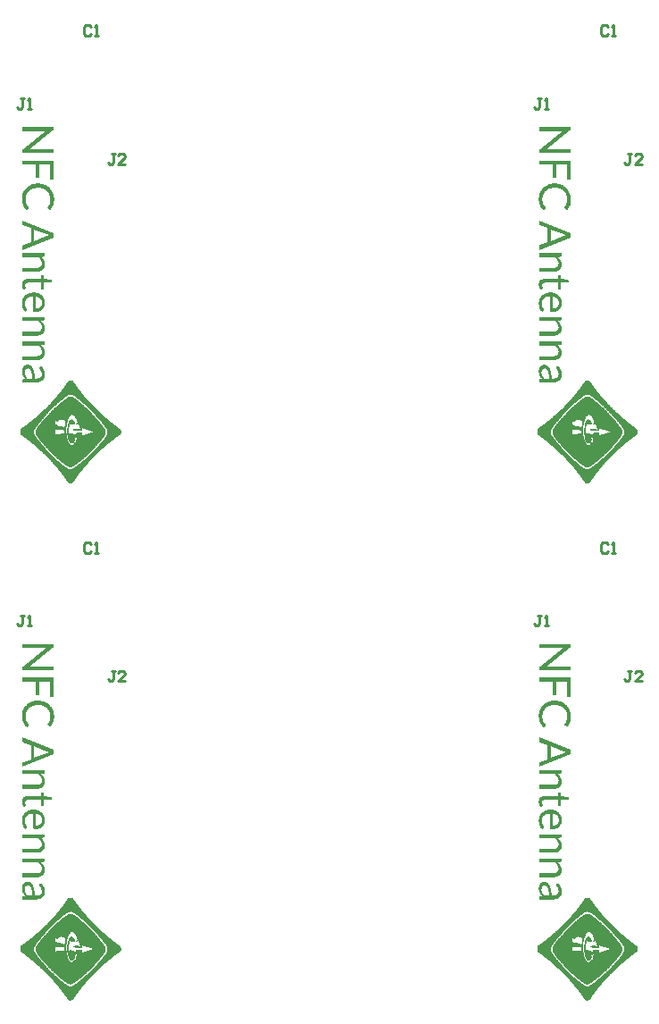
<source format=gto>
%MOIN*%
%OFA0B0*%
%FSLAX25Y25*%
%IPPOS*%
%LPD*%
%ADD17C,0.0010000000150184934*%
%ADD18C,0.010000000150184936*%
%ADD29C,0.0010000000150184934*%
%ADD30C,0.010000000150184936*%
%ADD31C,0.0010000000150184934*%
%ADD32C,0.010000000150184936*%
%ADD33C,0.0010000000150184934*%
%ADD34C,0.010000000150184936*%
G01*
G75*
G36*
X0020375Y0084013D02*
X0020594Y0083995D01*
X0020830Y0083976D01*
X0021105Y0083922D01*
X0021378Y0083867D01*
X0021669Y0083776D01*
X0021706Y0083757D01*
X0021797Y0083721D01*
X0021943Y0083667D01*
X0022125Y0083575D01*
X0022325Y0083466D01*
X0022544Y0083339D01*
X0022763Y0083193D01*
X0022981Y0083011D01*
X0023000Y0082992D01*
X0023073Y0082920D01*
X0023182Y0082810D01*
X0023309Y0082665D01*
X0023436Y0082482D01*
X0023583Y0082282D01*
X0023728Y0082045D01*
X0023856Y0081790D01*
X0023873Y0081753D01*
X0023911Y0081662D01*
X0023965Y0081517D01*
X0024020Y0081316D01*
X0024075Y0081061D01*
X0024129Y0080788D01*
X0024166Y0080478D01*
X0024184Y0080150D01*
X0024184Y0080114D01*
X0024184Y0080023D01*
X0024166Y0079877D01*
X0024147Y0079695D01*
X0024129Y0079494D01*
X0024075Y0079257D01*
X0024020Y0079021D01*
X0023929Y0078783D01*
X0023911Y0078747D01*
X0023873Y0078674D01*
X0023820Y0078565D01*
X0023746Y0078400D01*
X0023637Y0078236D01*
X0023510Y0078055D01*
X0023364Y0077873D01*
X0023200Y0077690D01*
X0023182Y0077672D01*
X0023109Y0077618D01*
X0023018Y0077526D01*
X0022872Y0077435D01*
X0022707Y0077308D01*
X0022508Y0077198D01*
X0022289Y0077089D01*
X0022034Y0076980D01*
X0021996Y0076962D01*
X0021906Y0076942D01*
X0021761Y0076889D01*
X0021578Y0076834D01*
X0021342Y0076798D01*
X0021086Y0076743D01*
X0020795Y0076725D01*
X0020467Y0076707D01*
X0020285Y0076707D01*
X0020121Y0076743D01*
X0020065Y0076761D01*
X0020012Y0076780D01*
X0019993Y0076798D01*
X0019957Y0076834D01*
X0019920Y0076925D01*
X0019902Y0077071D01*
X0019902Y0082592D01*
X0019775Y0082592D01*
X0019610Y0082573D01*
X0019428Y0082555D01*
X0019209Y0082537D01*
X0018973Y0082482D01*
X0018736Y0082446D01*
X0018518Y0082373D01*
X0018499Y0082355D01*
X0018426Y0082337D01*
X0018317Y0082299D01*
X0018171Y0082226D01*
X0018025Y0082154D01*
X0017862Y0082063D01*
X0017534Y0081845D01*
X0017515Y0081826D01*
X0017479Y0081790D01*
X0017406Y0081717D01*
X0017314Y0081607D01*
X0017224Y0081498D01*
X0017133Y0081353D01*
X0016950Y0081025D01*
X0016950Y0081006D01*
X0016914Y0080933D01*
X0016896Y0080843D01*
X0016859Y0080696D01*
X0016823Y0080551D01*
X0016805Y0080369D01*
X0016768Y0079950D01*
X0016768Y0079931D01*
X0016768Y0079859D01*
X0016768Y0079749D01*
X0016787Y0079622D01*
X0016805Y0079476D01*
X0016823Y0079312D01*
X0016896Y0079002D01*
X0016896Y0078984D01*
X0016914Y0078929D01*
X0016950Y0078856D01*
X0016987Y0078765D01*
X0017060Y0078546D01*
X0017169Y0078328D01*
X0017169Y0078310D01*
X0017187Y0078273D01*
X0017260Y0078163D01*
X0017351Y0078000D01*
X0017442Y0077853D01*
X0017442Y0077836D01*
X0017461Y0077818D01*
X0017515Y0077727D01*
X0017552Y0077618D01*
X0017570Y0077508D01*
X0017570Y0077472D01*
X0017552Y0077399D01*
X0017515Y0077308D01*
X0017442Y0077235D01*
X0016896Y0076816D01*
X0016878Y0076834D01*
X0016841Y0076870D01*
X0016787Y0076925D01*
X0016696Y0076998D01*
X0016513Y0077198D01*
X0016331Y0077472D01*
X0016313Y0077490D01*
X0016295Y0077526D01*
X0016239Y0077618D01*
X0016184Y0077709D01*
X0016130Y0077818D01*
X0016058Y0077964D01*
X0015930Y0078273D01*
X0015930Y0078292D01*
X0015912Y0078346D01*
X0015876Y0078438D01*
X0015857Y0078546D01*
X0015820Y0078674D01*
X0015784Y0078838D01*
X0015712Y0079166D01*
X0015712Y0079185D01*
X0015692Y0079239D01*
X0015692Y0079330D01*
X0015675Y0079458D01*
X0015656Y0079585D01*
X0015656Y0079749D01*
X0015639Y0080076D01*
X0015639Y0080095D01*
X0015639Y0080114D01*
X0015639Y0080223D01*
X0015656Y0080386D01*
X0015675Y0080587D01*
X0015712Y0080843D01*
X0015748Y0081098D01*
X0015820Y0081389D01*
X0015912Y0081662D01*
X0015930Y0081699D01*
X0015967Y0081790D01*
X0016039Y0081917D01*
X0016130Y0082100D01*
X0016258Y0082282D01*
X0016404Y0082500D01*
X0016568Y0082719D01*
X0016768Y0082920D01*
X0016787Y0082938D01*
X0016878Y0083011D01*
X0016987Y0083102D01*
X0017151Y0083210D01*
X0017351Y0083357D01*
X0017588Y0083484D01*
X0017862Y0083612D01*
X0018153Y0083740D01*
X0018171Y0083740D01*
X0018190Y0083757D01*
X0018299Y0083776D01*
X0018480Y0083830D01*
X0018700Y0083885D01*
X0018991Y0083940D01*
X0019319Y0083976D01*
X0019684Y0084013D01*
X0020065Y0084031D01*
X0020212Y0084031D01*
X0020375Y0084013D01*
D02*
G37*
G36*
X0023891Y0089042D02*
X0026461Y0088714D01*
X0026479Y0088714D01*
X0026534Y0088695D01*
X0026606Y0088659D01*
X0026662Y0088604D01*
X0026679Y0088586D01*
X0026717Y0088531D01*
X0026734Y0088459D01*
X0026753Y0088367D01*
X0026753Y0087639D01*
X0023891Y0087639D01*
X0023891Y0085252D01*
X0022836Y0085252D01*
X0022836Y0087639D01*
X0017752Y0087639D01*
X0017661Y0087620D01*
X0017552Y0087602D01*
X0017297Y0087529D01*
X0017169Y0087475D01*
X0017060Y0087384D01*
X0017042Y0087365D01*
X0017023Y0087329D01*
X0016987Y0087273D01*
X0016950Y0087200D01*
X0016896Y0087110D01*
X0016859Y0087001D01*
X0016841Y0086873D01*
X0016823Y0086728D01*
X0016823Y0086709D01*
X0016823Y0086691D01*
X0016823Y0086581D01*
X0016841Y0086454D01*
X0016878Y0086327D01*
X0016896Y0086290D01*
X0016914Y0086236D01*
X0016950Y0086126D01*
X0017004Y0086035D01*
X0017023Y0086017D01*
X0017042Y0085962D01*
X0017096Y0085890D01*
X0017133Y0085835D01*
X0017151Y0085817D01*
X0017169Y0085780D01*
X0017187Y0085725D01*
X0017206Y0085670D01*
X0017206Y0085653D01*
X0017187Y0085598D01*
X0017151Y0085543D01*
X0017060Y0085470D01*
X0016368Y0085033D01*
X0016349Y0085050D01*
X0016313Y0085106D01*
X0016239Y0085179D01*
X0016167Y0085287D01*
X0016075Y0085433D01*
X0015985Y0085580D01*
X0015894Y0085762D01*
X0015820Y0085962D01*
X0015820Y0085980D01*
X0015784Y0086053D01*
X0015766Y0086163D01*
X0015730Y0086290D01*
X0015692Y0086454D01*
X0015656Y0086655D01*
X0015639Y0086837D01*
X0015620Y0087055D01*
X0015620Y0087074D01*
X0015620Y0087092D01*
X0015620Y0087147D01*
X0015639Y0087220D01*
X0015656Y0087402D01*
X0015692Y0087620D01*
X0015748Y0087857D01*
X0015857Y0088111D01*
X0015985Y0088349D01*
X0016167Y0088567D01*
X0016184Y0088586D01*
X0016275Y0088641D01*
X0016404Y0088732D01*
X0016568Y0088823D01*
X0016787Y0088932D01*
X0017060Y0089005D01*
X0017388Y0089078D01*
X0017752Y0089096D01*
X0022836Y0089096D01*
X0022836Y0090097D01*
X0022836Y0090117D01*
X0022854Y0090171D01*
X0022872Y0090244D01*
X0022908Y0090317D01*
X0022927Y0090334D01*
X0022963Y0090353D01*
X0023036Y0090390D01*
X0023145Y0090407D01*
X0023710Y0090407D01*
X0023891Y0089042D01*
D02*
G37*
G36*
X0024056Y0073974D02*
X0024056Y0073955D01*
X0024056Y0073919D01*
X0024020Y0073809D01*
X0023965Y0073736D01*
X0023911Y0073682D01*
X0023820Y0073609D01*
X0023710Y0073573D01*
X0022725Y0073463D01*
X0022763Y0073445D01*
X0022836Y0073372D01*
X0022963Y0073263D01*
X0023109Y0073099D01*
X0023273Y0072935D01*
X0023455Y0072716D01*
X0023619Y0072498D01*
X0023783Y0072261D01*
X0023801Y0072224D01*
X0023837Y0072133D01*
X0023911Y0072006D01*
X0023983Y0071805D01*
X0024056Y0071586D01*
X0024129Y0071314D01*
X0024166Y0071022D01*
X0024184Y0070712D01*
X0024184Y0070676D01*
X0024184Y0070603D01*
X0024166Y0070475D01*
X0024147Y0070311D01*
X0024129Y0070129D01*
X0024093Y0069929D01*
X0024020Y0069710D01*
X0023947Y0069510D01*
X0023929Y0069491D01*
X0023911Y0069419D01*
X0023856Y0069327D01*
X0023783Y0069200D01*
X0023692Y0069072D01*
X0023583Y0068908D01*
X0023455Y0068762D01*
X0023309Y0068635D01*
X0023291Y0068617D01*
X0023236Y0068581D01*
X0023145Y0068508D01*
X0023036Y0068435D01*
X0022872Y0068362D01*
X0022707Y0068271D01*
X0022526Y0068180D01*
X0022306Y0068107D01*
X0022289Y0068107D01*
X0022198Y0068069D01*
X0022089Y0068052D01*
X0021925Y0068016D01*
X0021742Y0067979D01*
X0021524Y0067961D01*
X0021287Y0067924D01*
X0015748Y0067924D01*
X0015748Y0069400D01*
X0021178Y0069400D01*
X0021360Y0069419D01*
X0021560Y0069455D01*
X0021797Y0069510D01*
X0022034Y0069583D01*
X0022270Y0069692D01*
X0022489Y0069838D01*
X0022508Y0069856D01*
X0022580Y0069911D01*
X0022653Y0070020D01*
X0022763Y0070147D01*
X0022854Y0070330D01*
X0022945Y0070566D01*
X0023000Y0070821D01*
X0023018Y0071131D01*
X0023018Y0071168D01*
X0023018Y0071241D01*
X0023000Y0071368D01*
X0022981Y0071532D01*
X0022927Y0071714D01*
X0022872Y0071915D01*
X0022781Y0072133D01*
X0022671Y0072352D01*
X0022653Y0072370D01*
X0022617Y0072443D01*
X0022544Y0072552D01*
X0022435Y0072698D01*
X0022306Y0072862D01*
X0022143Y0073026D01*
X0021961Y0073208D01*
X0021761Y0073391D01*
X0015748Y0073391D01*
X0015748Y0074848D01*
X0024056Y0074848D01*
X0024056Y0073974D01*
D02*
G37*
G36*
X0018007Y0057047D02*
X0018135Y0057029D01*
X0018281Y0056993D01*
X0018426Y0056955D01*
X0018609Y0056882D01*
X0018772Y0056792D01*
X0018790Y0056774D01*
X0018845Y0056738D01*
X0018935Y0056665D01*
X0019046Y0056574D01*
X0019173Y0056464D01*
X0019301Y0056299D01*
X0019447Y0056136D01*
X0019574Y0055918D01*
X0019592Y0055881D01*
X0019629Y0055808D01*
X0019702Y0055681D01*
X0019793Y0055498D01*
X0019884Y0055262D01*
X0019975Y0055006D01*
X0020065Y0054696D01*
X0020157Y0054351D01*
X0020157Y0054332D01*
X0020176Y0054296D01*
X0020176Y0054240D01*
X0020194Y0054168D01*
X0020212Y0054077D01*
X0020230Y0053968D01*
X0020285Y0053677D01*
X0020321Y0053330D01*
X0020358Y0052929D01*
X0020375Y0052474D01*
X0020394Y0051964D01*
X0021196Y0051964D01*
X0021378Y0051981D01*
X0021578Y0052018D01*
X0021834Y0052073D01*
X0022070Y0052146D01*
X0022306Y0052237D01*
X0022508Y0052383D01*
X0022526Y0052401D01*
X0022580Y0052456D01*
X0022671Y0052547D01*
X0022763Y0052693D01*
X0022854Y0052857D01*
X0022945Y0053075D01*
X0023000Y0053312D01*
X0023018Y0053603D01*
X0023018Y0053622D01*
X0023018Y0053695D01*
X0023018Y0053786D01*
X0023000Y0053913D01*
X0022963Y0054205D01*
X0022872Y0054496D01*
X0022872Y0054515D01*
X0022854Y0054551D01*
X0022817Y0054623D01*
X0022781Y0054715D01*
X0022690Y0054915D01*
X0022562Y0055134D01*
X0022562Y0055152D01*
X0022544Y0055171D01*
X0022471Y0055279D01*
X0022362Y0055426D01*
X0022252Y0055589D01*
X0022234Y0055626D01*
X0022198Y0055699D01*
X0022143Y0055826D01*
X0022125Y0055972D01*
X0022125Y0055989D01*
X0022143Y0056062D01*
X0022162Y0056136D01*
X0022198Y0056227D01*
X0022216Y0056245D01*
X0022252Y0056282D01*
X0022325Y0056355D01*
X0022398Y0056409D01*
X0022872Y0056665D01*
X0022908Y0056628D01*
X0022981Y0056537D01*
X0023091Y0056409D01*
X0023236Y0056227D01*
X0023400Y0055989D01*
X0023564Y0055754D01*
X0023728Y0055479D01*
X0023856Y0055189D01*
X0023856Y0055171D01*
X0023873Y0055152D01*
X0023911Y0055043D01*
X0023965Y0054879D01*
X0024038Y0054660D01*
X0024093Y0054405D01*
X0024147Y0054096D01*
X0024184Y0053768D01*
X0024202Y0053420D01*
X0024202Y0053385D01*
X0024202Y0053312D01*
X0024184Y0053166D01*
X0024166Y0053002D01*
X0024147Y0052820D01*
X0024111Y0052602D01*
X0024038Y0052401D01*
X0023965Y0052183D01*
X0023947Y0052164D01*
X0023929Y0052091D01*
X0023873Y0051981D01*
X0023801Y0051854D01*
X0023710Y0051727D01*
X0023583Y0051563D01*
X0023455Y0051417D01*
X0023309Y0051271D01*
X0023291Y0051253D01*
X0023236Y0051217D01*
X0023145Y0051144D01*
X0023036Y0051071D01*
X0022890Y0050980D01*
X0022725Y0050888D01*
X0022544Y0050798D01*
X0022325Y0050725D01*
X0022306Y0050707D01*
X0022216Y0050688D01*
X0022107Y0050652D01*
X0021943Y0050616D01*
X0021761Y0050578D01*
X0021541Y0050561D01*
X0021305Y0050524D01*
X0015748Y0050524D01*
X0015748Y0051180D01*
X0015748Y0051217D01*
X0015748Y0051290D01*
X0015766Y0051417D01*
X0015803Y0051526D01*
X0015820Y0051545D01*
X0015857Y0051598D01*
X0015948Y0051654D01*
X0016075Y0051691D01*
X0016841Y0051854D01*
X0016823Y0051873D01*
X0016787Y0051909D01*
X0016732Y0051981D01*
X0016659Y0052054D01*
X0016495Y0052254D01*
X0016313Y0052492D01*
X0016295Y0052510D01*
X0016275Y0052547D01*
X0016239Y0052602D01*
X0016184Y0052693D01*
X0016058Y0052893D01*
X0015930Y0053147D01*
X0015930Y0053166D01*
X0015912Y0053203D01*
X0015876Y0053276D01*
X0015839Y0053367D01*
X0015803Y0053476D01*
X0015766Y0053603D01*
X0015692Y0053895D01*
X0015692Y0053913D01*
X0015675Y0053968D01*
X0015675Y0054040D01*
X0015656Y0054150D01*
X0015639Y0054278D01*
X0015639Y0054423D01*
X0015620Y0054752D01*
X0015620Y0054770D01*
X0015620Y0054823D01*
X0015620Y0054915D01*
X0015639Y0055043D01*
X0015656Y0055189D01*
X0015675Y0055334D01*
X0015748Y0055662D01*
X0015748Y0055681D01*
X0015766Y0055735D01*
X0015803Y0055808D01*
X0015839Y0055918D01*
X0015967Y0056154D01*
X0016148Y0056391D01*
X0016167Y0056409D01*
X0016203Y0056445D01*
X0016258Y0056501D01*
X0016331Y0056574D01*
X0016440Y0056645D01*
X0016549Y0056738D01*
X0016841Y0056882D01*
X0016859Y0056882D01*
X0016914Y0056920D01*
X0017004Y0056938D01*
X0017114Y0056974D01*
X0017260Y0057011D01*
X0017442Y0057029D01*
X0017624Y0057065D01*
X0017916Y0057065D01*
X0018007Y0057047D01*
D02*
G37*
G36*
X0024056Y0064864D02*
X0024056Y0064845D01*
X0024056Y0064809D01*
X0024020Y0064699D01*
X0023965Y0064626D01*
X0023911Y0064571D01*
X0023820Y0064498D01*
X0023710Y0064463D01*
X0022725Y0064353D01*
X0022763Y0064335D01*
X0022836Y0064262D01*
X0022963Y0064153D01*
X0023109Y0063988D01*
X0023273Y0063825D01*
X0023455Y0063605D01*
X0023619Y0063388D01*
X0023783Y0063151D01*
X0023801Y0063114D01*
X0023837Y0063022D01*
X0023911Y0062895D01*
X0023983Y0062695D01*
X0024056Y0062477D01*
X0024129Y0062204D01*
X0024166Y0061912D01*
X0024184Y0061602D01*
X0024184Y0061566D01*
X0024184Y0061493D01*
X0024166Y0061365D01*
X0024147Y0061201D01*
X0024129Y0061019D01*
X0024093Y0060819D01*
X0024020Y0060600D01*
X0023947Y0060400D01*
X0023929Y0060382D01*
X0023911Y0060309D01*
X0023856Y0060217D01*
X0023783Y0060090D01*
X0023692Y0059962D01*
X0023583Y0059797D01*
X0023455Y0059653D01*
X0023309Y0059524D01*
X0023291Y0059507D01*
X0023236Y0059470D01*
X0023145Y0059397D01*
X0023036Y0059325D01*
X0022872Y0059252D01*
X0022707Y0059161D01*
X0022526Y0059070D01*
X0022306Y0058997D01*
X0022289Y0058997D01*
X0022198Y0058960D01*
X0022089Y0058942D01*
X0021925Y0058906D01*
X0021742Y0058869D01*
X0021524Y0058851D01*
X0021287Y0058814D01*
X0015748Y0058814D01*
X0015748Y0060290D01*
X0021178Y0060290D01*
X0021360Y0060309D01*
X0021560Y0060345D01*
X0021797Y0060400D01*
X0022034Y0060473D01*
X0022270Y0060582D01*
X0022489Y0060728D01*
X0022508Y0060746D01*
X0022580Y0060800D01*
X0022653Y0060910D01*
X0022763Y0061037D01*
X0022854Y0061220D01*
X0022945Y0061456D01*
X0023000Y0061712D01*
X0023018Y0062021D01*
X0023018Y0062058D01*
X0023018Y0062131D01*
X0023000Y0062258D01*
X0022981Y0062422D01*
X0022927Y0062604D01*
X0022872Y0062805D01*
X0022781Y0063022D01*
X0022671Y0063242D01*
X0022653Y0063260D01*
X0022617Y0063332D01*
X0022544Y0063442D01*
X0022435Y0063588D01*
X0022306Y0063752D01*
X0022143Y0063915D01*
X0021961Y0064098D01*
X0021761Y0064280D01*
X0015748Y0064280D01*
X0015748Y0065738D01*
X0024056Y0065738D01*
X0024056Y0064864D01*
D02*
G37*
G36*
X0024056Y0097805D02*
X0024056Y0097787D01*
X0024056Y0097751D01*
X0024020Y0097641D01*
X0023965Y0097568D01*
X0023911Y0097514D01*
X0023820Y0097441D01*
X0023710Y0097404D01*
X0022725Y0097294D01*
X0022763Y0097277D01*
X0022836Y0097204D01*
X0022963Y0097095D01*
X0023109Y0096931D01*
X0023273Y0096767D01*
X0023455Y0096548D01*
X0023619Y0096329D01*
X0023783Y0096093D01*
X0023801Y0096056D01*
X0023837Y0095965D01*
X0023911Y0095838D01*
X0023983Y0095637D01*
X0024056Y0095419D01*
X0024129Y0095144D01*
X0024166Y0094854D01*
X0024184Y0094544D01*
X0024184Y0094507D01*
X0024184Y0094435D01*
X0024166Y0094307D01*
X0024147Y0094143D01*
X0024129Y0093961D01*
X0024093Y0093761D01*
X0024020Y0093541D01*
X0023947Y0093341D01*
X0023929Y0093323D01*
X0023911Y0093250D01*
X0023856Y0093158D01*
X0023783Y0093032D01*
X0023692Y0092904D01*
X0023583Y0092740D01*
X0023455Y0092594D01*
X0023309Y0092467D01*
X0023291Y0092449D01*
X0023236Y0092412D01*
X0023145Y0092339D01*
X0023036Y0092266D01*
X0022872Y0092194D01*
X0022707Y0092102D01*
X0022526Y0092010D01*
X0022306Y0091939D01*
X0022289Y0091939D01*
X0022198Y0091902D01*
X0022089Y0091884D01*
X0021925Y0091847D01*
X0021742Y0091811D01*
X0021524Y0091793D01*
X0021287Y0091756D01*
X0015748Y0091756D01*
X0015748Y0093231D01*
X0021178Y0093231D01*
X0021360Y0093250D01*
X0021560Y0093287D01*
X0021797Y0093341D01*
X0022034Y0093414D01*
X0022270Y0093524D01*
X0022489Y0093669D01*
X0022508Y0093688D01*
X0022580Y0093742D01*
X0022653Y0093851D01*
X0022763Y0093979D01*
X0022854Y0094160D01*
X0022945Y0094398D01*
X0023000Y0094653D01*
X0023018Y0094963D01*
X0023018Y0094998D01*
X0023018Y0095071D01*
X0023000Y0095200D01*
X0022981Y0095364D01*
X0022927Y0095546D01*
X0022872Y0095746D01*
X0022781Y0095965D01*
X0022671Y0096184D01*
X0022653Y0096202D01*
X0022617Y0096275D01*
X0022544Y0096384D01*
X0022435Y0096530D01*
X0022306Y0096694D01*
X0022143Y0096858D01*
X0021961Y0097040D01*
X0021761Y0097221D01*
X0015748Y0097221D01*
X0015748Y0098680D01*
X0024056Y0098680D01*
X0024056Y0097805D01*
D02*
G37*
G36*
X0021961Y0124679D02*
X0022089Y0124679D01*
X0022417Y0124642D01*
X0022799Y0124589D01*
X0023200Y0124516D01*
X0023619Y0124425D01*
X0024038Y0124279D01*
X0024056Y0124279D01*
X0024093Y0124261D01*
X0024147Y0124224D01*
X0024220Y0124206D01*
X0024439Y0124096D01*
X0024694Y0123969D01*
X0024986Y0123787D01*
X0025313Y0123587D01*
X0025623Y0123332D01*
X0025933Y0123058D01*
X0025951Y0123040D01*
X0025968Y0123022D01*
X0026061Y0122913D01*
X0026206Y0122747D01*
X0026389Y0122530D01*
X0026589Y0122257D01*
X0026789Y0121947D01*
X0026989Y0121581D01*
X0027172Y0121200D01*
X0027172Y0121181D01*
X0027189Y0121144D01*
X0027208Y0121090D01*
X0027245Y0120998D01*
X0027281Y0120908D01*
X0027317Y0120781D01*
X0027409Y0120489D01*
X0027482Y0120125D01*
X0027555Y0119724D01*
X0027609Y0119269D01*
X0027627Y0118795D01*
X0027627Y0118777D01*
X0027627Y0118740D01*
X0027627Y0118666D01*
X0027627Y0118575D01*
X0027609Y0118466D01*
X0027609Y0118339D01*
X0027572Y0118029D01*
X0027517Y0117683D01*
X0027445Y0117319D01*
X0027354Y0116936D01*
X0027208Y0116572D01*
X0027208Y0116554D01*
X0027189Y0116535D01*
X0027172Y0116480D01*
X0027136Y0116408D01*
X0027044Y0116226D01*
X0026917Y0116007D01*
X0026753Y0115752D01*
X0026571Y0115460D01*
X0026351Y0115169D01*
X0026096Y0114896D01*
X0025385Y0115406D01*
X0025368Y0115406D01*
X0025350Y0115442D01*
X0025258Y0115533D01*
X0025258Y0115552D01*
X0025241Y0115588D01*
X0025222Y0115660D01*
X0025204Y0115752D01*
X0025204Y0115770D01*
X0025222Y0115825D01*
X0025241Y0115897D01*
X0025277Y0115989D01*
X0025295Y0116007D01*
X0025332Y0116062D01*
X0025385Y0116153D01*
X0025459Y0116262D01*
X0025478Y0116299D01*
X0025532Y0116372D01*
X0025623Y0116499D01*
X0025713Y0116645D01*
X0025713Y0116663D01*
X0025733Y0116680D01*
X0025787Y0116791D01*
X0025860Y0116955D01*
X0025951Y0117173D01*
X0025951Y0117191D01*
X0025968Y0117228D01*
X0025988Y0117301D01*
X0026024Y0117374D01*
X0026061Y0117483D01*
X0026096Y0117611D01*
X0026151Y0117884D01*
X0026151Y0117902D01*
X0026170Y0117957D01*
X0026188Y0118029D01*
X0026206Y0118139D01*
X0026206Y0118285D01*
X0026223Y0118429D01*
X0026243Y0118795D01*
X0026243Y0118812D01*
X0026243Y0118831D01*
X0026243Y0118886D01*
X0026243Y0118958D01*
X0026223Y0119141D01*
X0026206Y0119360D01*
X0026170Y0119632D01*
X0026096Y0119924D01*
X0026024Y0120234D01*
X0025915Y0120526D01*
X0025896Y0120561D01*
X0025860Y0120653D01*
X0025787Y0120798D01*
X0025678Y0120981D01*
X0025550Y0121200D01*
X0025385Y0121418D01*
X0025204Y0121655D01*
X0024986Y0121874D01*
X0024967Y0121892D01*
X0024876Y0121964D01*
X0024749Y0122074D01*
X0024585Y0122202D01*
X0024366Y0122347D01*
X0024111Y0122493D01*
X0023837Y0122639D01*
X0023528Y0122767D01*
X0023510Y0122767D01*
X0023492Y0122785D01*
X0023382Y0122821D01*
X0023200Y0122858D01*
X0022963Y0122913D01*
X0022690Y0122985D01*
X0022362Y0123022D01*
X0021996Y0123058D01*
X0021615Y0123076D01*
X0021433Y0123076D01*
X0021214Y0123058D01*
X0020959Y0123040D01*
X0020649Y0123004D01*
X0020321Y0122949D01*
X0019975Y0122876D01*
X0019646Y0122767D01*
X0019629Y0122767D01*
X0019610Y0122747D01*
X0019501Y0122712D01*
X0019337Y0122639D01*
X0019137Y0122530D01*
X0018918Y0122402D01*
X0018663Y0122257D01*
X0018426Y0122093D01*
X0018190Y0121892D01*
X0018171Y0121874D01*
X0018098Y0121801D01*
X0017989Y0121674D01*
X0017862Y0121527D01*
X0017716Y0121327D01*
X0017570Y0121109D01*
X0017424Y0120872D01*
X0017297Y0120598D01*
X0017278Y0120561D01*
X0017242Y0120471D01*
X0017206Y0120325D01*
X0017151Y0120125D01*
X0017078Y0119870D01*
X0017042Y0119615D01*
X0017004Y0119305D01*
X0016987Y0118995D01*
X0016987Y0118977D01*
X0016987Y0118904D01*
X0016987Y0118812D01*
X0016987Y0118685D01*
X0017004Y0118540D01*
X0017004Y0118375D01*
X0017042Y0118066D01*
X0017042Y0118048D01*
X0017060Y0117992D01*
X0017060Y0117920D01*
X0017078Y0117811D01*
X0017151Y0117556D01*
X0017224Y0117282D01*
X0017224Y0117263D01*
X0017242Y0117228D01*
X0017278Y0117155D01*
X0017314Y0117063D01*
X0017424Y0116845D01*
X0017570Y0116626D01*
X0017588Y0116608D01*
X0017606Y0116572D01*
X0017643Y0116517D01*
X0017698Y0116426D01*
X0017862Y0116226D01*
X0018043Y0116007D01*
X0018062Y0115989D01*
X0018117Y0115916D01*
X0018153Y0115825D01*
X0018171Y0115734D01*
X0018171Y0115716D01*
X0018153Y0115643D01*
X0018135Y0115570D01*
X0018062Y0115497D01*
X0017370Y0114859D01*
X0017333Y0114896D01*
X0017242Y0114987D01*
X0017078Y0115151D01*
X0016896Y0115351D01*
X0016696Y0115606D01*
X0016477Y0115916D01*
X0016275Y0116243D01*
X0016075Y0116626D01*
X0016075Y0116645D01*
X0016058Y0116680D01*
X0016039Y0116736D01*
X0016003Y0116809D01*
X0015967Y0116900D01*
X0015930Y0117026D01*
X0015894Y0117155D01*
X0015857Y0117319D01*
X0015766Y0117683D01*
X0015692Y0118102D01*
X0015639Y0118575D01*
X0015620Y0119105D01*
X0015620Y0119123D01*
X0015620Y0119158D01*
X0015620Y0119232D01*
X0015620Y0119323D01*
X0015639Y0119432D01*
X0015639Y0119560D01*
X0015675Y0119870D01*
X0015730Y0120215D01*
X0015803Y0120598D01*
X0015912Y0120998D01*
X0016058Y0121400D01*
X0016058Y0121418D01*
X0016075Y0121437D01*
X0016112Y0121491D01*
X0016130Y0121564D01*
X0016239Y0121764D01*
X0016368Y0122002D01*
X0016549Y0122293D01*
X0016750Y0122584D01*
X0017004Y0122876D01*
X0017278Y0123168D01*
X0017297Y0123168D01*
X0017314Y0123204D01*
X0017424Y0123295D01*
X0017588Y0123423D01*
X0017807Y0123587D01*
X0018079Y0123769D01*
X0018408Y0123950D01*
X0018772Y0124133D01*
X0019173Y0124296D01*
X0019191Y0124296D01*
X0019228Y0124315D01*
X0019283Y0124333D01*
X0019374Y0124352D01*
X0019465Y0124388D01*
X0019592Y0124425D01*
X0019902Y0124498D01*
X0020267Y0124571D01*
X0020667Y0124642D01*
X0021123Y0124679D01*
X0021615Y0124698D01*
X0021834Y0124698D01*
X0021961Y0124679D01*
D02*
G37*
G36*
X0027500Y0126045D02*
X0026206Y0126045D01*
X0026206Y0131676D01*
X0022089Y0131676D01*
X0022089Y0126865D01*
X0020795Y0126865D01*
X0020795Y0131676D01*
X0015748Y0131676D01*
X0015748Y0133280D01*
X0027500Y0133280D01*
X0027500Y0126045D01*
D02*
G37*
G36*
X0027500Y0144849D02*
X0027500Y0144831D01*
X0027500Y0144813D01*
X0027500Y0144722D01*
X0027482Y0144630D01*
X0027445Y0144539D01*
X0027427Y0144521D01*
X0027391Y0144467D01*
X0027336Y0144393D01*
X0027227Y0144303D01*
X0018372Y0137507D01*
X0018408Y0137507D01*
X0018499Y0137525D01*
X0018627Y0137525D01*
X0018772Y0137543D01*
X0027500Y0137543D01*
X0027500Y0136139D01*
X0015748Y0136139D01*
X0015748Y0136942D01*
X0015748Y0136978D01*
X0015748Y0137051D01*
X0015766Y0137161D01*
X0015803Y0137270D01*
X0015820Y0137288D01*
X0015857Y0137343D01*
X0015930Y0137416D01*
X0016021Y0137507D01*
X0024876Y0144303D01*
X0024439Y0144303D01*
X0024348Y0144285D01*
X0015748Y0144285D01*
X0015748Y0145669D01*
X0027500Y0145669D01*
X0027500Y0144849D01*
D02*
G37*
G36*
X0027482Y0106241D02*
X0027482Y0104620D01*
X0015748Y0099937D01*
X0015748Y0101157D01*
X0015748Y0101194D01*
X0015766Y0101285D01*
X0015784Y0101394D01*
X0015839Y0101504D01*
X0015857Y0101522D01*
X0015912Y0101577D01*
X0016003Y0101650D01*
X0016112Y0101704D01*
X0018955Y0102797D01*
X0018955Y0108063D01*
X0016112Y0109175D01*
X0016094Y0109193D01*
X0016021Y0109210D01*
X0015948Y0109284D01*
X0015857Y0109375D01*
X0015839Y0109393D01*
X0015803Y0109466D01*
X0015766Y0109575D01*
X0015748Y0109703D01*
X0015748Y0110942D01*
X0027482Y0106241D01*
D02*
G37*
%LPC*%
G36*
X0020812Y0082537D02*
X0020812Y0078018D01*
X0020995Y0078018D01*
X0021105Y0078037D01*
X0021250Y0078055D01*
X0021414Y0078073D01*
X0021724Y0078163D01*
X0021742Y0078163D01*
X0021797Y0078182D01*
X0021870Y0078219D01*
X0021979Y0078273D01*
X0022216Y0078400D01*
X0022453Y0078583D01*
X0022471Y0078601D01*
X0022508Y0078620D01*
X0022562Y0078693D01*
X0022635Y0078765D01*
X0022707Y0078856D01*
X0022781Y0078966D01*
X0022927Y0079239D01*
X0022927Y0079257D01*
X0022963Y0079312D01*
X0022981Y0079385D01*
X0023018Y0079494D01*
X0023054Y0079622D01*
X0023073Y0079768D01*
X0023109Y0080132D01*
X0023109Y0080150D01*
X0023109Y0080187D01*
X0023109Y0080241D01*
X0023109Y0080313D01*
X0023073Y0080496D01*
X0023036Y0080733D01*
X0022963Y0081006D01*
X0022854Y0081280D01*
X0022690Y0081553D01*
X0022489Y0081790D01*
X0022453Y0081808D01*
X0022380Y0081881D01*
X0022234Y0081990D01*
X0022052Y0082100D01*
X0021815Y0082226D01*
X0021524Y0082355D01*
X0021196Y0082464D01*
X0020812Y0082537D01*
D02*
G37*
G36*
X0017880Y0055662D02*
X0017769Y0055662D01*
X0017679Y0055644D01*
X0017497Y0055608D01*
X0017314Y0055553D01*
X0017297Y0055553D01*
X0017278Y0055535D01*
X0017169Y0055479D01*
X0017042Y0055389D01*
X0016914Y0055279D01*
X0016896Y0055243D01*
X0016841Y0055152D01*
X0016768Y0055025D01*
X0016696Y0054861D01*
X0016696Y0054843D01*
X0016696Y0054823D01*
X0016677Y0054770D01*
X0016677Y0054696D01*
X0016659Y0054515D01*
X0016641Y0054313D01*
X0016641Y0054296D01*
X0016641Y0054240D01*
X0016641Y0054168D01*
X0016659Y0054077D01*
X0016677Y0053859D01*
X0016714Y0053622D01*
X0016714Y0053603D01*
X0016732Y0053567D01*
X0016750Y0053494D01*
X0016768Y0053420D01*
X0016823Y0053220D01*
X0016914Y0053020D01*
X0016914Y0053002D01*
X0016932Y0052966D01*
X0016969Y0052911D01*
X0017004Y0052837D01*
X0017114Y0052674D01*
X0017260Y0052474D01*
X0017278Y0052456D01*
X0017297Y0052419D01*
X0017351Y0052383D01*
X0017406Y0052310D01*
X0017552Y0052146D01*
X0017734Y0051964D01*
X0019465Y0051964D01*
X0019465Y0051981D01*
X0019465Y0052000D01*
X0019465Y0052054D01*
X0019465Y0052128D01*
X0019465Y0052310D01*
X0019447Y0052547D01*
X0019428Y0052820D01*
X0019410Y0053112D01*
X0019374Y0053403D01*
X0019319Y0053677D01*
X0019319Y0053713D01*
X0019301Y0053786D01*
X0019264Y0053913D01*
X0019228Y0054077D01*
X0019191Y0054259D01*
X0019119Y0054460D01*
X0019064Y0054642D01*
X0018991Y0054823D01*
X0018991Y0054843D01*
X0018955Y0054896D01*
X0018918Y0054970D01*
X0018864Y0055061D01*
X0018700Y0055279D01*
X0018609Y0055371D01*
X0018499Y0055462D01*
X0018480Y0055462D01*
X0018445Y0055498D01*
X0018390Y0055517D01*
X0018317Y0055553D01*
X0018117Y0055626D01*
X0018007Y0055644D01*
X0017880Y0055662D01*
D02*
G37*
G36*
X0020084Y0107626D02*
X0020084Y0103235D01*
X0024858Y0105092D01*
X0024876Y0105092D01*
X0024949Y0105129D01*
X0025040Y0105166D01*
X0025168Y0105203D01*
X0025332Y0105257D01*
X0025513Y0105312D01*
X0025733Y0105385D01*
X0025968Y0105440D01*
X0025951Y0105440D01*
X0025915Y0105458D01*
X0025842Y0105475D01*
X0025768Y0105494D01*
X0025568Y0105549D01*
X0025350Y0105622D01*
X0025332Y0105622D01*
X0025313Y0105640D01*
X0025185Y0105675D01*
X0025022Y0105712D01*
X0024858Y0105786D01*
X0020084Y0107626D01*
D02*
G37*
%LPD*%
D17*
X0026481Y0021396D02*
X0026481Y0023296D01*
X0027781Y0042096D02*
X0027781Y0044396D01*
X0028181Y0036396D02*
X0028181Y0041296D01*
X0027781Y0032996D02*
X0027781Y0034296D01*
X0028281Y0036296D02*
X0028281Y0041396D01*
X0028381Y0022796D02*
X0028381Y0031296D01*
X0028281Y0033096D02*
X0028281Y0034696D01*
X0027981Y0042296D02*
X0027981Y0044596D01*
X0028081Y0033096D02*
X0028081Y0034496D01*
X0028181Y0022996D02*
X0028181Y0031196D01*
X0028081Y0019596D02*
X0028081Y0021796D01*
X0027981Y0036396D02*
X0027981Y0041096D01*
X0027881Y0019796D02*
X0027881Y0021996D01*
X0027881Y0036496D02*
X0027881Y0040996D01*
X0028081Y0042396D02*
X0028081Y0044696D01*
X0028381Y0033096D02*
X0028381Y0034496D01*
X0027881Y0033096D02*
X0027881Y0034296D01*
X0028281Y0022896D02*
X0028281Y0031296D01*
X0027681Y0023496D02*
X0027681Y0040796D01*
X0027981Y0033096D02*
X0027981Y0034396D01*
X0028281Y0019395D02*
X0028281Y0021596D01*
X0027681Y0041996D02*
X0027681Y0044296D01*
X0028381Y0042696D02*
X0028381Y0045096D01*
X0027881Y0042196D02*
X0027881Y0044496D01*
X0027581Y0020196D02*
X0027581Y0022296D01*
X0027781Y0023396D02*
X0027781Y0031296D01*
X0028481Y0022696D02*
X0028481Y0031296D01*
X0028281Y0042596D02*
X0028281Y0044996D01*
X0027981Y0019695D02*
X0027981Y0021895D01*
X0027981Y0023196D02*
X0027981Y0031196D01*
X0027781Y0019995D02*
X0027781Y0022096D01*
X0028081Y0036396D02*
X0028081Y0041196D01*
X0028481Y0033096D02*
X0028481Y0034496D01*
X0028081Y0023096D02*
X0028081Y0031196D01*
X0027781Y0036396D02*
X0027781Y0040896D01*
X0028481Y0019095D02*
X0028481Y0021496D01*
X0027881Y0023296D02*
X0027881Y0031196D01*
X0027581Y0023496D02*
X0027581Y0040696D01*
X0028181Y0033096D02*
X0028181Y0034696D01*
X0028381Y0019296D02*
X0028381Y0021496D01*
X0028181Y0019496D02*
X0028181Y0021696D01*
X0028381Y0036296D02*
X0028381Y0041396D01*
X0027581Y0041996D02*
X0027581Y0044196D01*
X0028181Y0042496D02*
X0028181Y0044796D01*
X0027681Y0020096D02*
X0027681Y0022195D01*
X0027081Y0020696D02*
X0027081Y0022796D01*
X0027181Y0020596D02*
X0027181Y0022696D01*
X0026981Y0020896D02*
X0026981Y0022896D01*
X0026981Y0041396D02*
X0026981Y0043496D01*
X0026881Y0041296D02*
X0026881Y0043396D01*
X0026781Y0041196D02*
X0026781Y0043295D01*
X0026981Y0024096D02*
X0026981Y0040096D01*
X0027181Y0041596D02*
X0027181Y0043696D01*
X0027281Y0023796D02*
X0027281Y0040396D01*
X0026681Y0024396D02*
X0026681Y0039796D01*
X0027081Y0041496D02*
X0027081Y0043595D01*
X0026781Y0021096D02*
X0026781Y0023096D01*
X0027381Y0041796D02*
X0027381Y0043895D01*
X0026881Y0024196D02*
X0026881Y0039996D01*
X0026581Y0040996D02*
X0026581Y0042996D01*
X0026581Y0024496D02*
X0026581Y0039696D01*
X0026781Y0024296D02*
X0026781Y0039896D01*
X0027281Y0041696D02*
X0027281Y0043796D01*
X0026681Y0041096D02*
X0026681Y0043096D01*
X0026881Y0020996D02*
X0026881Y0022996D01*
X0026481Y0040896D02*
X0026481Y0042896D01*
X0026681Y0021196D02*
X0026681Y0023196D01*
X0027381Y0020396D02*
X0027381Y0022496D01*
X0027081Y0023996D02*
X0027081Y0040196D01*
X0027381Y0023696D02*
X0027381Y0040496D01*
X0027181Y0023896D02*
X0027181Y0040296D01*
X0027481Y0020295D02*
X0027481Y0022396D01*
X0027281Y0020496D02*
X0027281Y0022596D01*
X0027481Y0023596D02*
X0027481Y0040596D01*
X0026581Y0021296D02*
X0026581Y0023296D01*
X0045681Y0035496D02*
X0045681Y0038096D01*
X0045681Y0030196D02*
X0045681Y0033896D01*
X0045681Y0026296D02*
X0045681Y0028696D01*
X0045581Y0035596D02*
X0045581Y0038196D01*
X0045581Y0029996D02*
X0045581Y0033996D01*
X0045581Y0026196D02*
X0045581Y0028496D01*
X0045481Y0035696D02*
X0045481Y0038296D01*
X0045481Y0029896D02*
X0045481Y0034196D01*
X0045481Y0026096D02*
X0045481Y0028396D01*
X0045381Y0035796D02*
X0045381Y0038396D01*
X0045381Y0029796D02*
X0045381Y0034296D01*
X0045381Y0025996D02*
X0045381Y0028296D01*
X0045281Y0035996D02*
X0045281Y0038496D01*
X0045281Y0029696D02*
X0045281Y0034396D01*
X0045281Y0025996D02*
X0045281Y0028196D01*
X0045181Y0036096D02*
X0045181Y0038596D01*
X0045181Y0029496D02*
X0045181Y0034596D01*
X0045181Y0025896D02*
X0045181Y0028096D01*
X0045081Y0036196D02*
X0045081Y0038696D01*
X0045081Y0029396D02*
X0045081Y0034696D01*
X0045081Y0025796D02*
X0045081Y0027896D01*
X0044981Y0036296D02*
X0044981Y0038796D01*
X0044981Y0029296D02*
X0044981Y0034796D01*
X0044981Y0025696D02*
X0044981Y0027796D01*
X0044881Y0036396D02*
X0044881Y0038896D01*
X0044881Y0029196D02*
X0044881Y0034996D01*
X0044881Y0025596D02*
X0044881Y0027696D01*
X0044781Y0036596D02*
X0044781Y0038896D01*
X0044781Y0028996D02*
X0044781Y0035096D01*
X0044781Y0025496D02*
X0044781Y0027596D01*
X0044681Y0036696D02*
X0044681Y0038996D01*
X0044681Y0028896D02*
X0044681Y0035196D01*
X0044681Y0025396D02*
X0044681Y0027496D01*
X0044581Y0036796D02*
X0044581Y0039096D01*
X0044581Y0028796D02*
X0044581Y0035296D01*
X0044581Y0025296D02*
X0044581Y0027395D01*
X0044481Y0036896D02*
X0044481Y0039196D01*
X0044481Y0028696D02*
X0044481Y0035496D01*
X0044481Y0025196D02*
X0044481Y0027195D01*
X0044381Y0036996D02*
X0044381Y0039296D01*
X0044381Y0028496D02*
X0044381Y0035596D01*
X0044381Y0025096D02*
X0044381Y0027095D01*
X0044281Y0037096D02*
X0044281Y0039396D01*
X0044281Y0028396D02*
X0044281Y0035696D01*
X0044281Y0024996D02*
X0044281Y0026995D01*
X0044181Y0037196D02*
X0044181Y0039496D01*
X0044181Y0028296D02*
X0044181Y0035796D01*
X0044181Y0024896D02*
X0044181Y0026895D01*
X0044081Y0037396D02*
X0044081Y0039596D01*
X0044081Y0028196D02*
X0044081Y0035996D01*
X0044081Y0024796D02*
X0044081Y0026795D01*
X0043981Y0037496D02*
X0043981Y0039696D01*
X0043981Y0028096D02*
X0043981Y0036096D01*
X0043981Y0024696D02*
X0043981Y0026695D01*
X0043881Y0037596D02*
X0043881Y0039796D01*
X0043881Y0027896D02*
X0043881Y0036196D01*
X0043881Y0024596D02*
X0043881Y0026595D01*
X0043781Y0037696D02*
X0043781Y0039896D01*
X0043781Y0027796D02*
X0043781Y0036296D01*
X0043781Y0024496D02*
X0043781Y0026495D01*
X0043681Y0037796D02*
X0043681Y0039996D01*
X0043681Y0027696D02*
X0043681Y0036396D01*
X0045781Y0030296D02*
X0045781Y0033796D01*
X0043681Y0024396D02*
X0043681Y0026395D01*
X0045781Y0026395D02*
X0045781Y0028796D01*
X0045981Y0035096D02*
X0045981Y0037896D01*
X0045981Y0030596D02*
X0045981Y0033496D01*
X0034781Y0045896D02*
X0034781Y0050395D01*
X0035181Y0019896D02*
X0035181Y0028096D01*
X0034681Y0034996D02*
X0034681Y0036096D01*
X0035081Y0045696D02*
X0035081Y0049996D01*
X0034281Y0027996D02*
X0034281Y0031396D01*
X0034781Y0038496D02*
X0034781Y0044696D01*
X0034781Y0019596D02*
X0034781Y0027496D01*
X0034681Y0045996D02*
X0034681Y0050496D01*
X0034381Y0035096D02*
X0034381Y0036396D01*
X0034381Y0046096D02*
X0034381Y0050896D01*
X0034481Y0028096D02*
X0034481Y0031396D01*
X0034481Y0019496D02*
X0034481Y0027295D01*
X0051281Y0030796D02*
X0051281Y0033596D01*
X0034381Y0038696D02*
X0034381Y0044996D01*
X0034981Y0019796D02*
X0034981Y0027696D01*
X0034281Y0013396D02*
X0034281Y0018196D01*
X0034881Y0045796D02*
X0034881Y0050295D01*
X0034581Y0038596D02*
X0034581Y0044896D01*
X0034581Y0045996D02*
X0034581Y0050696D01*
X0034681Y0028296D02*
X0034681Y0031296D01*
X0034781Y0034996D02*
X0034781Y0035996D01*
X0034881Y0034996D02*
X0034881Y0035796D01*
X0034581Y0028196D02*
X0034581Y0031296D01*
X0034581Y0019496D02*
X0034581Y0027295D01*
X0034181Y0035196D02*
X0034181Y0036596D01*
X0034481Y0038696D02*
X0034481Y0044896D01*
X0035481Y0020096D02*
X0035481Y0027896D01*
X0034781Y0013996D02*
X0034781Y0018496D01*
X0034581Y0034996D02*
X0034581Y0036296D01*
X0034681Y0019596D02*
X0034681Y0027395D01*
X0034181Y0019296D02*
X0034181Y0027095D01*
X0034881Y0028596D02*
X0034881Y0031296D01*
X0034581Y0013696D02*
X0034581Y0018396D01*
X0034981Y0032896D02*
X0034981Y0033096D01*
X0035081Y0019796D02*
X0035081Y0027896D01*
X0034981Y0045796D02*
X0034981Y0050095D01*
X0035081Y0032896D02*
X0035081Y0033096D01*
X0034481Y0046096D02*
X0034481Y0050796D01*
X0034981Y0014296D02*
X0034981Y0018596D01*
X0035181Y0045696D02*
X0035181Y0049795D01*
X0034181Y0027996D02*
X0034181Y0031496D01*
X0035081Y0038296D02*
X0035081Y0044596D01*
X0034881Y0032896D02*
X0034881Y0032996D01*
X0034981Y0034996D02*
X0034981Y0035696D01*
X0034881Y0019695D02*
X0034881Y0027596D01*
X0034981Y0029996D02*
X0034981Y0031196D01*
X0034781Y0028396D02*
X0034781Y0031296D01*
X0034681Y0038596D02*
X0034681Y0044796D01*
X0034881Y0014196D02*
X0034881Y0018496D01*
X0034481Y0013596D02*
X0034481Y0018296D01*
X0034381Y0028096D02*
X0034381Y0031396D01*
X0035081Y0034996D02*
X0035081Y0035396D01*
X0034881Y0038396D02*
X0034881Y0044696D01*
X0034981Y0028796D02*
X0034981Y0029896D01*
X0034181Y0038696D02*
X0034181Y0044996D01*
X0035081Y0030096D02*
X0035081Y0031196D01*
X0035081Y0014396D02*
X0035081Y0018696D01*
X0034681Y0013796D02*
X0034681Y0018396D01*
X0046081Y0026695D02*
X0046081Y0029196D01*
X0035281Y0045596D02*
X0035281Y0049696D01*
X0043581Y0037896D02*
X0043581Y0040096D01*
X0043581Y0027596D02*
X0043581Y0036596D01*
X0043581Y0024296D02*
X0043581Y0026196D01*
X0043481Y0037996D02*
X0043481Y0040196D01*
X0043481Y0027496D02*
X0043481Y0036696D01*
X0043481Y0024196D02*
X0043481Y0026096D01*
X0043381Y0038096D02*
X0043381Y0040296D01*
X0043381Y0027395D02*
X0043381Y0036796D01*
X0043381Y0024096D02*
X0043381Y0025996D01*
X0043281Y0038196D02*
X0043281Y0040396D01*
X0043281Y0027295D02*
X0043281Y0036896D01*
X0043281Y0023996D02*
X0043281Y0025896D01*
X0043181Y0038296D02*
X0043181Y0040496D01*
X0043181Y0027195D02*
X0043181Y0036996D01*
X0043181Y0023896D02*
X0043181Y0025796D01*
X0043081Y0038496D02*
X0043081Y0040596D01*
X0043081Y0027095D02*
X0043081Y0037096D01*
X0043081Y0023796D02*
X0043081Y0025696D01*
X0042981Y0038596D02*
X0042981Y0040696D01*
X0042981Y0026995D02*
X0042981Y0037196D01*
X0042981Y0023696D02*
X0042981Y0025596D01*
X0042881Y0038696D02*
X0042881Y0040796D01*
X0042881Y0026795D02*
X0042881Y0037296D01*
X0042881Y0023696D02*
X0042881Y0025496D01*
X0042781Y0038796D02*
X0042781Y0040896D01*
X0042781Y0032296D02*
X0042781Y0037396D01*
X0042781Y0026695D02*
X0042781Y0032196D01*
X0042781Y0023596D02*
X0042781Y0025396D01*
X0042681Y0038896D02*
X0042681Y0040996D01*
X0042681Y0032296D02*
X0042681Y0037596D01*
X0042681Y0026595D02*
X0042681Y0032096D01*
X0042681Y0023496D02*
X0042681Y0025196D01*
X0042581Y0038996D02*
X0042581Y0041096D01*
X0042581Y0032296D02*
X0042581Y0037696D01*
X0042581Y0026495D02*
X0042581Y0032096D01*
X0042581Y0023396D02*
X0042581Y0025096D01*
X0042481Y0039096D02*
X0042481Y0041196D01*
X0042481Y0032396D02*
X0042481Y0037796D01*
X0042481Y0026395D02*
X0042481Y0032096D01*
X0042481Y0023296D02*
X0042481Y0024996D01*
X0042381Y0039196D02*
X0042381Y0041296D01*
X0042381Y0032396D02*
X0042381Y0037896D01*
X0042381Y0026196D02*
X0042381Y0032096D01*
X0042381Y0023196D02*
X0042381Y0024896D01*
X0042281Y0039296D02*
X0042281Y0041396D01*
X0042281Y0032396D02*
X0042281Y0037996D01*
X0042281Y0026096D02*
X0042281Y0031996D01*
X0042281Y0023096D02*
X0042281Y0024796D01*
X0042181Y0039396D02*
X0042181Y0041496D01*
X0042181Y0032396D02*
X0042181Y0038096D01*
X0042181Y0025996D02*
X0042181Y0031996D01*
X0042181Y0022996D02*
X0042181Y0024696D01*
X0042080Y0039496D02*
X0042080Y0041596D01*
X0042080Y0032496D02*
X0042080Y0038196D01*
X0042080Y0025896D02*
X0042080Y0031996D01*
X0042080Y0022896D02*
X0042080Y0024596D01*
X0041981Y0039596D02*
X0041981Y0041696D01*
X0041981Y0032496D02*
X0041981Y0038296D01*
X0041981Y0025796D02*
X0041981Y0031896D01*
X0041981Y0022796D02*
X0041981Y0024496D01*
X0041881Y0039696D02*
X0041881Y0041796D01*
X0041881Y0032496D02*
X0041881Y0038396D01*
X0041881Y0025696D02*
X0041881Y0031896D01*
X0041881Y0022696D02*
X0041881Y0024396D01*
X0041781Y0039796D02*
X0041781Y0041896D01*
X0041781Y0032596D02*
X0041781Y0038496D01*
X0041781Y0025596D02*
X0041781Y0031896D01*
X0041781Y0022596D02*
X0041781Y0024296D01*
X0041681Y0039896D02*
X0041681Y0041996D01*
X0041681Y0032596D02*
X0041681Y0038596D01*
X0041681Y0025496D02*
X0041681Y0031796D01*
X0041681Y0022496D02*
X0041681Y0024196D01*
X0041581Y0039996D02*
X0041581Y0042096D01*
X0041581Y0032596D02*
X0041581Y0038696D01*
X0041581Y0025396D02*
X0041581Y0031796D01*
X0041581Y0022396D02*
X0041581Y0024096D01*
X0041481Y0040096D02*
X0041481Y0042196D01*
X0041481Y0032596D02*
X0041481Y0038796D01*
X0041481Y0025296D02*
X0041481Y0031796D01*
X0041481Y0022296D02*
X0041481Y0023996D01*
X0041381Y0040196D02*
X0041381Y0042296D01*
X0041381Y0032696D02*
X0041381Y0038996D01*
X0041381Y0025196D02*
X0041381Y0031696D01*
X0041381Y0022195D02*
X0041381Y0023896D01*
X0041281Y0040296D02*
X0041281Y0042396D01*
X0041281Y0032696D02*
X0041281Y0039096D01*
X0041281Y0025096D02*
X0041281Y0031696D01*
X0041281Y0021996D02*
X0041281Y0023796D01*
X0041181Y0040396D02*
X0041181Y0042496D01*
X0041181Y0032696D02*
X0041181Y0039196D01*
X0041181Y0024996D02*
X0041181Y0031696D01*
X0041181Y0021895D02*
X0041181Y0023696D01*
X0041081Y0040496D02*
X0041081Y0042596D01*
X0041081Y0032796D02*
X0041081Y0039296D01*
X0041081Y0024896D02*
X0041081Y0031596D01*
X0041081Y0021796D02*
X0041081Y0023696D01*
X0040981Y0040596D02*
X0040981Y0042696D01*
X0040981Y0032796D02*
X0040981Y0039396D01*
X0040981Y0024796D02*
X0040981Y0031596D01*
X0040981Y0021696D02*
X0040981Y0023596D01*
X0040881Y0040796D02*
X0040881Y0042796D01*
X0040881Y0032796D02*
X0040881Y0039496D01*
X0040881Y0024696D02*
X0040881Y0031596D01*
X0040881Y0021596D02*
X0040881Y0023496D01*
X0040781Y0040796D02*
X0040781Y0042896D01*
X0040781Y0032896D02*
X0040781Y0039596D01*
X0040781Y0024596D02*
X0040781Y0031496D01*
X0040781Y0021496D02*
X0040781Y0023396D01*
X0040681Y0040896D02*
X0040681Y0042996D01*
X0040681Y0032896D02*
X0040681Y0039696D01*
X0040681Y0024496D02*
X0040681Y0031496D01*
X0040681Y0021396D02*
X0040681Y0023296D01*
X0040581Y0040996D02*
X0040581Y0043096D01*
X0040581Y0032896D02*
X0040581Y0039796D01*
X0040581Y0024396D02*
X0040581Y0031496D01*
X0040581Y0021296D02*
X0040581Y0023196D01*
X0040481Y0041096D02*
X0040481Y0043196D01*
X0040481Y0032996D02*
X0040481Y0039896D01*
X0040481Y0024296D02*
X0040481Y0031396D01*
X0040481Y0021196D02*
X0040481Y0023096D01*
X0040381Y0041196D02*
X0040381Y0043396D01*
X0040381Y0032996D02*
X0040381Y0039996D01*
X0040381Y0024196D02*
X0040381Y0031396D01*
X0040381Y0021096D02*
X0040381Y0022996D01*
X0040281Y0041296D02*
X0040281Y0043496D01*
X0040281Y0032996D02*
X0040281Y0040096D01*
X0040281Y0020996D02*
X0040281Y0022896D01*
X0035481Y0037696D02*
X0035481Y0044296D01*
X0040181Y0033096D02*
X0040181Y0040196D01*
X0040181Y0023996D02*
X0040181Y0031396D01*
X0040181Y0020896D02*
X0040181Y0022796D01*
X0040081Y0041496D02*
X0040081Y0043696D01*
X0040081Y0033096D02*
X0040081Y0040296D01*
X0040081Y0023996D02*
X0040081Y0031296D01*
X0040081Y0020796D02*
X0040081Y0022696D01*
X0039981Y0041596D02*
X0039981Y0043796D01*
X0039981Y0033096D02*
X0039981Y0040396D01*
X0039981Y0023896D02*
X0039981Y0031296D01*
X0035881Y0036996D02*
X0035881Y0043996D01*
X0039981Y0020596D02*
X0039981Y0022596D01*
X0034181Y0046196D02*
X0034181Y0050996D01*
X0046081Y0034896D02*
X0046081Y0037796D01*
X0046081Y0030796D02*
X0046081Y0033396D01*
X0051781Y0031096D02*
X0051781Y0033196D01*
X0035181Y0038096D02*
X0035181Y0044496D01*
X0035281Y0014696D02*
X0035281Y0018796D01*
X0048981Y0029096D02*
X0048981Y0035396D01*
X0034481Y0035096D02*
X0034481Y0036396D01*
X0035481Y0014996D02*
X0035481Y0018896D01*
X0052181Y0031596D02*
X0052181Y0032796D01*
X0051081Y0030596D02*
X0051081Y0033796D01*
X0048581Y0028796D02*
X0048581Y0035696D01*
X0050881Y0030496D02*
X0050881Y0033896D01*
X0048881Y0028996D02*
X0048881Y0035396D01*
X0035081Y0028996D02*
X0035081Y0029496D01*
X0048781Y0028896D02*
X0048781Y0035496D01*
X0035181Y0014596D02*
X0035181Y0018696D01*
X0035181Y0030096D02*
X0035181Y0031196D01*
X0035381Y0030196D02*
X0035381Y0031196D01*
X0035381Y0045496D02*
X0035381Y0049596D01*
X0050981Y0030596D02*
X0050981Y0033796D01*
X0035381Y0020096D02*
X0035381Y0028196D01*
X0034081Y0046196D02*
X0034081Y0051096D01*
X0036681Y0020996D02*
X0036681Y0031696D01*
X0049481Y0029496D02*
X0049481Y0034996D01*
X0034281Y0019395D02*
X0034281Y0027195D01*
X0051681Y0031096D02*
X0051681Y0033296D01*
X0035281Y0037996D02*
X0035281Y0044396D01*
X0050681Y0030396D02*
X0050681Y0034096D01*
X0051381Y0030896D02*
X0051381Y0033496D01*
X0050781Y0030396D02*
X0050781Y0033996D01*
X0052281Y0031796D02*
X0052281Y0032496D01*
X0051581Y0030996D02*
X0051581Y0033396D01*
X0050581Y0030296D02*
X0050581Y0034096D01*
X0051981Y0031296D02*
X0051981Y0033096D01*
X0052081Y0031496D02*
X0052081Y0032896D01*
X0051881Y0031196D02*
X0051881Y0033096D01*
X0035181Y0034996D02*
X0035181Y0035096D01*
X0035281Y0032896D02*
X0035281Y0033196D01*
X0050481Y0030196D02*
X0050481Y0034196D01*
X0050381Y0030096D02*
X0050381Y0034296D01*
X0050281Y0030096D02*
X0050281Y0034396D01*
X0050081Y0029896D02*
X0050081Y0034496D01*
X0049980Y0029896D02*
X0049980Y0034596D01*
X0049881Y0029796D02*
X0049881Y0034696D01*
X0049781Y0029696D02*
X0049781Y0034796D01*
X0050181Y0029996D02*
X0050181Y0034396D01*
X0035281Y0030096D02*
X0035281Y0031196D01*
X0034381Y0013496D02*
X0034381Y0018296D01*
X0034281Y0035096D02*
X0034281Y0036496D01*
X0034281Y0038696D02*
X0034281Y0044996D01*
X0034381Y0019395D02*
X0034381Y0027195D01*
X0035381Y0032896D02*
X0035381Y0033196D01*
X0051481Y0030896D02*
X0051481Y0033396D01*
X0051181Y0030696D02*
X0051181Y0033696D01*
X0035281Y0019995D02*
X0035281Y0028196D01*
X0048681Y0028796D02*
X0048681Y0035596D01*
X0036781Y0016796D02*
X0036781Y0019896D01*
X0036681Y0035196D02*
X0036681Y0043295D01*
X0035381Y0037896D02*
X0035381Y0044396D01*
X0036681Y0044496D02*
X0036681Y0047796D01*
X0049581Y0029496D02*
X0049581Y0034896D01*
X0035381Y0014896D02*
X0035381Y0018896D01*
X0036681Y0032796D02*
X0036681Y0033096D01*
X0047781Y0028096D02*
X0047781Y0036296D01*
X0049381Y0029396D02*
X0049381Y0035096D01*
X0048181Y0028396D02*
X0048181Y0035996D01*
X0047581Y0032396D02*
X0047581Y0036496D01*
X0049680Y0029596D02*
X0049680Y0034796D01*
X0045880Y0035196D02*
X0045880Y0037996D01*
X0034281Y0046096D02*
X0034281Y0050996D01*
X0039881Y0041696D02*
X0039881Y0043895D01*
X0039881Y0033096D02*
X0039881Y0040496D01*
X0039881Y0023796D02*
X0039881Y0031296D01*
X0039881Y0020496D02*
X0039881Y0022496D01*
X0039781Y0041796D02*
X0039781Y0043996D01*
X0039781Y0033196D02*
X0039781Y0040596D01*
X0039781Y0023696D02*
X0039781Y0031196D01*
X0039781Y0020396D02*
X0039781Y0022396D01*
X0039681Y0041896D02*
X0039681Y0044096D01*
X0039681Y0033196D02*
X0039681Y0040696D01*
X0039681Y0023596D02*
X0039681Y0031196D01*
X0039681Y0020295D02*
X0039681Y0022296D01*
X0039581Y0041996D02*
X0039581Y0044196D01*
X0039581Y0033196D02*
X0039581Y0040796D01*
X0039581Y0023496D02*
X0039581Y0031196D01*
X0039581Y0020196D02*
X0039581Y0022296D01*
X0039481Y0042096D02*
X0039481Y0044396D01*
X0039481Y0033296D02*
X0039481Y0040896D01*
X0039481Y0023396D02*
X0039481Y0031096D01*
X0039481Y0020096D02*
X0039481Y0022195D01*
X0039381Y0042196D02*
X0039381Y0044496D01*
X0039381Y0033296D02*
X0039381Y0040996D01*
X0039381Y0023296D02*
X0039381Y0031096D01*
X0039381Y0019995D02*
X0039381Y0022096D01*
X0039281Y0042296D02*
X0039281Y0044596D01*
X0039281Y0033296D02*
X0039281Y0040996D01*
X0039281Y0023196D02*
X0039281Y0031096D01*
X0039281Y0019896D02*
X0039281Y0021996D01*
X0039181Y0042396D02*
X0039181Y0044696D01*
X0039181Y0033396D02*
X0039181Y0041096D01*
X0039181Y0023096D02*
X0039181Y0030996D01*
X0039181Y0019695D02*
X0039181Y0021895D01*
X0039081Y0042496D02*
X0039081Y0044796D01*
X0039081Y0033396D02*
X0039081Y0041196D01*
X0039081Y0022996D02*
X0039081Y0030996D01*
X0039081Y0019596D02*
X0039081Y0021796D01*
X0038981Y0042596D02*
X0038981Y0044896D01*
X0038981Y0033396D02*
X0038981Y0041296D01*
X0038981Y0022896D02*
X0038981Y0030996D01*
X0038981Y0019496D02*
X0038981Y0021696D01*
X0038881Y0042696D02*
X0038881Y0044996D01*
X0038881Y0033496D02*
X0038881Y0041396D01*
X0038881Y0022896D02*
X0038881Y0030896D01*
X0038881Y0019395D02*
X0038881Y0021596D01*
X0038781Y0042696D02*
X0038781Y0045196D01*
X0038781Y0033496D02*
X0038781Y0041496D01*
X0038781Y0022796D02*
X0038781Y0030896D01*
X0038781Y0019296D02*
X0038781Y0021596D01*
X0038681Y0042796D02*
X0038681Y0045296D01*
X0038681Y0033496D02*
X0038681Y0041596D01*
X0038681Y0022696D02*
X0038681Y0030896D01*
X0038681Y0019196D02*
X0038681Y0021496D01*
X0038581Y0042896D02*
X0038581Y0045396D01*
X0038581Y0033496D02*
X0038581Y0041696D01*
X0038581Y0022596D02*
X0038581Y0030796D01*
X0038581Y0018996D02*
X0038581Y0021396D01*
X0038481Y0042996D02*
X0038481Y0045496D01*
X0038481Y0033596D02*
X0038481Y0041796D01*
X0038481Y0022496D02*
X0038481Y0030796D01*
X0038481Y0018896D02*
X0038481Y0021296D01*
X0038381Y0043096D02*
X0038381Y0045596D01*
X0038381Y0033596D02*
X0038381Y0041896D01*
X0038381Y0022396D02*
X0038381Y0030796D01*
X0038381Y0018796D02*
X0038381Y0021196D01*
X0038281Y0043196D02*
X0038281Y0045796D01*
X0038281Y0033596D02*
X0038281Y0041996D01*
X0038281Y0022296D02*
X0038281Y0030696D01*
X0038281Y0018696D02*
X0038281Y0021096D01*
X0038181Y0043295D02*
X0038181Y0045896D01*
X0038181Y0033696D02*
X0038181Y0042096D01*
X0038181Y0022296D02*
X0038181Y0030696D01*
X0038181Y0018596D02*
X0038181Y0020996D01*
X0038081Y0043396D02*
X0038081Y0045996D01*
X0037981Y0043496D02*
X0037981Y0046096D01*
X0038081Y0018396D02*
X0038081Y0020996D01*
X0038081Y0033696D02*
X0038081Y0042096D01*
X0038081Y0022195D02*
X0038081Y0030696D01*
X0034981Y0038396D02*
X0034981Y0044596D01*
X0045880Y0026495D02*
X0045880Y0028896D01*
X0045880Y0030496D02*
X0045880Y0033596D01*
X0046180Y0026795D02*
X0046180Y0029296D01*
X0046180Y0030996D02*
X0046180Y0033196D01*
X0046180Y0034796D02*
X0046180Y0037696D01*
X0046281Y0026895D02*
X0046281Y0029396D01*
X0046281Y0031196D02*
X0046281Y0032996D01*
X0046281Y0034696D02*
X0046281Y0037596D01*
X0046381Y0026895D02*
X0046381Y0029596D01*
X0046381Y0031496D02*
X0046381Y0032796D01*
X0046381Y0034496D02*
X0046381Y0037496D01*
X0046480Y0026995D02*
X0046480Y0029696D01*
X0046480Y0034396D02*
X0046480Y0037396D01*
X0046581Y0027095D02*
X0046581Y0029796D01*
X0046581Y0034296D02*
X0046581Y0037296D01*
X0046681Y0027195D02*
X0046681Y0029896D01*
X0046681Y0034096D02*
X0046681Y0037296D01*
X0046780Y0027295D02*
X0046780Y0030096D01*
X0046780Y0033996D02*
X0046780Y0037196D01*
X0046881Y0027395D02*
X0046881Y0030196D01*
X0046881Y0033896D02*
X0046881Y0037096D01*
X0046981Y0027395D02*
X0046981Y0030396D01*
X0046981Y0033696D02*
X0046981Y0036996D01*
X0047080Y0027496D02*
X0047080Y0030496D01*
X0047080Y0033596D02*
X0047080Y0036896D01*
X0047181Y0027596D02*
X0047181Y0030696D01*
X0047181Y0033496D02*
X0047181Y0036796D01*
X0047281Y0027696D02*
X0047281Y0030896D01*
X0047281Y0033296D02*
X0047281Y0036796D01*
X0047380Y0027796D02*
X0047380Y0031196D01*
X0047380Y0033096D02*
X0047380Y0036696D01*
X0047481Y0027896D02*
X0047481Y0031496D01*
X0047481Y0032896D02*
X0047481Y0036596D01*
X0035881Y0031396D02*
X0035881Y0031596D01*
X0037481Y0032796D02*
X0037481Y0032996D01*
X0035881Y0015595D02*
X0035881Y0019196D01*
X0036781Y0021096D02*
X0036781Y0031696D01*
X0036781Y0034896D02*
X0036781Y0043295D01*
X0036781Y0044496D02*
X0036781Y0047596D01*
X0036881Y0016896D02*
X0036881Y0019995D01*
X0036881Y0021196D02*
X0036881Y0031696D01*
X0036881Y0032796D02*
X0036881Y0032996D01*
X0047581Y0027896D02*
X0047581Y0031996D01*
X0036881Y0044396D02*
X0036881Y0047496D01*
X0036981Y0021296D02*
X0036981Y0031696D01*
X0036981Y0032796D02*
X0036981Y0032996D01*
X0036981Y0034696D02*
X0036981Y0043096D01*
X0036981Y0044296D02*
X0036981Y0047395D01*
X0037081Y0017195D02*
X0037081Y0020196D01*
X0037081Y0021296D02*
X0037081Y0031696D01*
X0037081Y0032796D02*
X0037081Y0032896D01*
X0037081Y0034496D02*
X0037081Y0042996D01*
X0037081Y0044196D02*
X0037081Y0047296D01*
X0037181Y0017296D02*
X0037181Y0020196D01*
X0037181Y0021396D02*
X0037181Y0031696D01*
X0037181Y0032796D02*
X0037181Y0032896D01*
X0037181Y0033796D02*
X0037181Y0042896D01*
X0037181Y0044096D02*
X0037181Y0047095D01*
X0037281Y0017396D02*
X0037281Y0020295D01*
X0037281Y0021496D02*
X0037281Y0031696D01*
X0037281Y0032796D02*
X0037281Y0032896D01*
X0037281Y0033696D02*
X0037281Y0042796D01*
X0037281Y0043996D02*
X0037281Y0046996D01*
X0037381Y0017596D02*
X0037381Y0020396D01*
X0037381Y0021596D02*
X0037381Y0031696D01*
X0037381Y0032796D02*
X0037381Y0032996D01*
X0037381Y0033496D02*
X0037381Y0042796D01*
X0037381Y0043996D02*
X0037381Y0046896D01*
X0040181Y0041396D02*
X0040181Y0043595D01*
X0037481Y0017696D02*
X0037481Y0020496D01*
X0036881Y0034796D02*
X0036881Y0043196D01*
X0036781Y0032796D02*
X0036781Y0032996D01*
X0035781Y0037196D02*
X0035781Y0044096D01*
X0047680Y0027996D02*
X0047680Y0036396D01*
X0035481Y0032796D02*
X0035481Y0033196D01*
X0036681Y0016696D02*
X0036681Y0019796D01*
X0048081Y0028396D02*
X0048081Y0036096D01*
X0048481Y0028696D02*
X0048481Y0035796D01*
X0048381Y0028596D02*
X0048381Y0035796D01*
X0048280Y0028496D02*
X0048280Y0035896D01*
X0036581Y0044596D02*
X0036581Y0047896D01*
X0047881Y0028196D02*
X0047881Y0036196D01*
X0047980Y0028296D02*
X0047980Y0036196D01*
X0049081Y0029196D02*
X0049081Y0035296D01*
X0049181Y0029196D02*
X0049181Y0035196D01*
X0034181Y0013396D02*
X0034181Y0018196D01*
X0035481Y0030196D02*
X0035481Y0031096D01*
X0049281Y0029296D02*
X0049281Y0035096D01*
X0035781Y0032796D02*
X0035781Y0033296D01*
X0035181Y0032896D02*
X0035181Y0033096D01*
X0036981Y0016996D02*
X0036981Y0020096D01*
X0045781Y0035296D02*
X0045781Y0037996D01*
X0035881Y0045196D02*
X0035881Y0048895D01*
X0040281Y0024096D02*
X0040281Y0031396D01*
X0035981Y0015695D02*
X0035981Y0019296D01*
X0045981Y0026595D02*
X0045981Y0028996D01*
X0035981Y0020496D02*
X0035981Y0029696D01*
X0035981Y0030396D02*
X0035981Y0031596D01*
X0035981Y0032796D02*
X0035981Y0033296D01*
X0035981Y0034996D02*
X0035981Y0035196D01*
X0035981Y0036796D02*
X0035981Y0043895D01*
X0035981Y0045096D02*
X0035981Y0048696D01*
X0036081Y0015795D02*
X0036081Y0019395D01*
X0036081Y0020596D02*
X0036081Y0030096D01*
X0036081Y0030396D02*
X0036081Y0031696D01*
X0036081Y0032796D02*
X0036081Y0033296D01*
X0036081Y0034996D02*
X0036081Y0035396D01*
X0036081Y0036496D02*
X0036081Y0043796D01*
X0036081Y0044996D02*
X0036081Y0048595D01*
X0036181Y0015996D02*
X0036181Y0019496D01*
X0036181Y0020596D02*
X0036181Y0031696D01*
X0036181Y0032796D02*
X0036181Y0033296D01*
X0036181Y0035196D02*
X0036181Y0035496D01*
X0036181Y0036196D02*
X0036181Y0043696D01*
X0036181Y0044896D02*
X0036181Y0048396D01*
X0036281Y0016096D02*
X0036281Y0019496D01*
X0036281Y0020696D02*
X0036281Y0031696D01*
X0036281Y0032796D02*
X0036281Y0033296D01*
X0036281Y0035296D02*
X0036281Y0035696D01*
X0036281Y0035796D02*
X0036281Y0043696D01*
X0036281Y0044896D02*
X0036281Y0048295D01*
X0036381Y0016296D02*
X0036381Y0019596D01*
X0036381Y0020796D02*
X0036381Y0031696D01*
X0036381Y0032796D02*
X0036381Y0033296D01*
X0036381Y0035296D02*
X0036381Y0043595D01*
X0036381Y0044796D02*
X0036381Y0048196D01*
X0036481Y0016396D02*
X0036481Y0019695D01*
X0036481Y0020896D02*
X0036481Y0031696D01*
X0036481Y0032796D02*
X0036481Y0033196D01*
X0036481Y0035296D02*
X0036481Y0043496D01*
X0036481Y0044696D02*
X0036481Y0047995D01*
X0036581Y0016496D02*
X0036581Y0019796D01*
X0036581Y0020996D02*
X0036581Y0031696D01*
X0036581Y0032796D02*
X0036581Y0033196D01*
X0035881Y0032796D02*
X0035881Y0033296D01*
X0036581Y0035296D02*
X0036581Y0043396D01*
X0035781Y0045196D02*
X0035781Y0048996D01*
X0035481Y0045496D02*
X0035481Y0049396D01*
X0035581Y0015196D02*
X0035581Y0018996D01*
X0035581Y0020196D02*
X0035581Y0027996D01*
X0035581Y0030196D02*
X0035581Y0031096D01*
X0035581Y0032796D02*
X0035581Y0033296D01*
X0035581Y0037596D02*
X0035581Y0044196D01*
X0035581Y0045396D02*
X0035581Y0049296D01*
X0035681Y0015296D02*
X0035681Y0019095D01*
X0035681Y0020295D02*
X0035681Y0028396D01*
X0035681Y0030296D02*
X0035681Y0031096D01*
X0035681Y0031496D02*
X0035681Y0031596D01*
X0035681Y0032796D02*
X0035681Y0033296D01*
X0035681Y0037396D02*
X0035681Y0044096D01*
X0035681Y0045296D02*
X0035681Y0049096D01*
X0035781Y0015396D02*
X0035781Y0019196D01*
X0035781Y0020295D02*
X0035781Y0028896D01*
X0035881Y0034996D02*
X0035881Y0035096D01*
X0035781Y0030296D02*
X0035781Y0031196D01*
X0035781Y0031496D02*
X0035781Y0031596D01*
X0035881Y0020396D02*
X0035881Y0029296D01*
X0035881Y0030296D02*
X0035881Y0031196D01*
X0037481Y0021696D02*
X0037481Y0031696D01*
X0037481Y0033296D02*
X0037481Y0042696D01*
X0037481Y0043895D02*
X0037481Y0046696D01*
X0037581Y0017795D02*
X0037581Y0020596D01*
X0037581Y0021796D02*
X0037581Y0031696D01*
X0037581Y0032796D02*
X0037581Y0042596D01*
X0037581Y0043796D02*
X0037581Y0046596D01*
X0037681Y0017896D02*
X0037681Y0020596D01*
X0037681Y0021796D02*
X0037681Y0031696D01*
X0037681Y0032796D02*
X0037681Y0042496D01*
X0037681Y0043696D02*
X0037681Y0046496D01*
X0037781Y0018096D02*
X0037781Y0020696D01*
X0037781Y0021895D02*
X0037781Y0030596D01*
X0037781Y0033796D02*
X0037781Y0042396D01*
X0037781Y0043595D02*
X0037781Y0046396D01*
X0037881Y0018196D02*
X0037881Y0020796D01*
X0037881Y0021996D02*
X0037881Y0030596D01*
X0037881Y0033796D02*
X0037881Y0042296D01*
X0037881Y0043496D02*
X0037881Y0046196D01*
X0037981Y0018296D02*
X0037981Y0020896D01*
X0037981Y0022096D02*
X0037981Y0030596D01*
X0037981Y0033696D02*
X0037981Y0042196D01*
X0028481Y0042796D02*
X0028481Y0045196D01*
X0028581Y0018996D02*
X0028581Y0021396D01*
X0028581Y0022596D02*
X0028581Y0031296D01*
X0028581Y0036196D02*
X0028581Y0041596D01*
X0028581Y0042896D02*
X0028581Y0045296D01*
X0028481Y0036196D02*
X0028481Y0041496D01*
X0028581Y0033096D02*
X0028581Y0034396D01*
X0033081Y0028996D02*
X0033081Y0031496D01*
X0033481Y0038396D02*
X0033481Y0045096D01*
X0033481Y0013196D02*
X0033481Y0018096D01*
X0033081Y0034496D02*
X0033081Y0035796D01*
X0032881Y0037596D02*
X0032881Y0044996D01*
X0032981Y0013296D02*
X0032981Y0018196D01*
X0032881Y0029596D02*
X0032881Y0032396D01*
X0033281Y0046196D02*
X0033281Y0051096D01*
X0032881Y0019395D02*
X0032881Y0027996D01*
X0032881Y0033096D02*
X0032881Y0035196D01*
X0032981Y0033996D02*
X0032981Y0035496D01*
X0033081Y0013296D02*
X0033081Y0018196D01*
X0032981Y0046196D02*
X0032981Y0050996D01*
X0032981Y0037796D02*
X0032981Y0044996D01*
X0032981Y0019296D02*
X0032981Y0027796D01*
X0033081Y0019296D02*
X0033081Y0027696D01*
X0032881Y0046096D02*
X0032881Y0050896D01*
X0032981Y0029296D02*
X0032981Y0031496D01*
X0033381Y0035296D02*
X0033381Y0036296D01*
X0033481Y0028296D02*
X0033481Y0031596D01*
X0033081Y0037996D02*
X0033081Y0045096D01*
X0033081Y0046196D02*
X0033081Y0050996D01*
X0033181Y0013196D02*
X0033181Y0018096D01*
X0033381Y0019196D02*
X0033381Y0027295D01*
X0033381Y0046296D02*
X0033381Y0051196D01*
X0033381Y0038296D02*
X0033381Y0045096D01*
X0033381Y0013196D02*
X0033381Y0018096D01*
X0033481Y0035296D02*
X0033481Y0036396D01*
X0033481Y0046296D02*
X0033481Y0051196D01*
X0033581Y0013196D02*
X0033581Y0018096D01*
X0033581Y0019196D02*
X0033581Y0027195D01*
X0033581Y0028196D02*
X0033581Y0031596D01*
X0033581Y0035296D02*
X0033581Y0036496D01*
X0033581Y0038496D02*
X0033581Y0045096D01*
X0033581Y0046296D02*
X0033581Y0051196D01*
X0033681Y0013196D02*
X0033681Y0018096D01*
X0033681Y0019196D02*
X0033681Y0027195D01*
X0033681Y0028096D02*
X0033681Y0031596D01*
X0033681Y0035296D02*
X0033681Y0036596D01*
X0033681Y0038596D02*
X0033681Y0045096D01*
X0033681Y0046296D02*
X0033681Y0051196D01*
X0033781Y0013196D02*
X0033781Y0018096D01*
X0033781Y0019196D02*
X0033781Y0027095D01*
X0033781Y0028096D02*
X0033781Y0031596D01*
X0033781Y0035196D02*
X0033781Y0036596D01*
X0033781Y0038596D02*
X0033781Y0045096D01*
X0033781Y0046296D02*
X0033781Y0051196D01*
X0033881Y0013196D02*
X0033881Y0018096D01*
X0033881Y0019196D02*
X0033881Y0027095D01*
X0033881Y0027996D02*
X0033881Y0031596D01*
X0033881Y0035196D02*
X0033881Y0036596D01*
X0033881Y0038696D02*
X0033881Y0045096D01*
X0033881Y0046296D02*
X0033881Y0051196D01*
X0033981Y0013296D02*
X0033981Y0018096D01*
X0033981Y0019296D02*
X0033981Y0027095D01*
X0033981Y0027996D02*
X0033981Y0031496D01*
X0033981Y0035196D02*
X0033981Y0036696D01*
X0033981Y0038696D02*
X0033981Y0045096D01*
X0033981Y0046196D02*
X0033981Y0051096D01*
X0034081Y0013296D02*
X0034081Y0018196D01*
X0034081Y0019296D02*
X0034081Y0027095D01*
X0034081Y0027996D02*
X0034081Y0031496D01*
X0034081Y0035196D02*
X0034081Y0036596D01*
X0033281Y0035296D02*
X0033281Y0036196D01*
X0034081Y0038696D02*
X0034081Y0045096D01*
X0033181Y0034896D02*
X0033181Y0035996D01*
X0029081Y0022195D02*
X0029081Y0031296D01*
X0029081Y0032996D02*
X0029081Y0034296D01*
X0029081Y0036496D02*
X0029081Y0042096D01*
X0029081Y0043295D02*
X0029081Y0045896D01*
X0029181Y0018296D02*
X0029181Y0020896D01*
X0029181Y0022096D02*
X0029181Y0031296D01*
X0029181Y0032996D02*
X0029181Y0034296D01*
X0029181Y0036596D02*
X0029181Y0042196D01*
X0029181Y0043396D02*
X0029181Y0045996D01*
X0029281Y0018196D02*
X0029281Y0020796D01*
X0033281Y0038196D02*
X0033281Y0045096D01*
X0029281Y0021996D02*
X0029281Y0031296D01*
X0033181Y0028796D02*
X0033181Y0031496D01*
X0033181Y0046196D02*
X0033181Y0051096D01*
X0033281Y0013196D02*
X0033281Y0018096D01*
X0029281Y0032996D02*
X0029281Y0034296D01*
X0029281Y0036696D02*
X0029281Y0042296D01*
X0029281Y0043496D02*
X0029281Y0046196D01*
X0029381Y0017996D02*
X0029381Y0020696D01*
X0029381Y0021895D02*
X0029381Y0031296D01*
X0029381Y0032996D02*
X0029381Y0034296D01*
X0029381Y0036696D02*
X0029381Y0042296D01*
X0029381Y0043595D02*
X0029381Y0046296D01*
X0029481Y0017896D02*
X0029481Y0020596D01*
X0029481Y0021796D02*
X0029481Y0031296D01*
X0029481Y0032996D02*
X0029481Y0034296D01*
X0029481Y0036796D02*
X0029481Y0042396D01*
X0029481Y0043595D02*
X0029481Y0046396D01*
X0029581Y0017795D02*
X0029581Y0020496D01*
X0029581Y0021696D02*
X0029581Y0031296D01*
X0029581Y0032996D02*
X0029581Y0034296D01*
X0029581Y0036796D02*
X0029581Y0042496D01*
X0029581Y0043696D02*
X0029581Y0046496D01*
X0029681Y0017696D02*
X0029681Y0020396D01*
X0029681Y0021696D02*
X0029681Y0031296D01*
X0029681Y0032996D02*
X0029681Y0034296D01*
X0029681Y0036796D02*
X0029681Y0042596D01*
X0029681Y0043796D02*
X0029681Y0046696D01*
X0029781Y0017495D02*
X0029781Y0020396D01*
X0029781Y0021596D02*
X0029781Y0031296D01*
X0029781Y0032996D02*
X0029781Y0034296D01*
X0029781Y0036796D02*
X0029781Y0042696D01*
X0029781Y0043895D02*
X0029781Y0046796D01*
X0029881Y0017396D02*
X0029881Y0020295D01*
X0029881Y0021496D02*
X0029881Y0031296D01*
X0029881Y0032996D02*
X0029881Y0034296D01*
X0029881Y0036796D02*
X0029881Y0042796D01*
X0029881Y0043996D02*
X0029881Y0046896D01*
X0029981Y0017296D02*
X0029981Y0020196D01*
X0029981Y0021396D02*
X0029981Y0031296D01*
X0029981Y0032996D02*
X0029981Y0034196D01*
X0029981Y0036896D02*
X0029981Y0042896D01*
X0029981Y0044096D02*
X0029981Y0046996D01*
X0030081Y0017195D02*
X0030081Y0020096D01*
X0030081Y0021296D02*
X0030081Y0031296D01*
X0030081Y0032996D02*
X0030081Y0034196D01*
X0030081Y0036896D02*
X0030081Y0042896D01*
X0030081Y0044096D02*
X0030081Y0047196D01*
X0030181Y0016996D02*
X0030181Y0019995D01*
X0030181Y0021196D02*
X0030181Y0031396D01*
X0030181Y0032996D02*
X0030181Y0034096D01*
X0030181Y0036896D02*
X0030181Y0042996D01*
X0030181Y0044196D02*
X0030181Y0047296D01*
X0030281Y0016896D02*
X0030281Y0019896D01*
X0030281Y0021196D02*
X0030281Y0031396D01*
X0030281Y0032996D02*
X0030281Y0034096D01*
X0030281Y0036896D02*
X0030281Y0043096D01*
X0030281Y0044296D02*
X0030281Y0047395D01*
X0030381Y0016796D02*
X0030381Y0019896D01*
X0030381Y0021096D02*
X0030381Y0031396D01*
X0030381Y0032996D02*
X0030381Y0033996D01*
X0030381Y0036896D02*
X0030381Y0043196D01*
X0030381Y0044396D02*
X0030381Y0047496D01*
X0030481Y0016696D02*
X0030481Y0019796D01*
X0030481Y0020996D02*
X0030481Y0031396D01*
X0030481Y0032996D02*
X0030481Y0033996D01*
X0030481Y0036796D02*
X0030481Y0043295D01*
X0030481Y0044496D02*
X0030481Y0047695D01*
X0030581Y0016496D02*
X0030581Y0019695D01*
X0030581Y0020896D02*
X0030581Y0031396D01*
X0030581Y0032996D02*
X0030581Y0033896D01*
X0030581Y0036796D02*
X0030581Y0043295D01*
X0030581Y0044496D02*
X0030581Y0047796D01*
X0030681Y0016396D02*
X0030681Y0019596D01*
X0030681Y0020796D02*
X0030681Y0031396D01*
X0030681Y0032996D02*
X0030681Y0033896D01*
X0030681Y0036796D02*
X0030681Y0043396D01*
X0030681Y0044596D02*
X0030681Y0047896D01*
X0030780Y0016296D02*
X0030780Y0019496D01*
X0029081Y0018396D02*
X0029081Y0020996D01*
X0030780Y0032996D02*
X0030780Y0033796D01*
X0030780Y0036796D02*
X0030780Y0043496D01*
X0030780Y0044696D02*
X0030780Y0048096D01*
X0030880Y0016096D02*
X0030880Y0019496D01*
X0030880Y0020696D02*
X0030880Y0031396D01*
X0030880Y0032996D02*
X0030880Y0033796D01*
X0030880Y0036796D02*
X0030880Y0043595D01*
X0030880Y0044796D02*
X0030880Y0048196D01*
X0030980Y0015996D02*
X0030980Y0019395D01*
X0030980Y0020596D02*
X0030980Y0031396D01*
X0030980Y0032896D02*
X0030980Y0033696D01*
X0030980Y0036696D02*
X0030980Y0043696D01*
X0030980Y0044896D02*
X0030980Y0048295D01*
X0031080Y0015895D02*
X0031080Y0019296D01*
X0031080Y0020496D02*
X0031080Y0031396D01*
X0031080Y0032896D02*
X0031080Y0033696D01*
X0031080Y0036696D02*
X0031080Y0043696D01*
X0031080Y0044896D02*
X0031080Y0048496D01*
X0031180Y0015695D02*
X0031180Y0019196D01*
X0031180Y0020396D02*
X0031180Y0031396D01*
X0031180Y0032896D02*
X0031180Y0033596D01*
X0031180Y0036696D02*
X0031180Y0043796D01*
X0031180Y0044996D02*
X0031180Y0048595D01*
X0031280Y0015595D02*
X0031280Y0019196D01*
X0031280Y0020396D02*
X0031280Y0031396D01*
X0031280Y0032896D02*
X0031280Y0033496D01*
X0031280Y0036596D02*
X0031280Y0043895D01*
X0031280Y0045096D02*
X0031280Y0048696D01*
X0031380Y0015495D02*
X0031380Y0019095D01*
X0031380Y0020295D02*
X0031380Y0031396D01*
X0031380Y0032896D02*
X0031380Y0033496D01*
X0031380Y0036596D02*
X0031380Y0043996D01*
X0031380Y0045096D02*
X0031380Y0048895D01*
X0031480Y0015296D02*
X0031480Y0018996D01*
X0031480Y0020196D02*
X0031480Y0031396D01*
X0031480Y0032896D02*
X0031480Y0033396D01*
X0031480Y0036496D02*
X0031480Y0043996D01*
X0031480Y0045196D02*
X0031480Y0048996D01*
X0031580Y0015196D02*
X0031580Y0018996D01*
X0031580Y0020096D02*
X0031580Y0032796D01*
X0031580Y0032896D02*
X0031580Y0033996D01*
X0031580Y0036496D02*
X0031580Y0044096D01*
X0031580Y0045296D02*
X0031580Y0049096D01*
X0031680Y0015096D02*
X0031680Y0018896D01*
X0031680Y0020096D02*
X0031680Y0034796D01*
X0031680Y0036396D02*
X0031680Y0044196D01*
X0031680Y0045396D02*
X0031680Y0049296D01*
X0031781Y0014896D02*
X0031781Y0018796D01*
X0031781Y0019995D02*
X0031781Y0035396D01*
X0031781Y0036296D02*
X0031781Y0044296D01*
X0031781Y0045396D02*
X0031781Y0049396D01*
X0031881Y0014796D02*
X0031881Y0018796D01*
X0031881Y0019896D02*
X0031881Y0035796D01*
X0031881Y0036196D02*
X0031881Y0044296D01*
X0031881Y0045496D02*
X0031881Y0049596D01*
X0031981Y0014596D02*
X0031981Y0018696D01*
X0031981Y0019896D02*
X0031981Y0031396D01*
X0031981Y0034096D02*
X0031981Y0044396D01*
X0031981Y0045596D02*
X0031981Y0049696D01*
X0032081Y0014496D02*
X0032081Y0018596D01*
X0032081Y0019796D02*
X0032081Y0030596D01*
X0032081Y0034896D02*
X0032081Y0044496D01*
X0032081Y0045696D02*
X0032081Y0049795D01*
X0032181Y0014296D02*
X0032181Y0018596D01*
X0032181Y0019796D02*
X0032181Y0030096D01*
X0032181Y0035496D02*
X0032181Y0044496D01*
X0032181Y0045696D02*
X0032181Y0049996D01*
X0032281Y0014096D02*
X0032281Y0018496D01*
X0032281Y0019695D02*
X0032281Y0029596D01*
X0032281Y0035896D02*
X0032281Y0044596D01*
X0032281Y0045796D02*
X0032281Y0050095D01*
X0032381Y0013996D02*
X0032381Y0018496D01*
X0032381Y0019596D02*
X0032381Y0029196D01*
X0032381Y0036296D02*
X0032381Y0044696D01*
X0032381Y0045896D02*
X0032381Y0050295D01*
X0032481Y0013796D02*
X0032481Y0018396D01*
X0032481Y0019596D02*
X0032481Y0028896D01*
X0032481Y0036596D02*
X0032481Y0044696D01*
X0032481Y0045896D02*
X0032481Y0050395D01*
X0032581Y0013696D02*
X0032581Y0018396D01*
X0032581Y0019496D02*
X0032581Y0028596D01*
X0032581Y0031196D02*
X0032581Y0033596D01*
X0032581Y0036896D02*
X0032581Y0044796D01*
X0028881Y0032996D02*
X0028881Y0034296D01*
X0032781Y0046096D02*
X0032781Y0050796D01*
X0032781Y0037396D02*
X0032781Y0044896D01*
X0032781Y0029996D02*
X0032781Y0034796D01*
X0032781Y0013396D02*
X0032781Y0018296D01*
X0032781Y0019395D02*
X0032781Y0028096D01*
X0032681Y0045996D02*
X0032681Y0050696D01*
X0032681Y0037096D02*
X0032681Y0044896D01*
X0032681Y0030496D02*
X0032681Y0034296D01*
X0028681Y0033096D02*
X0028681Y0034396D01*
X0032581Y0045996D02*
X0032581Y0050596D01*
X0032681Y0019496D02*
X0032681Y0028396D01*
X0028781Y0033096D02*
X0028781Y0034396D01*
X0030780Y0020696D02*
X0030780Y0031396D01*
X0032881Y0013396D02*
X0032881Y0018196D01*
X0033281Y0019196D02*
X0033281Y0027395D01*
X0033181Y0038096D02*
X0033181Y0045096D01*
X0028681Y0036196D02*
X0028681Y0041696D01*
X0028981Y0043196D02*
X0028981Y0045796D01*
X0028981Y0036396D02*
X0028981Y0041996D01*
X0028981Y0032996D02*
X0028981Y0034296D01*
X0033281Y0028596D02*
X0033281Y0031596D01*
X0028881Y0043096D02*
X0028881Y0045696D01*
X0028681Y0018896D02*
X0028681Y0021296D01*
X0033381Y0028496D02*
X0033381Y0031596D01*
X0033481Y0019196D02*
X0033481Y0027295D01*
X0028881Y0022296D02*
X0028881Y0031296D01*
X0028681Y0022496D02*
X0028681Y0031296D01*
X0033181Y0019296D02*
X0033181Y0027496D01*
X0032681Y0013496D02*
X0032681Y0018296D01*
X0028781Y0022396D02*
X0028781Y0031296D01*
X0028981Y0022296D02*
X0028981Y0031296D01*
X0028881Y0018696D02*
X0028881Y0021096D01*
X0028981Y0018496D02*
X0028981Y0020996D01*
X0028781Y0036296D02*
X0028781Y0041796D01*
X0028781Y0018796D02*
X0028781Y0021196D01*
X0028681Y0042996D02*
X0028681Y0045396D01*
X0028781Y0042996D02*
X0028781Y0045596D01*
X0028881Y0036296D02*
X0028881Y0041896D01*
X0015481Y0031096D02*
X0015481Y0033496D01*
X0015581Y0030996D02*
X0015581Y0033496D01*
X0015681Y0030896D02*
X0015681Y0033596D01*
X0015781Y0030896D02*
X0015781Y0033596D01*
X0015881Y0030796D02*
X0015881Y0033696D01*
X0015981Y0030696D02*
X0015981Y0033796D01*
X0016081Y0030596D02*
X0016081Y0033796D01*
X0016181Y0030596D02*
X0016181Y0033896D01*
X0016280Y0030496D02*
X0016280Y0033996D01*
X0016381Y0030396D02*
X0016381Y0033996D01*
X0016481Y0030296D02*
X0016481Y0034096D01*
X0016581Y0030296D02*
X0016581Y0034196D01*
X0016681Y0030196D02*
X0016681Y0034296D01*
X0016781Y0030096D02*
X0016781Y0034296D01*
X0016881Y0029996D02*
X0016881Y0034396D01*
X0016981Y0029996D02*
X0016981Y0034496D01*
X0017081Y0029896D02*
X0017081Y0034596D01*
X0017181Y0029796D02*
X0017181Y0034596D01*
X0017281Y0029696D02*
X0017281Y0034696D01*
X0017381Y0029696D02*
X0017381Y0034796D01*
X0017481Y0029596D02*
X0017481Y0034896D01*
X0017581Y0029496D02*
X0017581Y0034896D01*
X0017681Y0029396D02*
X0017681Y0034996D01*
X0017781Y0029396D02*
X0017781Y0035096D01*
X0017881Y0029296D02*
X0017881Y0035196D01*
X0017981Y0029196D02*
X0017981Y0035196D01*
X0018081Y0029096D02*
X0018081Y0035296D01*
X0018180Y0028996D02*
X0018180Y0035396D01*
X0018281Y0028996D02*
X0018281Y0035496D01*
X0018381Y0028896D02*
X0018381Y0035496D01*
X0018480Y0028796D02*
X0018480Y0035596D01*
X0018581Y0028696D02*
X0018581Y0035696D01*
X0018681Y0028596D02*
X0018681Y0035796D01*
X0018780Y0028596D02*
X0018780Y0035896D01*
X0018881Y0028496D02*
X0018881Y0035896D01*
X0018981Y0028396D02*
X0018981Y0035996D01*
X0019080Y0028296D02*
X0019080Y0036096D01*
X0019181Y0028196D02*
X0019181Y0036196D01*
X0019281Y0028096D02*
X0019281Y0036296D01*
X0019381Y0028096D02*
X0019381Y0036296D01*
X0019481Y0027996D02*
X0019481Y0036396D01*
X0019581Y0027896D02*
X0019581Y0036496D01*
X0019681Y0027796D02*
X0019681Y0036596D01*
X0019781Y0027696D02*
X0019781Y0031596D01*
X0019781Y0032596D02*
X0019781Y0036696D01*
X0019881Y0027696D02*
X0019881Y0031396D01*
X0019881Y0032796D02*
X0019881Y0036696D01*
X0019981Y0027596D02*
X0019981Y0031096D01*
X0019981Y0032996D02*
X0019981Y0036796D01*
X0020080Y0027496D02*
X0020080Y0030896D01*
X0020080Y0033196D02*
X0020080Y0036896D01*
X0020181Y0027395D02*
X0020181Y0030696D01*
X0020181Y0033396D02*
X0020181Y0036996D01*
X0020281Y0027295D02*
X0020281Y0030596D01*
X0020281Y0033496D02*
X0020281Y0036996D01*
X0020380Y0027195D02*
X0020380Y0030396D01*
X0020380Y0033696D02*
X0020380Y0037096D01*
X0020481Y0027095D02*
X0020481Y0030296D01*
X0020481Y0033796D02*
X0020481Y0037196D01*
X0020581Y0026995D02*
X0020581Y0030196D01*
X0020581Y0033996D02*
X0020581Y0037296D01*
X0020680Y0026995D02*
X0020680Y0029996D01*
X0020680Y0034096D02*
X0020680Y0037396D01*
X0020781Y0026895D02*
X0020781Y0029896D01*
X0020781Y0031496D02*
X0020781Y0032696D01*
X0020781Y0034296D02*
X0020781Y0037496D01*
X0020881Y0026795D02*
X0020881Y0029796D01*
X0020881Y0031296D02*
X0020881Y0032896D01*
X0020881Y0034396D02*
X0020881Y0037596D01*
X0020980Y0026695D02*
X0020980Y0029596D01*
X0020980Y0030996D02*
X0020980Y0033096D01*
X0020980Y0034596D02*
X0020980Y0037696D01*
X0021081Y0026595D02*
X0021081Y0029496D01*
X0021081Y0030896D02*
X0021081Y0033196D01*
X0021081Y0034696D02*
X0021081Y0037796D01*
X0021181Y0026495D02*
X0021181Y0029396D01*
X0021181Y0030696D02*
X0021181Y0033396D01*
X0021181Y0034796D02*
X0021181Y0037896D01*
X0021280Y0026395D02*
X0021280Y0029196D01*
X0021280Y0030596D02*
X0021280Y0033596D01*
X0021280Y0034896D02*
X0021280Y0037996D01*
X0021381Y0026296D02*
X0021381Y0029096D01*
X0021381Y0030396D02*
X0021381Y0033696D01*
X0021381Y0035096D02*
X0021381Y0037996D01*
X0021481Y0026296D02*
X0021481Y0028996D01*
X0021481Y0030296D02*
X0021481Y0033896D01*
X0021481Y0035196D02*
X0021481Y0038096D01*
X0021581Y0026196D02*
X0021581Y0028896D01*
X0021581Y0030096D02*
X0021581Y0033996D01*
X0021581Y0035296D02*
X0021581Y0038196D01*
X0021681Y0026096D02*
X0021681Y0028696D01*
X0021681Y0029996D02*
X0021681Y0034196D01*
X0021681Y0035396D02*
X0021681Y0038296D01*
X0021781Y0025996D02*
X0021781Y0028596D01*
X0021781Y0029896D02*
X0021781Y0034296D01*
X0021781Y0035596D02*
X0021781Y0038396D01*
X0021881Y0025896D02*
X0021881Y0028496D01*
X0021881Y0029696D02*
X0021881Y0034496D01*
X0021881Y0035696D02*
X0021881Y0038496D01*
X0021981Y0025796D02*
X0021981Y0028396D01*
X0021981Y0029596D02*
X0021981Y0034596D01*
X0021981Y0035796D02*
X0021981Y0038596D01*
X0022081Y0025696D02*
X0022081Y0028196D01*
X0022081Y0029496D02*
X0022081Y0034696D01*
X0022081Y0035996D02*
X0022081Y0038696D01*
X0022181Y0025596D02*
X0022181Y0028096D01*
X0022181Y0029296D02*
X0022181Y0034796D01*
X0022181Y0036096D02*
X0022181Y0038796D01*
X0022281Y0025496D02*
X0022281Y0027996D01*
X0022281Y0029196D02*
X0022281Y0034996D01*
X0022281Y0036196D02*
X0022281Y0038796D01*
X0022381Y0025396D02*
X0022381Y0027896D01*
X0022381Y0029096D02*
X0022381Y0035096D01*
X0022381Y0036296D02*
X0022381Y0038896D01*
X0022481Y0025296D02*
X0022481Y0027796D01*
X0022481Y0028996D02*
X0022481Y0035196D01*
X0022481Y0036396D02*
X0022481Y0038996D01*
X0022581Y0025196D02*
X0022581Y0027596D01*
X0022581Y0028796D02*
X0022581Y0035296D01*
X0022581Y0036496D02*
X0022581Y0039096D01*
X0022681Y0025196D02*
X0022681Y0027496D01*
X0022681Y0028696D02*
X0022681Y0035496D01*
X0022681Y0036596D02*
X0022681Y0039196D01*
X0022781Y0025096D02*
X0022781Y0027395D01*
X0022781Y0028596D02*
X0022781Y0035596D01*
X0022781Y0036796D02*
X0022781Y0039296D01*
X0022881Y0024996D02*
X0022881Y0027295D01*
X0022881Y0028496D02*
X0022881Y0035696D01*
X0022881Y0036896D02*
X0022881Y0039396D01*
X0022981Y0024896D02*
X0022981Y0027195D01*
X0022981Y0028296D02*
X0022981Y0035896D01*
X0022981Y0036996D02*
X0022981Y0039496D01*
X0023081Y0024796D02*
X0023081Y0027095D01*
X0023081Y0028196D02*
X0023081Y0035996D01*
X0023081Y0037096D02*
X0023081Y0039596D01*
X0023180Y0024696D02*
X0023180Y0026995D01*
X0023180Y0028096D02*
X0023180Y0036096D01*
X0023180Y0037196D02*
X0023180Y0039696D01*
X0023281Y0024596D02*
X0023281Y0026895D01*
X0023281Y0027996D02*
X0023281Y0036196D01*
X0023281Y0037296D02*
X0023281Y0039796D01*
X0023381Y0024496D02*
X0023381Y0026695D01*
X0023381Y0027896D02*
X0023381Y0036296D01*
X0023381Y0037396D02*
X0023381Y0039896D01*
X0023481Y0024396D02*
X0023481Y0026595D01*
X0023481Y0027796D02*
X0023481Y0036396D01*
X0023481Y0037496D02*
X0023481Y0039996D01*
X0023581Y0024296D02*
X0023581Y0026495D01*
X0023581Y0027696D02*
X0023581Y0036496D01*
X0023581Y0037696D02*
X0023581Y0040096D01*
X0023681Y0024196D02*
X0023681Y0026395D01*
X0023681Y0027496D02*
X0023681Y0036596D01*
X0023681Y0037796D02*
X0023681Y0040196D01*
X0023781Y0024096D02*
X0023781Y0026296D01*
X0023781Y0027395D02*
X0023781Y0036796D01*
X0023781Y0037896D02*
X0023781Y0040296D01*
X0023881Y0023996D02*
X0023881Y0026196D01*
X0023881Y0027295D02*
X0023881Y0036896D01*
X0023881Y0037996D02*
X0023881Y0040396D01*
X0023981Y0023896D02*
X0023981Y0026096D01*
X0023981Y0027195D02*
X0023981Y0036996D01*
X0023981Y0038096D02*
X0023981Y0040496D01*
X0024081Y0023796D02*
X0024081Y0025896D01*
X0024081Y0027095D02*
X0024081Y0037096D01*
X0024081Y0038196D02*
X0024081Y0040596D01*
X0024181Y0023796D02*
X0024181Y0025696D01*
X0024181Y0026995D02*
X0024181Y0037096D01*
X0024181Y0038396D02*
X0024181Y0040496D01*
X0024281Y0023696D02*
X0024281Y0025596D01*
X0024281Y0026895D02*
X0024281Y0037196D01*
X0024281Y0038596D02*
X0024281Y0040596D01*
X0024381Y0023596D02*
X0024381Y0025496D01*
X0024381Y0026795D02*
X0024381Y0037296D01*
X0024381Y0038696D02*
X0024381Y0040696D01*
X0024481Y0023496D02*
X0024481Y0025396D01*
X0024481Y0038796D02*
X0024481Y0040796D01*
X0024481Y0026695D02*
X0024481Y0037396D01*
X0024581Y0026595D02*
X0024581Y0037496D01*
X0024581Y0038896D02*
X0024581Y0040896D01*
X0024581Y0023396D02*
X0024581Y0025296D01*
X0026381Y0040796D02*
X0026381Y0042796D01*
X0026381Y0024696D02*
X0026381Y0039496D01*
X0026381Y0021496D02*
X0026381Y0023396D01*
X0026281Y0040696D02*
X0026281Y0042696D01*
X0026281Y0024796D02*
X0026281Y0039396D01*
X0026281Y0021596D02*
X0026281Y0023496D01*
X0026181Y0040596D02*
X0026181Y0042596D01*
X0026181Y0024896D02*
X0026181Y0039296D01*
X0026181Y0021696D02*
X0026181Y0023596D01*
X0026081Y0040496D02*
X0026081Y0042496D01*
X0026081Y0024996D02*
X0026081Y0039196D01*
X0026081Y0021796D02*
X0026081Y0023696D01*
X0025981Y0040396D02*
X0025981Y0042396D01*
X0025981Y0025096D02*
X0025981Y0039096D01*
X0025981Y0021895D02*
X0025981Y0023796D01*
X0025881Y0040296D02*
X0025881Y0042296D01*
X0025881Y0025196D02*
X0025881Y0038996D01*
X0025881Y0022096D02*
X0025881Y0023896D01*
X0025781Y0040196D02*
X0025781Y0042196D01*
X0025781Y0025296D02*
X0025781Y0038896D01*
X0025781Y0022195D02*
X0025781Y0023996D01*
X0025681Y0040096D02*
X0025681Y0042096D01*
X0025681Y0025396D02*
X0025681Y0038696D01*
X0025681Y0022296D02*
X0025681Y0024096D01*
X0025581Y0039996D02*
X0025581Y0041996D01*
X0025581Y0025496D02*
X0025581Y0038596D01*
X0025581Y0022396D02*
X0025581Y0024196D01*
X0025480Y0039896D02*
X0025480Y0041896D01*
X0025480Y0025596D02*
X0025480Y0038496D01*
X0025480Y0022496D02*
X0025480Y0024296D01*
X0025380Y0039796D02*
X0025380Y0041796D01*
X0025380Y0025696D02*
X0025380Y0038396D01*
X0025380Y0022596D02*
X0025380Y0024396D01*
X0025280Y0039696D02*
X0025280Y0041696D01*
X0025280Y0025796D02*
X0025280Y0038296D01*
X0025280Y0022696D02*
X0025280Y0024496D01*
X0025180Y0039496D02*
X0025180Y0041596D01*
X0025180Y0025996D02*
X0025180Y0038196D01*
X0025180Y0022796D02*
X0025180Y0024596D01*
X0025080Y0039396D02*
X0025080Y0041396D01*
X0025080Y0026096D02*
X0025080Y0038096D01*
X0025080Y0022896D02*
X0025080Y0024696D01*
X0024981Y0039296D02*
X0024981Y0041296D01*
X0024981Y0026196D02*
X0024981Y0037996D01*
X0024981Y0022996D02*
X0024981Y0024896D01*
X0024881Y0039196D02*
X0024881Y0041196D01*
X0024881Y0026296D02*
X0024881Y0037896D01*
X0024881Y0023096D02*
X0024881Y0024996D01*
X0024781Y0039096D02*
X0024781Y0041096D01*
X0024781Y0026395D02*
X0024781Y0037796D01*
X0024781Y0023196D02*
X0024781Y0025096D01*
X0024681Y0038996D02*
X0024681Y0040996D01*
X0024681Y0026495D02*
X0024681Y0037596D01*
X0024681Y0023296D02*
X0024681Y0025196D01*
X0027481Y0041896D02*
X0027481Y0043996D01*
X0026481Y0024596D02*
X0026481Y0039596D01*
X0015281Y0031196D02*
X0015281Y0033296D01*
X0015081Y0031396D02*
X0015081Y0033196D01*
X0015181Y0031296D02*
X0015181Y0033296D01*
X0015381Y0031096D02*
X0015381Y0033396D01*
D18*
X0016403Y0156495D02*
X0015090Y0156495D01*
X0015747Y0156495D01*
X0015747Y0153215D01*
X0015090Y0152559D01*
X0014435Y0152559D01*
X0013780Y0153215D01*
X0017715Y0152559D02*
X0019027Y0152559D01*
X0018371Y0152559D01*
X0018371Y0156495D01*
X0017715Y0155839D01*
X0041403Y0183004D02*
X0040746Y0183660D01*
X0039435Y0183660D01*
X0038780Y0183004D01*
X0038780Y0180380D01*
X0039435Y0179724D01*
X0040746Y0179724D01*
X0041403Y0180380D01*
X0042715Y0179724D02*
X0044027Y0179724D01*
X0043371Y0179724D01*
X0043371Y0183660D01*
X0042715Y0183004D01*
X0050261Y0135826D02*
X0048950Y0135826D01*
X0049606Y0135826D01*
X0049606Y0132546D01*
X0048950Y0131890D01*
X0048294Y0131890D01*
X0047638Y0132546D01*
X0054196Y0131890D02*
X0051573Y0131890D01*
X0054196Y0134514D01*
X0054196Y0135169D01*
X0053541Y0135826D01*
X0052229Y0135826D01*
X0051573Y0135169D01*
G04 next file*
G04 Layer_Color=65535*
G04 skipping 70
G01*
G75*
G36*
X0213289Y0084013D02*
X0213506Y0083995D01*
X0213743Y0083976D01*
X0214018Y0083922D01*
X0214291Y0083867D01*
X0214582Y0083776D01*
X0214618Y0083757D01*
X0214710Y0083721D01*
X0214855Y0083667D01*
X0215038Y0083575D01*
X0215238Y0083466D01*
X0215457Y0083339D01*
X0215675Y0083193D01*
X0215894Y0083011D01*
X0215913Y0082992D01*
X0215986Y0082920D01*
X0216095Y0082810D01*
X0216222Y0082665D01*
X0216350Y0082482D01*
X0216496Y0082282D01*
X0216641Y0082045D01*
X0216769Y0081790D01*
X0216787Y0081753D01*
X0216824Y0081662D01*
X0216878Y0081517D01*
X0216933Y0081316D01*
X0216988Y0081061D01*
X0217042Y0080788D01*
X0217079Y0080478D01*
X0217097Y0080150D01*
X0217097Y0080114D01*
X0217097Y0080023D01*
X0217079Y0079877D01*
X0217060Y0079695D01*
X0217042Y0079494D01*
X0216988Y0079257D01*
X0216933Y0079021D01*
X0216841Y0078783D01*
X0216824Y0078747D01*
X0216787Y0078674D01*
X0216733Y0078565D01*
X0216660Y0078400D01*
X0216550Y0078236D01*
X0216423Y0078055D01*
X0216277Y0077873D01*
X0216113Y0077690D01*
X0216095Y0077672D01*
X0216021Y0077618D01*
X0215931Y0077526D01*
X0215784Y0077435D01*
X0215621Y0077308D01*
X0215421Y0077198D01*
X0215201Y0077089D01*
X0214947Y0076980D01*
X0214909Y0076962D01*
X0214819Y0076942D01*
X0214674Y0076889D01*
X0214491Y0076834D01*
X0214255Y0076798D01*
X0214000Y0076743D01*
X0213708Y0076725D01*
X0213380Y0076707D01*
X0213198Y0076707D01*
X0213034Y0076743D01*
X0212978Y0076761D01*
X0212925Y0076780D01*
X0212906Y0076798D01*
X0212869Y0076834D01*
X0212833Y0076925D01*
X0212815Y0077071D01*
X0212815Y0082592D01*
X0212688Y0082592D01*
X0212523Y0082573D01*
X0212340Y0082555D01*
X0212123Y0082537D01*
X0211886Y0082482D01*
X0211649Y0082446D01*
X0211431Y0082373D01*
X0211412Y0082355D01*
X0211339Y0082337D01*
X0211229Y0082299D01*
X0211084Y0082226D01*
X0210939Y0082154D01*
X0210774Y0082063D01*
X0210447Y0081845D01*
X0210428Y0081826D01*
X0210392Y0081790D01*
X0210319Y0081717D01*
X0210228Y0081607D01*
X0210137Y0081498D01*
X0210046Y0081353D01*
X0209863Y0081025D01*
X0209863Y0081006D01*
X0209827Y0080933D01*
X0209809Y0080843D01*
X0209771Y0080696D01*
X0209736Y0080551D01*
X0209717Y0080369D01*
X0209681Y0079950D01*
X0209681Y0079931D01*
X0209681Y0079859D01*
X0209681Y0079749D01*
X0209700Y0079622D01*
X0209717Y0079476D01*
X0209736Y0079312D01*
X0209809Y0079002D01*
X0209809Y0078984D01*
X0209827Y0078929D01*
X0209863Y0078856D01*
X0209900Y0078765D01*
X0209973Y0078546D01*
X0210082Y0078328D01*
X0210082Y0078310D01*
X0210100Y0078273D01*
X0210173Y0078163D01*
X0210264Y0078000D01*
X0210354Y0077853D01*
X0210354Y0077836D01*
X0210374Y0077818D01*
X0210428Y0077727D01*
X0210465Y0077618D01*
X0210483Y0077508D01*
X0210483Y0077472D01*
X0210465Y0077399D01*
X0210428Y0077308D01*
X0210354Y0077235D01*
X0209809Y0076816D01*
X0209791Y0076834D01*
X0209754Y0076870D01*
X0209700Y0076925D01*
X0209608Y0076998D01*
X0209425Y0077198D01*
X0209244Y0077472D01*
X0209226Y0077490D01*
X0209208Y0077526D01*
X0209153Y0077618D01*
X0209098Y0077709D01*
X0209044Y0077818D01*
X0208971Y0077964D01*
X0208842Y0078273D01*
X0208842Y0078292D01*
X0208825Y0078346D01*
X0208788Y0078438D01*
X0208770Y0078546D01*
X0208734Y0078674D01*
X0208697Y0078838D01*
X0208625Y0079166D01*
X0208625Y0079185D01*
X0208605Y0079239D01*
X0208605Y0079330D01*
X0208588Y0079458D01*
X0208570Y0079585D01*
X0208570Y0079749D01*
X0208551Y0080076D01*
X0208551Y0080095D01*
X0208551Y0080114D01*
X0208551Y0080223D01*
X0208570Y0080386D01*
X0208588Y0080587D01*
X0208625Y0080843D01*
X0208660Y0081098D01*
X0208734Y0081389D01*
X0208825Y0081662D01*
X0208842Y0081699D01*
X0208880Y0081790D01*
X0208953Y0081917D01*
X0209044Y0082100D01*
X0209171Y0082282D01*
X0209317Y0082500D01*
X0209480Y0082719D01*
X0209681Y0082920D01*
X0209700Y0082938D01*
X0209791Y0083011D01*
X0209900Y0083102D01*
X0210063Y0083210D01*
X0210264Y0083357D01*
X0210501Y0083484D01*
X0210774Y0083612D01*
X0211066Y0083740D01*
X0211084Y0083740D01*
X0211103Y0083757D01*
X0211212Y0083776D01*
X0211394Y0083830D01*
X0211613Y0083885D01*
X0211904Y0083940D01*
X0212232Y0083976D01*
X0212597Y0084013D01*
X0212978Y0084031D01*
X0213125Y0084031D01*
X0213289Y0084013D01*
D02*
G37*
G36*
X0216805Y0089042D02*
X0219374Y0088714D01*
X0219393Y0088714D01*
X0219447Y0088695D01*
X0219519Y0088659D01*
X0219575Y0088604D01*
X0219593Y0088586D01*
X0219630Y0088531D01*
X0219648Y0088459D01*
X0219666Y0088367D01*
X0219666Y0087639D01*
X0216805Y0087639D01*
X0216805Y0085252D01*
X0215749Y0085252D01*
X0215749Y0087639D01*
X0210665Y0087639D01*
X0210574Y0087620D01*
X0210465Y0087602D01*
X0210210Y0087529D01*
X0210082Y0087475D01*
X0209973Y0087384D01*
X0209954Y0087365D01*
X0209936Y0087329D01*
X0209900Y0087273D01*
X0209863Y0087200D01*
X0209809Y0087110D01*
X0209771Y0087001D01*
X0209754Y0086873D01*
X0209736Y0086728D01*
X0209736Y0086709D01*
X0209736Y0086691D01*
X0209736Y0086581D01*
X0209754Y0086454D01*
X0209791Y0086327D01*
X0209809Y0086290D01*
X0209827Y0086236D01*
X0209863Y0086126D01*
X0209918Y0086035D01*
X0209936Y0086017D01*
X0209954Y0085962D01*
X0210008Y0085890D01*
X0210046Y0085835D01*
X0210063Y0085817D01*
X0210082Y0085780D01*
X0210100Y0085725D01*
X0210119Y0085670D01*
X0210119Y0085653D01*
X0210100Y0085598D01*
X0210063Y0085543D01*
X0209973Y0085470D01*
X0209281Y0085033D01*
X0209262Y0085050D01*
X0209226Y0085106D01*
X0209153Y0085179D01*
X0209080Y0085287D01*
X0208989Y0085433D01*
X0208897Y0085580D01*
X0208807Y0085762D01*
X0208734Y0085962D01*
X0208734Y0085980D01*
X0208697Y0086053D01*
X0208679Y0086163D01*
X0208643Y0086290D01*
X0208605Y0086454D01*
X0208570Y0086655D01*
X0208551Y0086837D01*
X0208533Y0087055D01*
X0208533Y0087074D01*
X0208533Y0087092D01*
X0208533Y0087147D01*
X0208551Y0087220D01*
X0208570Y0087402D01*
X0208605Y0087620D01*
X0208660Y0087857D01*
X0208770Y0088111D01*
X0208897Y0088349D01*
X0209080Y0088567D01*
X0209098Y0088586D01*
X0209188Y0088641D01*
X0209317Y0088732D01*
X0209480Y0088823D01*
X0209700Y0088932D01*
X0209973Y0089005D01*
X0210300Y0089078D01*
X0210665Y0089096D01*
X0215749Y0089096D01*
X0215749Y0090097D01*
X0215749Y0090117D01*
X0215767Y0090171D01*
X0215784Y0090244D01*
X0215821Y0090317D01*
X0215840Y0090334D01*
X0215876Y0090353D01*
X0215949Y0090390D01*
X0216058Y0090407D01*
X0216623Y0090407D01*
X0216805Y0089042D01*
D02*
G37*
G36*
X0216969Y0073974D02*
X0216969Y0073955D01*
X0216969Y0073919D01*
X0216933Y0073809D01*
X0216878Y0073736D01*
X0216824Y0073682D01*
X0216733Y0073609D01*
X0216623Y0073573D01*
X0215639Y0073463D01*
X0215675Y0073445D01*
X0215749Y0073372D01*
X0215876Y0073263D01*
X0216021Y0073099D01*
X0216186Y0072935D01*
X0216367Y0072716D01*
X0216532Y0072498D01*
X0216696Y0072261D01*
X0216713Y0072224D01*
X0216751Y0072133D01*
X0216824Y0072006D01*
X0216896Y0071805D01*
X0216969Y0071586D01*
X0217042Y0071314D01*
X0217079Y0071022D01*
X0217097Y0070712D01*
X0217097Y0070676D01*
X0217097Y0070603D01*
X0217079Y0070475D01*
X0217060Y0070311D01*
X0217042Y0070129D01*
X0217006Y0069929D01*
X0216933Y0069710D01*
X0216860Y0069510D01*
X0216841Y0069491D01*
X0216824Y0069419D01*
X0216769Y0069327D01*
X0216696Y0069200D01*
X0216604Y0069072D01*
X0216496Y0068908D01*
X0216367Y0068762D01*
X0216222Y0068635D01*
X0216204Y0068617D01*
X0216149Y0068581D01*
X0216058Y0068508D01*
X0215949Y0068435D01*
X0215784Y0068362D01*
X0215621Y0068271D01*
X0215438Y0068180D01*
X0215220Y0068107D01*
X0215201Y0068107D01*
X0215111Y0068069D01*
X0215002Y0068052D01*
X0214838Y0068016D01*
X0214655Y0067979D01*
X0214437Y0067961D01*
X0214200Y0067924D01*
X0208660Y0067924D01*
X0208660Y0069400D01*
X0214091Y0069400D01*
X0214272Y0069419D01*
X0214473Y0069455D01*
X0214710Y0069510D01*
X0214947Y0069583D01*
X0215184Y0069692D01*
X0215402Y0069838D01*
X0215421Y0069856D01*
X0215492Y0069911D01*
X0215566Y0070020D01*
X0215675Y0070147D01*
X0215767Y0070330D01*
X0215858Y0070566D01*
X0215913Y0070821D01*
X0215931Y0071131D01*
X0215931Y0071168D01*
X0215931Y0071241D01*
X0215913Y0071368D01*
X0215894Y0071532D01*
X0215840Y0071714D01*
X0215784Y0071915D01*
X0215694Y0072133D01*
X0215585Y0072352D01*
X0215566Y0072370D01*
X0215530Y0072443D01*
X0215457Y0072552D01*
X0215348Y0072698D01*
X0215220Y0072862D01*
X0215056Y0073026D01*
X0214874Y0073208D01*
X0214674Y0073391D01*
X0208660Y0073391D01*
X0208660Y0074848D01*
X0216969Y0074848D01*
X0216969Y0073974D01*
D02*
G37*
G36*
X0210920Y0057047D02*
X0211048Y0057029D01*
X0211194Y0056993D01*
X0211339Y0056955D01*
X0211522Y0056882D01*
X0211685Y0056792D01*
X0211703Y0056774D01*
X0211757Y0056738D01*
X0211849Y0056665D01*
X0211959Y0056574D01*
X0212086Y0056464D01*
X0212214Y0056299D01*
X0212360Y0056136D01*
X0212487Y0055918D01*
X0212505Y0055881D01*
X0212542Y0055808D01*
X0212615Y0055681D01*
X0212706Y0055498D01*
X0212797Y0055262D01*
X0212888Y0055006D01*
X0212978Y0054696D01*
X0213070Y0054351D01*
X0213070Y0054332D01*
X0213089Y0054296D01*
X0213089Y0054240D01*
X0213106Y0054168D01*
X0213125Y0054077D01*
X0213143Y0053968D01*
X0213198Y0053677D01*
X0213234Y0053330D01*
X0213271Y0052929D01*
X0213289Y0052474D01*
X0213307Y0051964D01*
X0214109Y0051964D01*
X0214291Y0051981D01*
X0214491Y0052018D01*
X0214747Y0052073D01*
X0214983Y0052146D01*
X0215220Y0052237D01*
X0215421Y0052383D01*
X0215438Y0052401D01*
X0215492Y0052456D01*
X0215585Y0052547D01*
X0215675Y0052693D01*
X0215767Y0052857D01*
X0215858Y0053075D01*
X0215913Y0053312D01*
X0215931Y0053603D01*
X0215931Y0053622D01*
X0215931Y0053695D01*
X0215931Y0053786D01*
X0215913Y0053913D01*
X0215876Y0054205D01*
X0215784Y0054496D01*
X0215784Y0054515D01*
X0215767Y0054551D01*
X0215730Y0054623D01*
X0215694Y0054715D01*
X0215603Y0054915D01*
X0215475Y0055134D01*
X0215475Y0055152D01*
X0215457Y0055171D01*
X0215384Y0055279D01*
X0215275Y0055426D01*
X0215166Y0055589D01*
X0215147Y0055626D01*
X0215111Y0055699D01*
X0215056Y0055826D01*
X0215038Y0055972D01*
X0215038Y0055989D01*
X0215056Y0056062D01*
X0215075Y0056136D01*
X0215111Y0056227D01*
X0215129Y0056245D01*
X0215166Y0056282D01*
X0215238Y0056355D01*
X0215311Y0056409D01*
X0215784Y0056665D01*
X0215821Y0056628D01*
X0215894Y0056537D01*
X0216004Y0056409D01*
X0216149Y0056227D01*
X0216313Y0055989D01*
X0216477Y0055754D01*
X0216641Y0055479D01*
X0216769Y0055189D01*
X0216769Y0055171D01*
X0216787Y0055152D01*
X0216824Y0055043D01*
X0216878Y0054879D01*
X0216950Y0054660D01*
X0217006Y0054405D01*
X0217060Y0054096D01*
X0217097Y0053768D01*
X0217115Y0053420D01*
X0217115Y0053385D01*
X0217115Y0053312D01*
X0217097Y0053166D01*
X0217079Y0053002D01*
X0217060Y0052820D01*
X0217024Y0052602D01*
X0216950Y0052401D01*
X0216878Y0052183D01*
X0216860Y0052164D01*
X0216841Y0052091D01*
X0216787Y0051981D01*
X0216713Y0051854D01*
X0216623Y0051727D01*
X0216496Y0051563D01*
X0216367Y0051417D01*
X0216222Y0051271D01*
X0216204Y0051253D01*
X0216149Y0051217D01*
X0216058Y0051144D01*
X0215949Y0051071D01*
X0215803Y0050980D01*
X0215639Y0050888D01*
X0215457Y0050798D01*
X0215238Y0050725D01*
X0215220Y0050707D01*
X0215129Y0050688D01*
X0215020Y0050652D01*
X0214855Y0050616D01*
X0214674Y0050578D01*
X0214455Y0050561D01*
X0214218Y0050524D01*
X0208660Y0050524D01*
X0208660Y0051180D01*
X0208660Y0051217D01*
X0208660Y0051290D01*
X0208679Y0051417D01*
X0208716Y0051526D01*
X0208734Y0051545D01*
X0208770Y0051598D01*
X0208861Y0051654D01*
X0208989Y0051691D01*
X0209754Y0051854D01*
X0209736Y0051873D01*
X0209700Y0051909D01*
X0209645Y0051981D01*
X0209572Y0052054D01*
X0209408Y0052254D01*
X0209226Y0052492D01*
X0209208Y0052510D01*
X0209188Y0052547D01*
X0209153Y0052602D01*
X0209098Y0052693D01*
X0208971Y0052893D01*
X0208842Y0053147D01*
X0208842Y0053166D01*
X0208825Y0053203D01*
X0208788Y0053276D01*
X0208752Y0053367D01*
X0208716Y0053476D01*
X0208679Y0053603D01*
X0208605Y0053895D01*
X0208605Y0053913D01*
X0208588Y0053968D01*
X0208588Y0054040D01*
X0208570Y0054150D01*
X0208551Y0054278D01*
X0208551Y0054423D01*
X0208533Y0054752D01*
X0208533Y0054770D01*
X0208533Y0054823D01*
X0208533Y0054915D01*
X0208551Y0055043D01*
X0208570Y0055189D01*
X0208588Y0055334D01*
X0208660Y0055662D01*
X0208660Y0055681D01*
X0208679Y0055735D01*
X0208716Y0055808D01*
X0208752Y0055918D01*
X0208880Y0056154D01*
X0209062Y0056391D01*
X0209080Y0056409D01*
X0209117Y0056445D01*
X0209171Y0056501D01*
X0209244Y0056574D01*
X0209353Y0056645D01*
X0209463Y0056738D01*
X0209754Y0056882D01*
X0209771Y0056882D01*
X0209827Y0056920D01*
X0209918Y0056938D01*
X0210027Y0056974D01*
X0210173Y0057011D01*
X0210354Y0057029D01*
X0210537Y0057065D01*
X0210829Y0057065D01*
X0210920Y0057047D01*
D02*
G37*
G36*
X0216969Y0064864D02*
X0216969Y0064845D01*
X0216969Y0064809D01*
X0216933Y0064699D01*
X0216878Y0064626D01*
X0216824Y0064571D01*
X0216733Y0064498D01*
X0216623Y0064463D01*
X0215639Y0064353D01*
X0215675Y0064335D01*
X0215749Y0064262D01*
X0215876Y0064153D01*
X0216021Y0063988D01*
X0216186Y0063825D01*
X0216367Y0063605D01*
X0216532Y0063388D01*
X0216696Y0063151D01*
X0216713Y0063114D01*
X0216751Y0063022D01*
X0216824Y0062895D01*
X0216896Y0062695D01*
X0216969Y0062477D01*
X0217042Y0062204D01*
X0217079Y0061912D01*
X0217097Y0061602D01*
X0217097Y0061566D01*
X0217097Y0061493D01*
X0217079Y0061365D01*
X0217060Y0061201D01*
X0217042Y0061019D01*
X0217006Y0060819D01*
X0216933Y0060600D01*
X0216860Y0060400D01*
X0216841Y0060382D01*
X0216824Y0060309D01*
X0216769Y0060217D01*
X0216696Y0060090D01*
X0216604Y0059962D01*
X0216496Y0059797D01*
X0216367Y0059653D01*
X0216222Y0059524D01*
X0216204Y0059507D01*
X0216149Y0059470D01*
X0216058Y0059397D01*
X0215949Y0059325D01*
X0215784Y0059252D01*
X0215621Y0059161D01*
X0215438Y0059070D01*
X0215220Y0058997D01*
X0215201Y0058997D01*
X0215111Y0058960D01*
X0215002Y0058942D01*
X0214838Y0058906D01*
X0214655Y0058869D01*
X0214437Y0058851D01*
X0214200Y0058814D01*
X0208660Y0058814D01*
X0208660Y0060290D01*
X0214091Y0060290D01*
X0214272Y0060309D01*
X0214473Y0060345D01*
X0214710Y0060400D01*
X0214947Y0060473D01*
X0215184Y0060582D01*
X0215402Y0060728D01*
X0215421Y0060746D01*
X0215492Y0060800D01*
X0215566Y0060910D01*
X0215675Y0061037D01*
X0215767Y0061220D01*
X0215858Y0061456D01*
X0215913Y0061712D01*
X0215931Y0062021D01*
X0215931Y0062058D01*
X0215931Y0062131D01*
X0215913Y0062258D01*
X0215894Y0062422D01*
X0215840Y0062604D01*
X0215784Y0062805D01*
X0215694Y0063022D01*
X0215585Y0063242D01*
X0215566Y0063260D01*
X0215530Y0063332D01*
X0215457Y0063442D01*
X0215348Y0063588D01*
X0215220Y0063752D01*
X0215056Y0063915D01*
X0214874Y0064098D01*
X0214674Y0064280D01*
X0208660Y0064280D01*
X0208660Y0065738D01*
X0216969Y0065738D01*
X0216969Y0064864D01*
D02*
G37*
G36*
X0216969Y0097805D02*
X0216969Y0097787D01*
X0216969Y0097751D01*
X0216933Y0097641D01*
X0216878Y0097568D01*
X0216824Y0097514D01*
X0216733Y0097441D01*
X0216623Y0097404D01*
X0215639Y0097294D01*
X0215675Y0097277D01*
X0215749Y0097204D01*
X0215876Y0097095D01*
X0216021Y0096931D01*
X0216186Y0096767D01*
X0216367Y0096548D01*
X0216532Y0096329D01*
X0216696Y0096093D01*
X0216713Y0096056D01*
X0216751Y0095965D01*
X0216824Y0095838D01*
X0216896Y0095637D01*
X0216969Y0095419D01*
X0217042Y0095144D01*
X0217079Y0094854D01*
X0217097Y0094544D01*
X0217097Y0094507D01*
X0217097Y0094435D01*
X0217079Y0094307D01*
X0217060Y0094143D01*
X0217042Y0093961D01*
X0217006Y0093761D01*
X0216933Y0093541D01*
X0216860Y0093341D01*
X0216841Y0093323D01*
X0216824Y0093250D01*
X0216769Y0093158D01*
X0216696Y0093032D01*
X0216604Y0092904D01*
X0216496Y0092740D01*
X0216367Y0092594D01*
X0216222Y0092467D01*
X0216204Y0092449D01*
X0216149Y0092412D01*
X0216058Y0092339D01*
X0215949Y0092266D01*
X0215784Y0092194D01*
X0215621Y0092102D01*
X0215438Y0092010D01*
X0215220Y0091939D01*
X0215201Y0091939D01*
X0215111Y0091902D01*
X0215002Y0091884D01*
X0214838Y0091847D01*
X0214655Y0091811D01*
X0214437Y0091793D01*
X0214200Y0091756D01*
X0208660Y0091756D01*
X0208660Y0093231D01*
X0214091Y0093231D01*
X0214272Y0093250D01*
X0214473Y0093287D01*
X0214710Y0093341D01*
X0214947Y0093414D01*
X0215184Y0093524D01*
X0215402Y0093669D01*
X0215421Y0093688D01*
X0215492Y0093742D01*
X0215566Y0093851D01*
X0215675Y0093979D01*
X0215767Y0094160D01*
X0215858Y0094398D01*
X0215913Y0094653D01*
X0215931Y0094963D01*
X0215931Y0094998D01*
X0215931Y0095071D01*
X0215913Y0095200D01*
X0215894Y0095364D01*
X0215840Y0095546D01*
X0215784Y0095746D01*
X0215694Y0095965D01*
X0215585Y0096184D01*
X0215566Y0096202D01*
X0215530Y0096275D01*
X0215457Y0096384D01*
X0215348Y0096530D01*
X0215220Y0096694D01*
X0215056Y0096858D01*
X0214874Y0097040D01*
X0214674Y0097221D01*
X0208660Y0097221D01*
X0208660Y0098680D01*
X0216969Y0098680D01*
X0216969Y0097805D01*
D02*
G37*
G36*
X0214874Y0124679D02*
X0215002Y0124679D01*
X0215330Y0124642D01*
X0215712Y0124589D01*
X0216113Y0124516D01*
X0216532Y0124425D01*
X0216950Y0124279D01*
X0216969Y0124279D01*
X0217006Y0124261D01*
X0217060Y0124224D01*
X0217133Y0124206D01*
X0217352Y0124096D01*
X0217607Y0123969D01*
X0217899Y0123787D01*
X0218226Y0123587D01*
X0218536Y0123332D01*
X0218846Y0123058D01*
X0218864Y0123040D01*
X0218882Y0123022D01*
X0218974Y0122913D01*
X0219119Y0122747D01*
X0219302Y0122530D01*
X0219502Y0122257D01*
X0219702Y0121947D01*
X0219903Y0121581D01*
X0220085Y0121200D01*
X0220085Y0121181D01*
X0220102Y0121144D01*
X0220121Y0121090D01*
X0220158Y0120998D01*
X0220194Y0120908D01*
X0220231Y0120781D01*
X0220322Y0120489D01*
X0220394Y0120125D01*
X0220468Y0119724D01*
X0220522Y0119269D01*
X0220540Y0118795D01*
X0220540Y0118777D01*
X0220540Y0118740D01*
X0220540Y0118666D01*
X0220540Y0118575D01*
X0220522Y0118466D01*
X0220522Y0118339D01*
X0220486Y0118029D01*
X0220431Y0117683D01*
X0220358Y0117319D01*
X0220267Y0116936D01*
X0220121Y0116572D01*
X0220121Y0116554D01*
X0220102Y0116535D01*
X0220085Y0116480D01*
X0220048Y0116408D01*
X0219957Y0116226D01*
X0219830Y0116007D01*
X0219666Y0115752D01*
X0219484Y0115460D01*
X0219265Y0115169D01*
X0219010Y0114896D01*
X0218299Y0115406D01*
X0218281Y0115406D01*
X0218263Y0115442D01*
X0218172Y0115533D01*
X0218172Y0115552D01*
X0218154Y0115588D01*
X0218135Y0115660D01*
X0218116Y0115752D01*
X0218116Y0115770D01*
X0218135Y0115825D01*
X0218154Y0115897D01*
X0218190Y0115989D01*
X0218208Y0116007D01*
X0218244Y0116062D01*
X0218299Y0116153D01*
X0218372Y0116262D01*
X0218391Y0116299D01*
X0218445Y0116372D01*
X0218536Y0116499D01*
X0218627Y0116645D01*
X0218627Y0116663D01*
X0218645Y0116680D01*
X0218699Y0116791D01*
X0218773Y0116955D01*
X0218864Y0117173D01*
X0218864Y0117191D01*
X0218882Y0117228D01*
X0218901Y0117301D01*
X0218936Y0117374D01*
X0218974Y0117483D01*
X0219010Y0117611D01*
X0219065Y0117884D01*
X0219065Y0117902D01*
X0219083Y0117957D01*
X0219101Y0118029D01*
X0219119Y0118139D01*
X0219119Y0118285D01*
X0219137Y0118429D01*
X0219156Y0118795D01*
X0219156Y0118812D01*
X0219156Y0118831D01*
X0219156Y0118886D01*
X0219156Y0118958D01*
X0219137Y0119141D01*
X0219119Y0119360D01*
X0219083Y0119632D01*
X0219010Y0119924D01*
X0218936Y0120234D01*
X0218827Y0120526D01*
X0218810Y0120561D01*
X0218773Y0120653D01*
X0218699Y0120798D01*
X0218590Y0120981D01*
X0218462Y0121200D01*
X0218299Y0121418D01*
X0218116Y0121655D01*
X0217899Y0121874D01*
X0217879Y0121892D01*
X0217789Y0121964D01*
X0217662Y0122074D01*
X0217498Y0122202D01*
X0217279Y0122347D01*
X0217024Y0122493D01*
X0216751Y0122639D01*
X0216441Y0122767D01*
X0216423Y0122767D01*
X0216405Y0122785D01*
X0216295Y0122821D01*
X0216113Y0122858D01*
X0215876Y0122913D01*
X0215603Y0122985D01*
X0215275Y0123022D01*
X0214909Y0123058D01*
X0214528Y0123076D01*
X0214346Y0123076D01*
X0214127Y0123058D01*
X0213872Y0123040D01*
X0213561Y0123004D01*
X0213234Y0122949D01*
X0212888Y0122876D01*
X0212560Y0122767D01*
X0212542Y0122767D01*
X0212523Y0122747D01*
X0212414Y0122712D01*
X0212250Y0122639D01*
X0212049Y0122530D01*
X0211831Y0122402D01*
X0211576Y0122257D01*
X0211339Y0122093D01*
X0211103Y0121892D01*
X0211084Y0121874D01*
X0211011Y0121801D01*
X0210902Y0121674D01*
X0210774Y0121527D01*
X0210629Y0121327D01*
X0210483Y0121109D01*
X0210337Y0120872D01*
X0210210Y0120598D01*
X0210191Y0120561D01*
X0210155Y0120471D01*
X0210119Y0120325D01*
X0210063Y0120125D01*
X0209991Y0119870D01*
X0209954Y0119615D01*
X0209918Y0119305D01*
X0209900Y0118995D01*
X0209900Y0118977D01*
X0209900Y0118904D01*
X0209900Y0118812D01*
X0209900Y0118685D01*
X0209918Y0118540D01*
X0209918Y0118375D01*
X0209954Y0118066D01*
X0209954Y0118048D01*
X0209973Y0117992D01*
X0209973Y0117920D01*
X0209991Y0117811D01*
X0210063Y0117556D01*
X0210137Y0117282D01*
X0210137Y0117263D01*
X0210155Y0117228D01*
X0210191Y0117155D01*
X0210228Y0117063D01*
X0210337Y0116845D01*
X0210483Y0116626D01*
X0210501Y0116608D01*
X0210519Y0116572D01*
X0210556Y0116517D01*
X0210611Y0116426D01*
X0210774Y0116226D01*
X0210957Y0116007D01*
X0210975Y0115989D01*
X0211030Y0115916D01*
X0211066Y0115825D01*
X0211084Y0115734D01*
X0211084Y0115716D01*
X0211066Y0115643D01*
X0211048Y0115570D01*
X0210975Y0115497D01*
X0210283Y0114859D01*
X0210246Y0114896D01*
X0210155Y0114987D01*
X0209991Y0115151D01*
X0209809Y0115351D01*
X0209608Y0115606D01*
X0209390Y0115916D01*
X0209188Y0116243D01*
X0208989Y0116626D01*
X0208989Y0116645D01*
X0208971Y0116680D01*
X0208953Y0116736D01*
X0208916Y0116809D01*
X0208880Y0116900D01*
X0208842Y0117026D01*
X0208807Y0117155D01*
X0208770Y0117319D01*
X0208679Y0117683D01*
X0208605Y0118102D01*
X0208551Y0118575D01*
X0208533Y0119105D01*
X0208533Y0119123D01*
X0208533Y0119158D01*
X0208533Y0119232D01*
X0208533Y0119323D01*
X0208551Y0119432D01*
X0208551Y0119560D01*
X0208588Y0119870D01*
X0208643Y0120215D01*
X0208716Y0120598D01*
X0208825Y0120998D01*
X0208971Y0121400D01*
X0208971Y0121418D01*
X0208989Y0121437D01*
X0209025Y0121491D01*
X0209044Y0121564D01*
X0209153Y0121764D01*
X0209281Y0122002D01*
X0209463Y0122293D01*
X0209663Y0122584D01*
X0209918Y0122876D01*
X0210191Y0123168D01*
X0210210Y0123168D01*
X0210228Y0123204D01*
X0210337Y0123295D01*
X0210501Y0123423D01*
X0210720Y0123587D01*
X0210993Y0123769D01*
X0211321Y0123950D01*
X0211685Y0124133D01*
X0212086Y0124296D01*
X0212105Y0124296D01*
X0212141Y0124315D01*
X0212196Y0124333D01*
X0212286Y0124352D01*
X0212378Y0124388D01*
X0212505Y0124425D01*
X0212815Y0124498D01*
X0213180Y0124571D01*
X0213580Y0124642D01*
X0214035Y0124679D01*
X0214528Y0124698D01*
X0214747Y0124698D01*
X0214874Y0124679D01*
D02*
G37*
G36*
X0220413Y0126045D02*
X0219119Y0126045D01*
X0219119Y0131676D01*
X0215002Y0131676D01*
X0215002Y0126865D01*
X0213708Y0126865D01*
X0213708Y0131676D01*
X0208660Y0131676D01*
X0208660Y0133280D01*
X0220413Y0133280D01*
X0220413Y0126045D01*
D02*
G37*
G36*
X0220413Y0144849D02*
X0220413Y0144831D01*
X0220413Y0144813D01*
X0220413Y0144722D01*
X0220394Y0144630D01*
X0220358Y0144539D01*
X0220339Y0144521D01*
X0220304Y0144467D01*
X0220249Y0144393D01*
X0220140Y0144303D01*
X0211285Y0137507D01*
X0211321Y0137507D01*
X0211412Y0137525D01*
X0211540Y0137525D01*
X0211685Y0137543D01*
X0220413Y0137543D01*
X0220413Y0136139D01*
X0208660Y0136139D01*
X0208660Y0136942D01*
X0208660Y0136978D01*
X0208660Y0137051D01*
X0208679Y0137161D01*
X0208716Y0137270D01*
X0208734Y0137288D01*
X0208770Y0137343D01*
X0208842Y0137416D01*
X0208934Y0137507D01*
X0217789Y0144303D01*
X0217352Y0144303D01*
X0217261Y0144285D01*
X0208660Y0144285D01*
X0208660Y0145669D01*
X0220413Y0145669D01*
X0220413Y0144849D01*
D02*
G37*
G36*
X0220394Y0106241D02*
X0220394Y0104620D01*
X0208660Y0099937D01*
X0208660Y0101157D01*
X0208660Y0101194D01*
X0208679Y0101285D01*
X0208697Y0101394D01*
X0208752Y0101504D01*
X0208770Y0101522D01*
X0208825Y0101577D01*
X0208916Y0101650D01*
X0209025Y0101704D01*
X0211868Y0102797D01*
X0211868Y0108063D01*
X0209025Y0109175D01*
X0209007Y0109193D01*
X0208934Y0109210D01*
X0208861Y0109284D01*
X0208770Y0109375D01*
X0208752Y0109393D01*
X0208716Y0109466D01*
X0208679Y0109575D01*
X0208660Y0109703D01*
X0208660Y0110942D01*
X0220394Y0106241D01*
D02*
G37*
%LPC*%
G36*
X0213726Y0082537D02*
X0213726Y0078018D01*
X0213908Y0078018D01*
X0214018Y0078037D01*
X0214163Y0078055D01*
X0214326Y0078073D01*
X0214637Y0078163D01*
X0214655Y0078163D01*
X0214710Y0078182D01*
X0214783Y0078219D01*
X0214892Y0078273D01*
X0215129Y0078400D01*
X0215366Y0078583D01*
X0215384Y0078601D01*
X0215421Y0078620D01*
X0215475Y0078693D01*
X0215547Y0078765D01*
X0215621Y0078856D01*
X0215694Y0078966D01*
X0215840Y0079239D01*
X0215840Y0079257D01*
X0215876Y0079312D01*
X0215894Y0079385D01*
X0215931Y0079494D01*
X0215967Y0079622D01*
X0215986Y0079768D01*
X0216021Y0080132D01*
X0216021Y0080150D01*
X0216021Y0080187D01*
X0216021Y0080241D01*
X0216021Y0080313D01*
X0215986Y0080496D01*
X0215949Y0080733D01*
X0215876Y0081006D01*
X0215767Y0081280D01*
X0215603Y0081553D01*
X0215402Y0081790D01*
X0215366Y0081808D01*
X0215293Y0081881D01*
X0215147Y0081990D01*
X0214964Y0082100D01*
X0214728Y0082226D01*
X0214437Y0082355D01*
X0214109Y0082464D01*
X0213726Y0082537D01*
D02*
G37*
G36*
X0210793Y0055662D02*
X0210683Y0055662D01*
X0210591Y0055644D01*
X0210410Y0055608D01*
X0210228Y0055553D01*
X0210210Y0055553D01*
X0210191Y0055535D01*
X0210082Y0055479D01*
X0209954Y0055389D01*
X0209827Y0055279D01*
X0209809Y0055243D01*
X0209754Y0055152D01*
X0209681Y0055025D01*
X0209608Y0054861D01*
X0209608Y0054843D01*
X0209608Y0054823D01*
X0209590Y0054770D01*
X0209590Y0054696D01*
X0209572Y0054515D01*
X0209554Y0054313D01*
X0209554Y0054296D01*
X0209554Y0054240D01*
X0209554Y0054168D01*
X0209572Y0054077D01*
X0209590Y0053859D01*
X0209627Y0053622D01*
X0209627Y0053603D01*
X0209645Y0053567D01*
X0209663Y0053494D01*
X0209681Y0053420D01*
X0209736Y0053220D01*
X0209827Y0053020D01*
X0209827Y0053002D01*
X0209845Y0052966D01*
X0209882Y0052911D01*
X0209918Y0052837D01*
X0210027Y0052674D01*
X0210173Y0052474D01*
X0210191Y0052456D01*
X0210210Y0052419D01*
X0210264Y0052383D01*
X0210319Y0052310D01*
X0210465Y0052146D01*
X0210646Y0051964D01*
X0212378Y0051964D01*
X0212378Y0051981D01*
X0212378Y0052000D01*
X0212378Y0052054D01*
X0212378Y0052128D01*
X0212378Y0052310D01*
X0212360Y0052547D01*
X0212340Y0052820D01*
X0212323Y0053112D01*
X0212286Y0053403D01*
X0212232Y0053677D01*
X0212232Y0053713D01*
X0212214Y0053786D01*
X0212177Y0053913D01*
X0212141Y0054077D01*
X0212105Y0054259D01*
X0212032Y0054460D01*
X0211977Y0054642D01*
X0211904Y0054823D01*
X0211904Y0054843D01*
X0211868Y0054896D01*
X0211831Y0054970D01*
X0211777Y0055061D01*
X0211613Y0055279D01*
X0211522Y0055371D01*
X0211412Y0055462D01*
X0211394Y0055462D01*
X0211357Y0055498D01*
X0211303Y0055517D01*
X0211229Y0055553D01*
X0211030Y0055626D01*
X0210920Y0055644D01*
X0210793Y0055662D01*
D02*
G37*
G36*
X0212997Y0107626D02*
X0212997Y0103235D01*
X0217770Y0105092D01*
X0217789Y0105092D01*
X0217862Y0105129D01*
X0217953Y0105166D01*
X0218081Y0105203D01*
X0218244Y0105257D01*
X0218427Y0105312D01*
X0218645Y0105385D01*
X0218882Y0105440D01*
X0218864Y0105440D01*
X0218827Y0105458D01*
X0218755Y0105475D01*
X0218682Y0105494D01*
X0218482Y0105549D01*
X0218263Y0105622D01*
X0218244Y0105622D01*
X0218226Y0105640D01*
X0218099Y0105675D01*
X0217935Y0105712D01*
X0217770Y0105786D01*
X0212997Y0107626D01*
D02*
G37*
%LPD*%
D29*
X0219394Y0021396D02*
X0219394Y0023296D01*
X0220694Y0042096D02*
X0220694Y0044396D01*
X0221094Y0036396D02*
X0221094Y0041296D01*
X0220694Y0032996D02*
X0220694Y0034296D01*
X0221193Y0036296D02*
X0221193Y0041396D01*
X0221294Y0022796D02*
X0221294Y0031296D01*
X0221193Y0033096D02*
X0221193Y0034696D01*
X0220894Y0042296D02*
X0220894Y0044596D01*
X0220994Y0033096D02*
X0220994Y0034496D01*
X0221094Y0022996D02*
X0221094Y0031196D01*
X0220994Y0019596D02*
X0220994Y0021796D01*
X0220894Y0036396D02*
X0220894Y0041096D01*
X0220793Y0019796D02*
X0220793Y0021996D01*
X0220793Y0036496D02*
X0220793Y0040996D01*
X0220994Y0042396D02*
X0220994Y0044696D01*
X0221294Y0033096D02*
X0221294Y0034496D01*
X0220793Y0033096D02*
X0220793Y0034296D01*
X0221193Y0022896D02*
X0221193Y0031296D01*
X0220594Y0023496D02*
X0220594Y0040796D01*
X0220894Y0033096D02*
X0220894Y0034396D01*
X0221193Y0019395D02*
X0221193Y0021596D01*
X0220594Y0041996D02*
X0220594Y0044296D01*
X0221294Y0042696D02*
X0221294Y0045096D01*
X0220793Y0042196D02*
X0220793Y0044496D01*
X0220494Y0020196D02*
X0220494Y0022296D01*
X0220694Y0023396D02*
X0220694Y0031296D01*
X0221394Y0022696D02*
X0221394Y0031296D01*
X0221193Y0042596D02*
X0221193Y0044996D01*
X0220894Y0019695D02*
X0220894Y0021895D01*
X0220894Y0023196D02*
X0220894Y0031196D01*
X0220694Y0019995D02*
X0220694Y0022096D01*
X0220994Y0036396D02*
X0220994Y0041196D01*
X0221394Y0033096D02*
X0221394Y0034496D01*
X0220994Y0023096D02*
X0220994Y0031196D01*
X0220694Y0036396D02*
X0220694Y0040896D01*
X0221394Y0019095D02*
X0221394Y0021496D01*
X0220793Y0023296D02*
X0220793Y0031196D01*
X0220494Y0023496D02*
X0220494Y0040696D01*
X0221094Y0033096D02*
X0221094Y0034696D01*
X0221294Y0019296D02*
X0221294Y0021496D01*
X0221094Y0019496D02*
X0221094Y0021696D01*
X0221294Y0036296D02*
X0221294Y0041396D01*
X0220494Y0041996D02*
X0220494Y0044196D01*
X0221094Y0042496D02*
X0221094Y0044796D01*
X0220594Y0020096D02*
X0220594Y0022195D01*
X0219993Y0020696D02*
X0219993Y0022796D01*
X0220094Y0020596D02*
X0220094Y0022696D01*
X0219894Y0020896D02*
X0219894Y0022896D01*
X0219894Y0041396D02*
X0219894Y0043496D01*
X0219794Y0041296D02*
X0219794Y0043396D01*
X0219694Y0041196D02*
X0219694Y0043295D01*
X0219894Y0024096D02*
X0219894Y0040096D01*
X0220094Y0041596D02*
X0220094Y0043696D01*
X0220194Y0023796D02*
X0220194Y0040396D01*
X0219593Y0024396D02*
X0219593Y0039796D01*
X0219993Y0041496D02*
X0219993Y0043595D01*
X0219694Y0021096D02*
X0219694Y0023096D01*
X0220294Y0041796D02*
X0220294Y0043895D01*
X0219794Y0024196D02*
X0219794Y0039996D01*
X0219494Y0040996D02*
X0219494Y0042996D01*
X0219494Y0024496D02*
X0219494Y0039696D01*
X0219694Y0024296D02*
X0219694Y0039896D01*
X0220194Y0041696D02*
X0220194Y0043796D01*
X0219593Y0041096D02*
X0219593Y0043096D01*
X0219794Y0020996D02*
X0219794Y0022996D01*
X0219394Y0040896D02*
X0219394Y0042896D01*
X0219593Y0021196D02*
X0219593Y0023196D01*
X0220294Y0020396D02*
X0220294Y0022496D01*
X0219993Y0023996D02*
X0219993Y0040196D01*
X0220294Y0023696D02*
X0220294Y0040496D01*
X0220094Y0023896D02*
X0220094Y0040296D01*
X0220393Y0020295D02*
X0220393Y0022396D01*
X0220194Y0020496D02*
X0220194Y0022596D01*
X0220393Y0023596D02*
X0220393Y0040596D01*
X0219494Y0021296D02*
X0219494Y0023296D01*
X0238594Y0035496D02*
X0238594Y0038096D01*
X0238594Y0030196D02*
X0238594Y0033896D01*
X0238594Y0026296D02*
X0238594Y0028696D01*
X0238493Y0035596D02*
X0238493Y0038196D01*
X0238493Y0029996D02*
X0238493Y0033996D01*
X0238493Y0026196D02*
X0238493Y0028496D01*
X0238394Y0035696D02*
X0238394Y0038296D01*
X0238394Y0029896D02*
X0238394Y0034196D01*
X0238394Y0026096D02*
X0238394Y0028396D01*
X0238294Y0035796D02*
X0238294Y0038396D01*
X0238294Y0029796D02*
X0238294Y0034296D01*
X0238294Y0025996D02*
X0238294Y0028296D01*
X0238194Y0035996D02*
X0238194Y0038496D01*
X0238194Y0029696D02*
X0238194Y0034396D01*
X0238194Y0025996D02*
X0238194Y0028196D01*
X0238093Y0036096D02*
X0238093Y0038596D01*
X0238093Y0029496D02*
X0238093Y0034596D01*
X0238093Y0025896D02*
X0238093Y0028096D01*
X0237994Y0036196D02*
X0237994Y0038696D01*
X0237994Y0029396D02*
X0237994Y0034696D01*
X0237994Y0025796D02*
X0237994Y0027896D01*
X0237894Y0036296D02*
X0237894Y0038796D01*
X0237894Y0029296D02*
X0237894Y0034796D01*
X0237894Y0025696D02*
X0237894Y0027796D01*
X0237794Y0036396D02*
X0237794Y0038896D01*
X0237794Y0029196D02*
X0237794Y0034996D01*
X0237794Y0025596D02*
X0237794Y0027696D01*
X0237693Y0036596D02*
X0237693Y0038896D01*
X0237693Y0028996D02*
X0237693Y0035096D01*
X0237693Y0025496D02*
X0237693Y0027596D01*
X0237594Y0036696D02*
X0237594Y0038996D01*
X0237594Y0028896D02*
X0237594Y0035196D01*
X0237594Y0025396D02*
X0237594Y0027496D01*
X0237494Y0036796D02*
X0237494Y0039096D01*
X0237494Y0028796D02*
X0237494Y0035296D01*
X0237494Y0025296D02*
X0237494Y0027395D01*
X0237394Y0036896D02*
X0237394Y0039196D01*
X0237394Y0028696D02*
X0237394Y0035496D01*
X0237394Y0025196D02*
X0237394Y0027195D01*
X0237293Y0036996D02*
X0237293Y0039296D01*
X0237293Y0028496D02*
X0237293Y0035596D01*
X0237293Y0025096D02*
X0237293Y0027095D01*
X0237194Y0037096D02*
X0237194Y0039396D01*
X0237194Y0028396D02*
X0237194Y0035696D01*
X0237194Y0024996D02*
X0237194Y0026995D01*
X0237094Y0037196D02*
X0237094Y0039496D01*
X0237094Y0028296D02*
X0237094Y0035796D01*
X0237094Y0024896D02*
X0237094Y0026895D01*
X0236994Y0037396D02*
X0236994Y0039596D01*
X0236994Y0028196D02*
X0236994Y0035996D01*
X0236994Y0024796D02*
X0236994Y0026795D01*
X0236893Y0037496D02*
X0236893Y0039696D01*
X0236893Y0028096D02*
X0236893Y0036096D01*
X0236893Y0024696D02*
X0236893Y0026695D01*
X0236794Y0037596D02*
X0236794Y0039796D01*
X0236794Y0027896D02*
X0236794Y0036196D01*
X0236794Y0024596D02*
X0236794Y0026595D01*
X0236694Y0037696D02*
X0236694Y0039896D01*
X0236694Y0027796D02*
X0236694Y0036296D01*
X0236694Y0024496D02*
X0236694Y0026495D01*
X0236594Y0037796D02*
X0236594Y0039996D01*
X0236594Y0027696D02*
X0236594Y0036396D01*
X0238694Y0030296D02*
X0238694Y0033796D01*
X0236594Y0024396D02*
X0236594Y0026395D01*
X0238694Y0026395D02*
X0238694Y0028796D01*
X0238893Y0035096D02*
X0238893Y0037896D01*
X0238893Y0030596D02*
X0238893Y0033496D01*
X0227694Y0045896D02*
X0227694Y0050395D01*
X0228094Y0019896D02*
X0228094Y0028096D01*
X0227593Y0034996D02*
X0227593Y0036096D01*
X0227994Y0045696D02*
X0227994Y0049996D01*
X0227193Y0027996D02*
X0227193Y0031396D01*
X0227694Y0038496D02*
X0227694Y0044696D01*
X0227694Y0019596D02*
X0227694Y0027496D01*
X0227593Y0045996D02*
X0227593Y0050496D01*
X0227294Y0035096D02*
X0227294Y0036396D01*
X0227294Y0046096D02*
X0227294Y0050896D01*
X0227394Y0028096D02*
X0227394Y0031396D01*
X0227394Y0019496D02*
X0227394Y0027295D01*
X0244194Y0030796D02*
X0244194Y0033596D01*
X0227294Y0038696D02*
X0227294Y0044996D01*
X0227894Y0019796D02*
X0227894Y0027696D01*
X0227193Y0013396D02*
X0227193Y0018196D01*
X0227794Y0045796D02*
X0227794Y0050295D01*
X0227494Y0038596D02*
X0227494Y0044896D01*
X0227494Y0045996D02*
X0227494Y0050696D01*
X0227593Y0028296D02*
X0227593Y0031296D01*
X0227694Y0034996D02*
X0227694Y0035996D01*
X0227794Y0034996D02*
X0227794Y0035796D01*
X0227494Y0028196D02*
X0227494Y0031296D01*
X0227494Y0019496D02*
X0227494Y0027295D01*
X0227094Y0035196D02*
X0227094Y0036596D01*
X0227394Y0038696D02*
X0227394Y0044896D01*
X0228394Y0020096D02*
X0228394Y0027896D01*
X0227694Y0013996D02*
X0227694Y0018496D01*
X0227494Y0034996D02*
X0227494Y0036296D01*
X0227593Y0019596D02*
X0227593Y0027395D01*
X0227094Y0019296D02*
X0227094Y0027095D01*
X0227794Y0028596D02*
X0227794Y0031296D01*
X0227494Y0013696D02*
X0227494Y0018396D01*
X0227894Y0032896D02*
X0227894Y0033096D01*
X0227994Y0019796D02*
X0227994Y0027896D01*
X0227894Y0045796D02*
X0227894Y0050095D01*
X0227994Y0032896D02*
X0227994Y0033096D01*
X0227394Y0046096D02*
X0227394Y0050796D01*
X0227894Y0014296D02*
X0227894Y0018596D01*
X0228094Y0045696D02*
X0228094Y0049795D01*
X0227094Y0027996D02*
X0227094Y0031496D01*
X0227994Y0038296D02*
X0227994Y0044596D01*
X0227794Y0032896D02*
X0227794Y0032996D01*
X0227894Y0034996D02*
X0227894Y0035696D01*
X0227794Y0019695D02*
X0227794Y0027596D01*
X0227894Y0029996D02*
X0227894Y0031196D01*
X0227694Y0028396D02*
X0227694Y0031296D01*
X0227593Y0038596D02*
X0227593Y0044796D01*
X0227794Y0014196D02*
X0227794Y0018496D01*
X0227394Y0013596D02*
X0227394Y0018296D01*
X0227294Y0028096D02*
X0227294Y0031396D01*
X0227994Y0034996D02*
X0227994Y0035396D01*
X0227794Y0038396D02*
X0227794Y0044696D01*
X0227894Y0028796D02*
X0227894Y0029896D01*
X0227094Y0038696D02*
X0227094Y0044996D01*
X0227994Y0030096D02*
X0227994Y0031196D01*
X0227994Y0014396D02*
X0227994Y0018696D01*
X0227593Y0013796D02*
X0227593Y0018396D01*
X0238994Y0026695D02*
X0238994Y0029196D01*
X0228194Y0045596D02*
X0228194Y0049696D01*
X0236493Y0037896D02*
X0236493Y0040096D01*
X0236493Y0027596D02*
X0236493Y0036596D01*
X0236493Y0024296D02*
X0236493Y0026196D01*
X0236394Y0037996D02*
X0236394Y0040196D01*
X0236394Y0027496D02*
X0236394Y0036696D01*
X0236394Y0024196D02*
X0236394Y0026096D01*
X0236294Y0038096D02*
X0236294Y0040296D01*
X0236294Y0027395D02*
X0236294Y0036796D01*
X0236294Y0024096D02*
X0236294Y0025996D01*
X0236194Y0038196D02*
X0236194Y0040396D01*
X0236194Y0027295D02*
X0236194Y0036896D01*
X0236194Y0023996D02*
X0236194Y0025896D01*
X0236093Y0038296D02*
X0236093Y0040496D01*
X0236093Y0027195D02*
X0236093Y0036996D01*
X0236093Y0023896D02*
X0236093Y0025796D01*
X0235994Y0038496D02*
X0235994Y0040596D01*
X0235994Y0027095D02*
X0235994Y0037096D01*
X0235994Y0023796D02*
X0235994Y0025696D01*
X0235894Y0038596D02*
X0235894Y0040696D01*
X0235894Y0026995D02*
X0235894Y0037196D01*
X0235894Y0023696D02*
X0235894Y0025596D01*
X0235794Y0038696D02*
X0235794Y0040796D01*
X0235794Y0026795D02*
X0235794Y0037296D01*
X0235794Y0023696D02*
X0235794Y0025496D01*
X0235693Y0038796D02*
X0235693Y0040896D01*
X0235693Y0032296D02*
X0235693Y0037396D01*
X0235693Y0026695D02*
X0235693Y0032196D01*
X0235693Y0023596D02*
X0235693Y0025396D01*
X0235594Y0038896D02*
X0235594Y0040996D01*
X0235594Y0032296D02*
X0235594Y0037596D01*
X0235594Y0026595D02*
X0235594Y0032096D01*
X0235594Y0023496D02*
X0235594Y0025196D01*
X0235494Y0038996D02*
X0235494Y0041096D01*
X0235494Y0032296D02*
X0235494Y0037696D01*
X0235494Y0026495D02*
X0235494Y0032096D01*
X0235494Y0023396D02*
X0235494Y0025096D01*
X0235394Y0039096D02*
X0235394Y0041196D01*
X0235394Y0032396D02*
X0235394Y0037796D01*
X0235394Y0026395D02*
X0235394Y0032096D01*
X0235394Y0023296D02*
X0235394Y0024996D01*
X0235293Y0039196D02*
X0235293Y0041296D01*
X0235293Y0032396D02*
X0235293Y0037896D01*
X0235293Y0026196D02*
X0235293Y0032096D01*
X0235293Y0023196D02*
X0235293Y0024896D01*
X0235194Y0039296D02*
X0235194Y0041396D01*
X0235194Y0032396D02*
X0235194Y0037996D01*
X0235194Y0026096D02*
X0235194Y0031996D01*
X0235194Y0023096D02*
X0235194Y0024796D01*
X0235094Y0039396D02*
X0235094Y0041496D01*
X0235094Y0032396D02*
X0235094Y0038096D01*
X0235094Y0025996D02*
X0235094Y0031996D01*
X0235094Y0022996D02*
X0235094Y0024696D01*
X0234994Y0039496D02*
X0234994Y0041596D01*
X0234994Y0032496D02*
X0234994Y0038196D01*
X0234994Y0025896D02*
X0234994Y0031996D01*
X0234994Y0022896D02*
X0234994Y0024596D01*
X0234893Y0039596D02*
X0234893Y0041696D01*
X0234893Y0032496D02*
X0234893Y0038296D01*
X0234893Y0025796D02*
X0234893Y0031896D01*
X0234893Y0022796D02*
X0234893Y0024496D01*
X0234794Y0039696D02*
X0234794Y0041796D01*
X0234794Y0032496D02*
X0234794Y0038396D01*
X0234794Y0025696D02*
X0234794Y0031896D01*
X0234794Y0022696D02*
X0234794Y0024396D01*
X0234694Y0039796D02*
X0234694Y0041896D01*
X0234694Y0032596D02*
X0234694Y0038496D01*
X0234694Y0025596D02*
X0234694Y0031896D01*
X0234694Y0022596D02*
X0234694Y0024296D01*
X0234594Y0039896D02*
X0234594Y0041996D01*
X0234594Y0032596D02*
X0234594Y0038596D01*
X0234594Y0025496D02*
X0234594Y0031796D01*
X0234594Y0022496D02*
X0234594Y0024196D01*
X0234493Y0039996D02*
X0234493Y0042096D01*
X0234493Y0032596D02*
X0234493Y0038696D01*
X0234493Y0025396D02*
X0234493Y0031796D01*
X0234493Y0022396D02*
X0234493Y0024096D01*
X0234394Y0040096D02*
X0234394Y0042196D01*
X0234394Y0032596D02*
X0234394Y0038796D01*
X0234394Y0025296D02*
X0234394Y0031796D01*
X0234394Y0022296D02*
X0234394Y0023996D01*
X0234294Y0040196D02*
X0234294Y0042296D01*
X0234294Y0032696D02*
X0234294Y0038996D01*
X0234294Y0025196D02*
X0234294Y0031696D01*
X0234294Y0022195D02*
X0234294Y0023896D01*
X0234194Y0040296D02*
X0234194Y0042396D01*
X0234194Y0032696D02*
X0234194Y0039096D01*
X0234194Y0025096D02*
X0234194Y0031696D01*
X0234194Y0021996D02*
X0234194Y0023796D01*
X0234093Y0040396D02*
X0234093Y0042496D01*
X0234093Y0032696D02*
X0234093Y0039196D01*
X0234093Y0024996D02*
X0234093Y0031696D01*
X0234093Y0021895D02*
X0234093Y0023696D01*
X0233994Y0040496D02*
X0233994Y0042596D01*
X0233994Y0032796D02*
X0233994Y0039296D01*
X0233994Y0024896D02*
X0233994Y0031596D01*
X0233994Y0021796D02*
X0233994Y0023696D01*
X0233894Y0040596D02*
X0233894Y0042696D01*
X0233894Y0032796D02*
X0233894Y0039396D01*
X0233894Y0024796D02*
X0233894Y0031596D01*
X0233894Y0021696D02*
X0233894Y0023596D01*
X0233794Y0040796D02*
X0233794Y0042796D01*
X0233794Y0032796D02*
X0233794Y0039496D01*
X0233794Y0024696D02*
X0233794Y0031596D01*
X0233794Y0021596D02*
X0233794Y0023496D01*
X0233693Y0040796D02*
X0233693Y0042896D01*
X0233693Y0032896D02*
X0233693Y0039596D01*
X0233693Y0024596D02*
X0233693Y0031496D01*
X0233693Y0021496D02*
X0233693Y0023396D01*
X0233594Y0040896D02*
X0233594Y0042996D01*
X0233594Y0032896D02*
X0233594Y0039696D01*
X0233594Y0024496D02*
X0233594Y0031496D01*
X0233594Y0021396D02*
X0233594Y0023296D01*
X0233494Y0040996D02*
X0233494Y0043096D01*
X0233494Y0032896D02*
X0233494Y0039796D01*
X0233494Y0024396D02*
X0233494Y0031496D01*
X0233494Y0021296D02*
X0233494Y0023196D01*
X0233394Y0041096D02*
X0233394Y0043196D01*
X0233394Y0032996D02*
X0233394Y0039896D01*
X0233394Y0024296D02*
X0233394Y0031396D01*
X0233394Y0021196D02*
X0233394Y0023096D01*
X0233293Y0041196D02*
X0233293Y0043396D01*
X0233293Y0032996D02*
X0233293Y0039996D01*
X0233293Y0024196D02*
X0233293Y0031396D01*
X0233293Y0021096D02*
X0233293Y0022996D01*
X0233194Y0041296D02*
X0233194Y0043496D01*
X0233194Y0032996D02*
X0233194Y0040096D01*
X0233194Y0020996D02*
X0233194Y0022896D01*
X0228394Y0037696D02*
X0228394Y0044296D01*
X0233094Y0033096D02*
X0233094Y0040196D01*
X0233094Y0023996D02*
X0233094Y0031396D01*
X0233094Y0020896D02*
X0233094Y0022796D01*
X0232994Y0041496D02*
X0232994Y0043696D01*
X0232994Y0033096D02*
X0232994Y0040296D01*
X0232994Y0023996D02*
X0232994Y0031296D01*
X0232994Y0020796D02*
X0232994Y0022696D01*
X0232893Y0041596D02*
X0232893Y0043796D01*
X0232893Y0033096D02*
X0232893Y0040396D01*
X0232893Y0023896D02*
X0232893Y0031296D01*
X0228794Y0036996D02*
X0228794Y0043996D01*
X0232893Y0020596D02*
X0232893Y0022596D01*
X0227094Y0046196D02*
X0227094Y0050996D01*
X0238994Y0034896D02*
X0238994Y0037796D01*
X0238994Y0030796D02*
X0238994Y0033396D01*
X0244694Y0031096D02*
X0244694Y0033196D01*
X0228094Y0038096D02*
X0228094Y0044496D01*
X0228194Y0014696D02*
X0228194Y0018796D01*
X0241894Y0029096D02*
X0241894Y0035396D01*
X0227394Y0035096D02*
X0227394Y0036396D01*
X0228394Y0014996D02*
X0228394Y0018896D01*
X0245094Y0031596D02*
X0245094Y0032796D01*
X0243994Y0030596D02*
X0243994Y0033796D01*
X0241494Y0028796D02*
X0241494Y0035696D01*
X0243794Y0030496D02*
X0243794Y0033896D01*
X0241794Y0028996D02*
X0241794Y0035396D01*
X0227994Y0028996D02*
X0227994Y0029496D01*
X0241694Y0028896D02*
X0241694Y0035496D01*
X0228094Y0014596D02*
X0228094Y0018696D01*
X0228094Y0030096D02*
X0228094Y0031196D01*
X0228294Y0030196D02*
X0228294Y0031196D01*
X0228294Y0045496D02*
X0228294Y0049596D01*
X0243894Y0030596D02*
X0243894Y0033796D01*
X0228294Y0020096D02*
X0228294Y0028196D01*
X0226994Y0046196D02*
X0226994Y0051096D01*
X0229594Y0020996D02*
X0229594Y0031696D01*
X0242394Y0029496D02*
X0242394Y0034996D01*
X0227193Y0019395D02*
X0227193Y0027195D01*
X0244593Y0031096D02*
X0244593Y0033296D01*
X0228194Y0037996D02*
X0228194Y0044396D01*
X0243594Y0030396D02*
X0243594Y0034096D01*
X0244294Y0030896D02*
X0244294Y0033496D01*
X0243694Y0030396D02*
X0243694Y0033996D01*
X0245194Y0031796D02*
X0245194Y0032496D01*
X0244494Y0030996D02*
X0244494Y0033396D01*
X0243494Y0030296D02*
X0243494Y0034096D01*
X0244894Y0031296D02*
X0244894Y0033096D01*
X0244993Y0031496D02*
X0244993Y0032896D01*
X0244794Y0031196D02*
X0244794Y0033096D01*
X0228094Y0034996D02*
X0228094Y0035096D01*
X0228194Y0032896D02*
X0228194Y0033196D01*
X0243394Y0030196D02*
X0243394Y0034196D01*
X0243294Y0030096D02*
X0243294Y0034296D01*
X0243194Y0030096D02*
X0243194Y0034396D01*
X0242994Y0029896D02*
X0242994Y0034496D01*
X0242894Y0029896D02*
X0242894Y0034596D01*
X0242794Y0029796D02*
X0242794Y0034696D01*
X0242694Y0029696D02*
X0242694Y0034796D01*
X0243094Y0029996D02*
X0243094Y0034396D01*
X0228194Y0030096D02*
X0228194Y0031196D01*
X0227294Y0013496D02*
X0227294Y0018296D01*
X0227193Y0035096D02*
X0227193Y0036496D01*
X0227193Y0038696D02*
X0227193Y0044996D01*
X0227294Y0019395D02*
X0227294Y0027195D01*
X0228294Y0032896D02*
X0228294Y0033196D01*
X0244394Y0030896D02*
X0244394Y0033396D01*
X0244094Y0030696D02*
X0244094Y0033696D01*
X0228194Y0019995D02*
X0228194Y0028196D01*
X0241594Y0028796D02*
X0241594Y0035596D01*
X0229694Y0016796D02*
X0229694Y0019896D01*
X0229594Y0035196D02*
X0229594Y0043295D01*
X0228294Y0037896D02*
X0228294Y0044396D01*
X0229594Y0044496D02*
X0229594Y0047796D01*
X0242494Y0029496D02*
X0242494Y0034896D01*
X0228294Y0014896D02*
X0228294Y0018896D01*
X0229594Y0032796D02*
X0229594Y0033096D01*
X0240694Y0028096D02*
X0240694Y0036296D01*
X0242294Y0029396D02*
X0242294Y0035096D01*
X0241094Y0028396D02*
X0241094Y0035996D01*
X0240494Y0032396D02*
X0240494Y0036496D01*
X0242594Y0029596D02*
X0242594Y0034796D01*
X0238794Y0035196D02*
X0238794Y0037996D01*
X0227193Y0046096D02*
X0227193Y0050996D01*
X0232794Y0041696D02*
X0232794Y0043895D01*
X0232794Y0033096D02*
X0232794Y0040496D01*
X0232794Y0023796D02*
X0232794Y0031296D01*
X0232794Y0020496D02*
X0232794Y0022496D01*
X0232694Y0041796D02*
X0232694Y0043996D01*
X0232694Y0033196D02*
X0232694Y0040596D01*
X0232694Y0023696D02*
X0232694Y0031196D01*
X0232694Y0020396D02*
X0232694Y0022396D01*
X0232594Y0041896D02*
X0232594Y0044096D01*
X0232594Y0033196D02*
X0232594Y0040696D01*
X0232594Y0023596D02*
X0232594Y0031196D01*
X0232594Y0020295D02*
X0232594Y0022296D01*
X0232493Y0041996D02*
X0232493Y0044196D01*
X0232493Y0033196D02*
X0232493Y0040796D01*
X0232493Y0023496D02*
X0232493Y0031196D01*
X0232493Y0020196D02*
X0232493Y0022296D01*
X0232394Y0042096D02*
X0232394Y0044396D01*
X0232394Y0033296D02*
X0232394Y0040896D01*
X0232394Y0023396D02*
X0232394Y0031096D01*
X0232394Y0020096D02*
X0232394Y0022195D01*
X0232294Y0042196D02*
X0232294Y0044496D01*
X0232294Y0033296D02*
X0232294Y0040996D01*
X0232294Y0023296D02*
X0232294Y0031096D01*
X0232294Y0019995D02*
X0232294Y0022096D01*
X0232194Y0042296D02*
X0232194Y0044596D01*
X0232194Y0033296D02*
X0232194Y0040996D01*
X0232194Y0023196D02*
X0232194Y0031096D01*
X0232194Y0019896D02*
X0232194Y0021996D01*
X0232093Y0042396D02*
X0232093Y0044696D01*
X0232093Y0033396D02*
X0232093Y0041096D01*
X0232093Y0023096D02*
X0232093Y0030996D01*
X0232093Y0019695D02*
X0232093Y0021895D01*
X0231994Y0042496D02*
X0231994Y0044796D01*
X0231994Y0033396D02*
X0231994Y0041196D01*
X0231994Y0022996D02*
X0231994Y0030996D01*
X0231994Y0019596D02*
X0231994Y0021796D01*
X0231894Y0042596D02*
X0231894Y0044896D01*
X0231894Y0033396D02*
X0231894Y0041296D01*
X0231894Y0022896D02*
X0231894Y0030996D01*
X0231894Y0019496D02*
X0231894Y0021696D01*
X0231794Y0042696D02*
X0231794Y0044996D01*
X0231794Y0033496D02*
X0231794Y0041396D01*
X0231794Y0022896D02*
X0231794Y0030896D01*
X0231794Y0019395D02*
X0231794Y0021596D01*
X0231694Y0042696D02*
X0231694Y0045196D01*
X0231694Y0033496D02*
X0231694Y0041496D01*
X0231694Y0022796D02*
X0231694Y0030896D01*
X0231694Y0019296D02*
X0231694Y0021596D01*
X0231594Y0042796D02*
X0231594Y0045296D01*
X0231594Y0033496D02*
X0231594Y0041596D01*
X0231594Y0022696D02*
X0231594Y0030896D01*
X0231594Y0019196D02*
X0231594Y0021496D01*
X0231494Y0042896D02*
X0231494Y0045396D01*
X0231494Y0033496D02*
X0231494Y0041696D01*
X0231494Y0022596D02*
X0231494Y0030796D01*
X0231494Y0018996D02*
X0231494Y0021396D01*
X0231394Y0042996D02*
X0231394Y0045496D01*
X0231394Y0033596D02*
X0231394Y0041796D01*
X0231394Y0022496D02*
X0231394Y0030796D01*
X0231394Y0018896D02*
X0231394Y0021296D01*
X0231294Y0043096D02*
X0231294Y0045596D01*
X0231294Y0033596D02*
X0231294Y0041896D01*
X0231294Y0022396D02*
X0231294Y0030796D01*
X0231294Y0018796D02*
X0231294Y0021196D01*
X0231194Y0043196D02*
X0231194Y0045796D01*
X0231194Y0033596D02*
X0231194Y0041996D01*
X0231194Y0022296D02*
X0231194Y0030696D01*
X0231194Y0018696D02*
X0231194Y0021096D01*
X0231094Y0043295D02*
X0231094Y0045896D01*
X0231094Y0033696D02*
X0231094Y0042096D01*
X0231094Y0022296D02*
X0231094Y0030696D01*
X0231094Y0018596D02*
X0231094Y0020996D01*
X0230994Y0043396D02*
X0230994Y0045996D01*
X0230894Y0043496D02*
X0230894Y0046096D01*
X0230994Y0018396D02*
X0230994Y0020996D01*
X0230994Y0033696D02*
X0230994Y0042096D01*
X0230994Y0022195D02*
X0230994Y0030696D01*
X0227894Y0038396D02*
X0227894Y0044596D01*
X0238794Y0026495D02*
X0238794Y0028896D01*
X0238794Y0030496D02*
X0238794Y0033596D01*
X0239094Y0026795D02*
X0239094Y0029296D01*
X0239094Y0030996D02*
X0239094Y0033196D01*
X0239094Y0034796D02*
X0239094Y0037696D01*
X0239194Y0026895D02*
X0239194Y0029396D01*
X0239194Y0031196D02*
X0239194Y0032996D01*
X0239194Y0034696D02*
X0239194Y0037596D01*
X0239293Y0026895D02*
X0239293Y0029596D01*
X0239293Y0031496D02*
X0239293Y0032796D01*
X0239293Y0034496D02*
X0239293Y0037496D01*
X0239394Y0026995D02*
X0239394Y0029696D01*
X0239394Y0034396D02*
X0239394Y0037396D01*
X0239494Y0027095D02*
X0239494Y0029796D01*
X0239494Y0034296D02*
X0239494Y0037296D01*
X0239594Y0027195D02*
X0239594Y0029896D01*
X0239594Y0034096D02*
X0239594Y0037296D01*
X0239693Y0027295D02*
X0239693Y0030096D01*
X0239693Y0033996D02*
X0239693Y0037196D01*
X0239794Y0027395D02*
X0239794Y0030196D01*
X0239794Y0033896D02*
X0239794Y0037096D01*
X0239894Y0027395D02*
X0239894Y0030396D01*
X0239894Y0033696D02*
X0239894Y0036996D01*
X0239994Y0027496D02*
X0239994Y0030496D01*
X0239994Y0033596D02*
X0239994Y0036896D01*
X0240093Y0027596D02*
X0240093Y0030696D01*
X0240093Y0033496D02*
X0240093Y0036796D01*
X0240194Y0027696D02*
X0240194Y0030896D01*
X0240194Y0033296D02*
X0240194Y0036796D01*
X0240294Y0027796D02*
X0240294Y0031196D01*
X0240294Y0033096D02*
X0240294Y0036696D01*
X0240394Y0027896D02*
X0240394Y0031496D01*
X0240394Y0032896D02*
X0240394Y0036596D01*
X0228794Y0031396D02*
X0228794Y0031596D01*
X0230394Y0032796D02*
X0230394Y0032996D01*
X0228794Y0015595D02*
X0228794Y0019196D01*
X0229694Y0021096D02*
X0229694Y0031696D01*
X0229694Y0034896D02*
X0229694Y0043295D01*
X0229694Y0044496D02*
X0229694Y0047596D01*
X0229794Y0016896D02*
X0229794Y0019995D01*
X0229794Y0021196D02*
X0229794Y0031696D01*
X0229794Y0032796D02*
X0229794Y0032996D01*
X0240494Y0027896D02*
X0240494Y0031996D01*
X0229794Y0044396D02*
X0229794Y0047496D01*
X0229894Y0021296D02*
X0229894Y0031696D01*
X0229894Y0032796D02*
X0229894Y0032996D01*
X0229894Y0034696D02*
X0229894Y0043096D01*
X0229894Y0044296D02*
X0229894Y0047395D01*
X0229994Y0017195D02*
X0229994Y0020196D01*
X0229994Y0021296D02*
X0229994Y0031696D01*
X0229994Y0032796D02*
X0229994Y0032896D01*
X0229994Y0034496D02*
X0229994Y0042996D01*
X0229994Y0044196D02*
X0229994Y0047296D01*
X0230094Y0017296D02*
X0230094Y0020196D01*
X0230094Y0021396D02*
X0230094Y0031696D01*
X0230094Y0032796D02*
X0230094Y0032896D01*
X0230094Y0033796D02*
X0230094Y0042896D01*
X0230094Y0044096D02*
X0230094Y0047095D01*
X0230194Y0017396D02*
X0230194Y0020295D01*
X0230194Y0021496D02*
X0230194Y0031696D01*
X0230194Y0032796D02*
X0230194Y0032896D01*
X0230194Y0033696D02*
X0230194Y0042796D01*
X0230194Y0043996D02*
X0230194Y0046996D01*
X0230294Y0017596D02*
X0230294Y0020396D01*
X0230294Y0021596D02*
X0230294Y0031696D01*
X0230294Y0032796D02*
X0230294Y0032996D01*
X0230294Y0033496D02*
X0230294Y0042796D01*
X0230294Y0043996D02*
X0230294Y0046896D01*
X0233094Y0041396D02*
X0233094Y0043595D01*
X0230394Y0017696D02*
X0230394Y0020496D01*
X0229794Y0034796D02*
X0229794Y0043196D01*
X0229694Y0032796D02*
X0229694Y0032996D01*
X0228694Y0037196D02*
X0228694Y0044096D01*
X0240594Y0027996D02*
X0240594Y0036396D01*
X0228394Y0032796D02*
X0228394Y0033196D01*
X0229594Y0016696D02*
X0229594Y0019796D01*
X0240994Y0028396D02*
X0240994Y0036096D01*
X0241394Y0028696D02*
X0241394Y0035796D01*
X0241294Y0028596D02*
X0241294Y0035796D01*
X0241194Y0028496D02*
X0241194Y0035896D01*
X0229494Y0044596D02*
X0229494Y0047896D01*
X0240794Y0028196D02*
X0240794Y0036196D01*
X0240894Y0028296D02*
X0240894Y0036196D01*
X0241994Y0029196D02*
X0241994Y0035296D01*
X0242094Y0029196D02*
X0242094Y0035196D01*
X0227094Y0013396D02*
X0227094Y0018196D01*
X0228394Y0030196D02*
X0228394Y0031096D01*
X0242194Y0029296D02*
X0242194Y0035096D01*
X0228694Y0032796D02*
X0228694Y0033296D01*
X0228094Y0032896D02*
X0228094Y0033096D01*
X0229894Y0016996D02*
X0229894Y0020096D01*
X0238694Y0035296D02*
X0238694Y0037996D01*
X0228794Y0045196D02*
X0228794Y0048895D01*
X0233194Y0024096D02*
X0233194Y0031396D01*
X0228894Y0015695D02*
X0228894Y0019296D01*
X0238893Y0026595D02*
X0238893Y0028996D01*
X0228894Y0020496D02*
X0228894Y0029696D01*
X0228894Y0030396D02*
X0228894Y0031596D01*
X0228894Y0032796D02*
X0228894Y0033296D01*
X0228894Y0034996D02*
X0228894Y0035196D01*
X0228894Y0036796D02*
X0228894Y0043895D01*
X0228894Y0045096D02*
X0228894Y0048696D01*
X0228994Y0015795D02*
X0228994Y0019395D01*
X0228994Y0020596D02*
X0228994Y0030096D01*
X0228994Y0030396D02*
X0228994Y0031696D01*
X0228994Y0032796D02*
X0228994Y0033296D01*
X0228994Y0034996D02*
X0228994Y0035396D01*
X0228994Y0036496D02*
X0228994Y0043796D01*
X0228994Y0044996D02*
X0228994Y0048595D01*
X0229094Y0015996D02*
X0229094Y0019496D01*
X0229094Y0020596D02*
X0229094Y0031696D01*
X0229094Y0032796D02*
X0229094Y0033296D01*
X0229094Y0035196D02*
X0229094Y0035496D01*
X0229094Y0036196D02*
X0229094Y0043696D01*
X0229094Y0044896D02*
X0229094Y0048396D01*
X0229194Y0016096D02*
X0229194Y0019496D01*
X0229194Y0020696D02*
X0229194Y0031696D01*
X0229194Y0032796D02*
X0229194Y0033296D01*
X0229194Y0035296D02*
X0229194Y0035696D01*
X0229194Y0035796D02*
X0229194Y0043696D01*
X0229194Y0044896D02*
X0229194Y0048295D01*
X0229294Y0016296D02*
X0229294Y0019596D01*
X0229294Y0020796D02*
X0229294Y0031696D01*
X0229294Y0032796D02*
X0229294Y0033296D01*
X0229294Y0035296D02*
X0229294Y0043595D01*
X0229294Y0044796D02*
X0229294Y0048196D01*
X0229394Y0016396D02*
X0229394Y0019695D01*
X0229394Y0020896D02*
X0229394Y0031696D01*
X0229394Y0032796D02*
X0229394Y0033196D01*
X0229394Y0035296D02*
X0229394Y0043496D01*
X0229394Y0044696D02*
X0229394Y0047995D01*
X0229494Y0016496D02*
X0229494Y0019796D01*
X0229494Y0020996D02*
X0229494Y0031696D01*
X0229494Y0032796D02*
X0229494Y0033196D01*
X0228794Y0032796D02*
X0228794Y0033296D01*
X0229494Y0035296D02*
X0229494Y0043396D01*
X0228694Y0045196D02*
X0228694Y0048996D01*
X0228394Y0045496D02*
X0228394Y0049396D01*
X0228494Y0015196D02*
X0228494Y0018996D01*
X0228494Y0020196D02*
X0228494Y0027996D01*
X0228494Y0030196D02*
X0228494Y0031096D01*
X0228494Y0032796D02*
X0228494Y0033296D01*
X0228494Y0037596D02*
X0228494Y0044196D01*
X0228494Y0045396D02*
X0228494Y0049296D01*
X0228594Y0015296D02*
X0228594Y0019095D01*
X0228594Y0020295D02*
X0228594Y0028396D01*
X0228594Y0030296D02*
X0228594Y0031096D01*
X0228594Y0031496D02*
X0228594Y0031596D01*
X0228594Y0032796D02*
X0228594Y0033296D01*
X0228594Y0037396D02*
X0228594Y0044096D01*
X0228594Y0045296D02*
X0228594Y0049096D01*
X0228694Y0015396D02*
X0228694Y0019196D01*
X0228694Y0020295D02*
X0228694Y0028896D01*
X0228794Y0034996D02*
X0228794Y0035096D01*
X0228694Y0030296D02*
X0228694Y0031196D01*
X0228694Y0031496D02*
X0228694Y0031596D01*
X0228794Y0020396D02*
X0228794Y0029296D01*
X0228794Y0030296D02*
X0228794Y0031196D01*
X0230394Y0021696D02*
X0230394Y0031696D01*
X0230394Y0033296D02*
X0230394Y0042696D01*
X0230394Y0043895D02*
X0230394Y0046696D01*
X0230494Y0017795D02*
X0230494Y0020596D01*
X0230494Y0021796D02*
X0230494Y0031696D01*
X0230494Y0032796D02*
X0230494Y0042596D01*
X0230494Y0043796D02*
X0230494Y0046596D01*
X0230594Y0017896D02*
X0230594Y0020596D01*
X0230594Y0021796D02*
X0230594Y0031696D01*
X0230594Y0032796D02*
X0230594Y0042496D01*
X0230594Y0043696D02*
X0230594Y0046496D01*
X0230694Y0018096D02*
X0230694Y0020696D01*
X0230694Y0021895D02*
X0230694Y0030596D01*
X0230694Y0033796D02*
X0230694Y0042396D01*
X0230694Y0043595D02*
X0230694Y0046396D01*
X0230794Y0018196D02*
X0230794Y0020796D01*
X0230794Y0021996D02*
X0230794Y0030596D01*
X0230794Y0033796D02*
X0230794Y0042296D01*
X0230794Y0043496D02*
X0230794Y0046196D01*
X0230894Y0018296D02*
X0230894Y0020896D01*
X0230894Y0022096D02*
X0230894Y0030596D01*
X0230894Y0033696D02*
X0230894Y0042196D01*
X0221394Y0042796D02*
X0221394Y0045196D01*
X0221494Y0018996D02*
X0221494Y0021396D01*
X0221494Y0022596D02*
X0221494Y0031296D01*
X0221494Y0036196D02*
X0221494Y0041596D01*
X0221494Y0042896D02*
X0221494Y0045296D01*
X0221394Y0036196D02*
X0221394Y0041496D01*
X0221494Y0033096D02*
X0221494Y0034396D01*
X0225993Y0028996D02*
X0225993Y0031496D01*
X0226393Y0038396D02*
X0226393Y0045096D01*
X0226393Y0013196D02*
X0226393Y0018096D01*
X0225993Y0034496D02*
X0225993Y0035796D01*
X0225794Y0037596D02*
X0225794Y0044996D01*
X0225894Y0013296D02*
X0225894Y0018196D01*
X0225794Y0029596D02*
X0225794Y0032396D01*
X0226194Y0046196D02*
X0226194Y0051096D01*
X0225794Y0019395D02*
X0225794Y0027996D01*
X0225794Y0033096D02*
X0225794Y0035196D01*
X0225894Y0033996D02*
X0225894Y0035496D01*
X0225993Y0013296D02*
X0225993Y0018196D01*
X0225894Y0046196D02*
X0225894Y0050996D01*
X0225894Y0037796D02*
X0225894Y0044996D01*
X0225894Y0019296D02*
X0225894Y0027796D01*
X0225993Y0019296D02*
X0225993Y0027696D01*
X0225794Y0046096D02*
X0225794Y0050896D01*
X0225894Y0029296D02*
X0225894Y0031496D01*
X0226294Y0035296D02*
X0226294Y0036296D01*
X0226393Y0028296D02*
X0226393Y0031596D01*
X0225993Y0037996D02*
X0225993Y0045096D01*
X0225993Y0046196D02*
X0225993Y0050996D01*
X0226094Y0013196D02*
X0226094Y0018096D01*
X0226294Y0019196D02*
X0226294Y0027295D01*
X0226294Y0046296D02*
X0226294Y0051196D01*
X0226294Y0038296D02*
X0226294Y0045096D01*
X0226294Y0013196D02*
X0226294Y0018096D01*
X0226393Y0035296D02*
X0226393Y0036396D01*
X0226393Y0046296D02*
X0226393Y0051196D01*
X0226494Y0013196D02*
X0226494Y0018096D01*
X0226494Y0019196D02*
X0226494Y0027195D01*
X0226494Y0028196D02*
X0226494Y0031596D01*
X0226494Y0035296D02*
X0226494Y0036496D01*
X0226494Y0038496D02*
X0226494Y0045096D01*
X0226494Y0046296D02*
X0226494Y0051196D01*
X0226594Y0013196D02*
X0226594Y0018096D01*
X0226594Y0019196D02*
X0226594Y0027195D01*
X0226594Y0028096D02*
X0226594Y0031596D01*
X0226594Y0035296D02*
X0226594Y0036596D01*
X0226594Y0038596D02*
X0226594Y0045096D01*
X0226594Y0046296D02*
X0226594Y0051196D01*
X0226694Y0013196D02*
X0226694Y0018096D01*
X0226694Y0019196D02*
X0226694Y0027095D01*
X0226694Y0028096D02*
X0226694Y0031596D01*
X0226694Y0035196D02*
X0226694Y0036596D01*
X0226694Y0038596D02*
X0226694Y0045096D01*
X0226694Y0046296D02*
X0226694Y0051196D01*
X0226793Y0013196D02*
X0226793Y0018096D01*
X0226793Y0019196D02*
X0226793Y0027095D01*
X0226793Y0027996D02*
X0226793Y0031596D01*
X0226793Y0035196D02*
X0226793Y0036596D01*
X0226793Y0038696D02*
X0226793Y0045096D01*
X0226793Y0046296D02*
X0226793Y0051196D01*
X0226894Y0013296D02*
X0226894Y0018096D01*
X0226894Y0019296D02*
X0226894Y0027095D01*
X0226894Y0027996D02*
X0226894Y0031496D01*
X0226894Y0035196D02*
X0226894Y0036696D01*
X0226894Y0038696D02*
X0226894Y0045096D01*
X0226894Y0046196D02*
X0226894Y0051096D01*
X0226994Y0013296D02*
X0226994Y0018196D01*
X0226994Y0019296D02*
X0226994Y0027095D01*
X0226994Y0027996D02*
X0226994Y0031496D01*
X0226994Y0035196D02*
X0226994Y0036596D01*
X0226194Y0035296D02*
X0226194Y0036196D01*
X0226994Y0038696D02*
X0226994Y0045096D01*
X0226094Y0034896D02*
X0226094Y0035996D01*
X0221993Y0022195D02*
X0221993Y0031296D01*
X0221993Y0032996D02*
X0221993Y0034296D01*
X0221993Y0036496D02*
X0221993Y0042096D01*
X0221993Y0043295D02*
X0221993Y0045896D01*
X0222094Y0018296D02*
X0222094Y0020896D01*
X0222094Y0022096D02*
X0222094Y0031296D01*
X0222094Y0032996D02*
X0222094Y0034296D01*
X0222094Y0036596D02*
X0222094Y0042196D01*
X0222094Y0043396D02*
X0222094Y0045996D01*
X0222194Y0018196D02*
X0222194Y0020796D01*
X0226194Y0038196D02*
X0226194Y0045096D01*
X0222194Y0021996D02*
X0222194Y0031296D01*
X0226094Y0028796D02*
X0226094Y0031496D01*
X0226094Y0046196D02*
X0226094Y0051096D01*
X0226194Y0013196D02*
X0226194Y0018096D01*
X0222194Y0032996D02*
X0222194Y0034296D01*
X0222194Y0036696D02*
X0222194Y0042296D01*
X0222194Y0043496D02*
X0222194Y0046196D01*
X0222294Y0017996D02*
X0222294Y0020696D01*
X0222294Y0021895D02*
X0222294Y0031296D01*
X0222294Y0032996D02*
X0222294Y0034296D01*
X0222294Y0036696D02*
X0222294Y0042296D01*
X0222294Y0043595D02*
X0222294Y0046296D01*
X0222393Y0017896D02*
X0222393Y0020596D01*
X0222393Y0021796D02*
X0222393Y0031296D01*
X0222393Y0032996D02*
X0222393Y0034296D01*
X0222393Y0036796D02*
X0222393Y0042396D01*
X0222393Y0043595D02*
X0222393Y0046396D01*
X0222494Y0017795D02*
X0222494Y0020496D01*
X0222494Y0021696D02*
X0222494Y0031296D01*
X0222494Y0032996D02*
X0222494Y0034296D01*
X0222494Y0036796D02*
X0222494Y0042496D01*
X0222494Y0043696D02*
X0222494Y0046496D01*
X0222594Y0017696D02*
X0222594Y0020396D01*
X0222594Y0021696D02*
X0222594Y0031296D01*
X0222594Y0032996D02*
X0222594Y0034296D01*
X0222594Y0036796D02*
X0222594Y0042596D01*
X0222594Y0043796D02*
X0222594Y0046696D01*
X0222694Y0017495D02*
X0222694Y0020396D01*
X0222694Y0021596D02*
X0222694Y0031296D01*
X0222694Y0032996D02*
X0222694Y0034296D01*
X0222694Y0036796D02*
X0222694Y0042696D01*
X0222694Y0043895D02*
X0222694Y0046796D01*
X0222793Y0017396D02*
X0222793Y0020295D01*
X0222793Y0021496D02*
X0222793Y0031296D01*
X0222793Y0032996D02*
X0222793Y0034296D01*
X0222793Y0036796D02*
X0222793Y0042796D01*
X0222793Y0043996D02*
X0222793Y0046896D01*
X0222894Y0017296D02*
X0222894Y0020196D01*
X0222894Y0021396D02*
X0222894Y0031296D01*
X0222894Y0032996D02*
X0222894Y0034196D01*
X0222894Y0036896D02*
X0222894Y0042896D01*
X0222894Y0044096D02*
X0222894Y0046996D01*
X0222994Y0017195D02*
X0222994Y0020096D01*
X0222994Y0021296D02*
X0222994Y0031296D01*
X0222994Y0032996D02*
X0222994Y0034196D01*
X0222994Y0036896D02*
X0222994Y0042896D01*
X0222994Y0044096D02*
X0222994Y0047196D01*
X0223094Y0016996D02*
X0223094Y0019995D01*
X0223094Y0021196D02*
X0223094Y0031396D01*
X0223094Y0032996D02*
X0223094Y0034096D01*
X0223094Y0036896D02*
X0223094Y0042996D01*
X0223094Y0044196D02*
X0223094Y0047296D01*
X0223193Y0016896D02*
X0223193Y0019896D01*
X0223193Y0021196D02*
X0223193Y0031396D01*
X0223193Y0032996D02*
X0223193Y0034096D01*
X0223193Y0036896D02*
X0223193Y0043096D01*
X0223193Y0044296D02*
X0223193Y0047395D01*
X0223294Y0016796D02*
X0223294Y0019896D01*
X0223294Y0021096D02*
X0223294Y0031396D01*
X0223294Y0032996D02*
X0223294Y0033996D01*
X0223294Y0036896D02*
X0223294Y0043196D01*
X0223294Y0044396D02*
X0223294Y0047496D01*
X0223394Y0016696D02*
X0223394Y0019796D01*
X0223394Y0020996D02*
X0223394Y0031396D01*
X0223394Y0032996D02*
X0223394Y0033996D01*
X0223394Y0036796D02*
X0223394Y0043295D01*
X0223394Y0044496D02*
X0223394Y0047695D01*
X0223494Y0016496D02*
X0223494Y0019695D01*
X0223494Y0020896D02*
X0223494Y0031396D01*
X0223494Y0032996D02*
X0223494Y0033896D01*
X0223494Y0036796D02*
X0223494Y0043295D01*
X0223494Y0044496D02*
X0223494Y0047796D01*
X0223593Y0016396D02*
X0223593Y0019596D01*
X0223593Y0020796D02*
X0223593Y0031396D01*
X0223593Y0032996D02*
X0223593Y0033896D01*
X0223593Y0036796D02*
X0223593Y0043396D01*
X0223593Y0044596D02*
X0223593Y0047896D01*
X0223694Y0016296D02*
X0223694Y0019496D01*
X0221993Y0018396D02*
X0221993Y0020996D01*
X0223694Y0032996D02*
X0223694Y0033796D01*
X0223694Y0036796D02*
X0223694Y0043496D01*
X0223694Y0044696D02*
X0223694Y0048096D01*
X0223794Y0016096D02*
X0223794Y0019496D01*
X0223794Y0020696D02*
X0223794Y0031396D01*
X0223794Y0032996D02*
X0223794Y0033796D01*
X0223794Y0036796D02*
X0223794Y0043595D01*
X0223794Y0044796D02*
X0223794Y0048196D01*
X0223894Y0015996D02*
X0223894Y0019395D01*
X0223894Y0020596D02*
X0223894Y0031396D01*
X0223894Y0032896D02*
X0223894Y0033696D01*
X0223894Y0036696D02*
X0223894Y0043696D01*
X0223894Y0044896D02*
X0223894Y0048295D01*
X0223993Y0015895D02*
X0223993Y0019296D01*
X0223993Y0020496D02*
X0223993Y0031396D01*
X0223993Y0032896D02*
X0223993Y0033696D01*
X0223993Y0036696D02*
X0223993Y0043696D01*
X0223993Y0044896D02*
X0223993Y0048496D01*
X0224094Y0015695D02*
X0224094Y0019196D01*
X0224094Y0020396D02*
X0224094Y0031396D01*
X0224094Y0032896D02*
X0224094Y0033596D01*
X0224094Y0036696D02*
X0224094Y0043796D01*
X0224094Y0044996D02*
X0224094Y0048595D01*
X0224194Y0015595D02*
X0224194Y0019196D01*
X0224194Y0020396D02*
X0224194Y0031396D01*
X0224194Y0032896D02*
X0224194Y0033496D01*
X0224194Y0036596D02*
X0224194Y0043895D01*
X0224194Y0045096D02*
X0224194Y0048696D01*
X0224294Y0015495D02*
X0224294Y0019095D01*
X0224294Y0020295D02*
X0224294Y0031396D01*
X0224294Y0032896D02*
X0224294Y0033496D01*
X0224294Y0036596D02*
X0224294Y0043996D01*
X0224294Y0045096D02*
X0224294Y0048895D01*
X0224393Y0015296D02*
X0224393Y0018996D01*
X0224393Y0020196D02*
X0224393Y0031396D01*
X0224393Y0032896D02*
X0224393Y0033396D01*
X0224393Y0036496D02*
X0224393Y0043996D01*
X0224393Y0045196D02*
X0224393Y0048996D01*
X0224494Y0015196D02*
X0224494Y0018996D01*
X0224494Y0020096D02*
X0224494Y0032796D01*
X0224494Y0032896D02*
X0224494Y0033996D01*
X0224494Y0036496D02*
X0224494Y0044096D01*
X0224494Y0045296D02*
X0224494Y0049096D01*
X0224594Y0015096D02*
X0224594Y0018896D01*
X0224594Y0020096D02*
X0224594Y0034796D01*
X0224594Y0036396D02*
X0224594Y0044196D01*
X0224594Y0045396D02*
X0224594Y0049296D01*
X0224694Y0014896D02*
X0224694Y0018796D01*
X0224694Y0019995D02*
X0224694Y0035396D01*
X0224694Y0036296D02*
X0224694Y0044296D01*
X0224694Y0045396D02*
X0224694Y0049396D01*
X0224793Y0014796D02*
X0224793Y0018796D01*
X0224793Y0019896D02*
X0224793Y0035796D01*
X0224793Y0036196D02*
X0224793Y0044296D01*
X0224793Y0045496D02*
X0224793Y0049596D01*
X0224894Y0014596D02*
X0224894Y0018696D01*
X0224894Y0019896D02*
X0224894Y0031396D01*
X0224894Y0034096D02*
X0224894Y0044396D01*
X0224894Y0045596D02*
X0224894Y0049696D01*
X0224994Y0014496D02*
X0224994Y0018596D01*
X0224994Y0019796D02*
X0224994Y0030596D01*
X0224994Y0034896D02*
X0224994Y0044496D01*
X0224994Y0045696D02*
X0224994Y0049795D01*
X0225094Y0014296D02*
X0225094Y0018596D01*
X0225094Y0019796D02*
X0225094Y0030096D01*
X0225094Y0035496D02*
X0225094Y0044496D01*
X0225094Y0045696D02*
X0225094Y0049996D01*
X0225193Y0014096D02*
X0225193Y0018496D01*
X0225193Y0019695D02*
X0225193Y0029596D01*
X0225193Y0035896D02*
X0225193Y0044596D01*
X0225193Y0045796D02*
X0225193Y0050095D01*
X0225294Y0013996D02*
X0225294Y0018496D01*
X0225294Y0019596D02*
X0225294Y0029196D01*
X0225294Y0036296D02*
X0225294Y0044696D01*
X0225294Y0045896D02*
X0225294Y0050295D01*
X0225394Y0013796D02*
X0225394Y0018396D01*
X0225394Y0019596D02*
X0225394Y0028896D01*
X0225394Y0036596D02*
X0225394Y0044696D01*
X0225394Y0045896D02*
X0225394Y0050395D01*
X0225494Y0013696D02*
X0225494Y0018396D01*
X0225494Y0019496D02*
X0225494Y0028596D01*
X0225494Y0031196D02*
X0225494Y0033596D01*
X0225494Y0036896D02*
X0225494Y0044796D01*
X0221794Y0032996D02*
X0221794Y0034296D01*
X0225694Y0046096D02*
X0225694Y0050796D01*
X0225694Y0037396D02*
X0225694Y0044896D01*
X0225694Y0029996D02*
X0225694Y0034796D01*
X0225694Y0013396D02*
X0225694Y0018296D01*
X0225694Y0019395D02*
X0225694Y0028096D01*
X0225593Y0045996D02*
X0225593Y0050696D01*
X0225593Y0037096D02*
X0225593Y0044896D01*
X0225593Y0030496D02*
X0225593Y0034296D01*
X0221593Y0033096D02*
X0221593Y0034396D01*
X0225494Y0045996D02*
X0225494Y0050596D01*
X0225593Y0019496D02*
X0225593Y0028396D01*
X0221694Y0033096D02*
X0221694Y0034396D01*
X0223694Y0020696D02*
X0223694Y0031396D01*
X0225794Y0013396D02*
X0225794Y0018196D01*
X0226194Y0019196D02*
X0226194Y0027395D01*
X0226094Y0038096D02*
X0226094Y0045096D01*
X0221593Y0036196D02*
X0221593Y0041696D01*
X0221894Y0043196D02*
X0221894Y0045796D01*
X0221894Y0036396D02*
X0221894Y0041996D01*
X0221894Y0032996D02*
X0221894Y0034296D01*
X0226194Y0028596D02*
X0226194Y0031596D01*
X0221794Y0043096D02*
X0221794Y0045696D01*
X0221593Y0018896D02*
X0221593Y0021296D01*
X0226294Y0028496D02*
X0226294Y0031596D01*
X0226393Y0019196D02*
X0226393Y0027295D01*
X0221794Y0022296D02*
X0221794Y0031296D01*
X0221593Y0022496D02*
X0221593Y0031296D01*
X0226094Y0019296D02*
X0226094Y0027496D01*
X0225593Y0013496D02*
X0225593Y0018296D01*
X0221694Y0022396D02*
X0221694Y0031296D01*
X0221894Y0022296D02*
X0221894Y0031296D01*
X0221794Y0018696D02*
X0221794Y0021096D01*
X0221894Y0018496D02*
X0221894Y0020996D01*
X0221694Y0036296D02*
X0221694Y0041796D01*
X0221694Y0018796D02*
X0221694Y0021196D01*
X0221593Y0042996D02*
X0221593Y0045396D01*
X0221694Y0042996D02*
X0221694Y0045596D01*
X0221794Y0036296D02*
X0221794Y0041896D01*
X0208394Y0031096D02*
X0208394Y0033496D01*
X0208494Y0030996D02*
X0208494Y0033496D01*
X0208594Y0030896D02*
X0208594Y0033596D01*
X0208693Y0030896D02*
X0208693Y0033596D01*
X0208794Y0030796D02*
X0208794Y0033696D01*
X0208894Y0030696D02*
X0208894Y0033796D01*
X0208994Y0030596D02*
X0208994Y0033796D01*
X0209093Y0030596D02*
X0209093Y0033896D01*
X0209194Y0030496D02*
X0209194Y0033996D01*
X0209294Y0030396D02*
X0209294Y0033996D01*
X0209394Y0030296D02*
X0209394Y0034096D01*
X0209493Y0030296D02*
X0209493Y0034196D01*
X0209594Y0030196D02*
X0209594Y0034296D01*
X0209694Y0030096D02*
X0209694Y0034296D01*
X0209794Y0029996D02*
X0209794Y0034396D01*
X0209893Y0029996D02*
X0209893Y0034496D01*
X0209994Y0029896D02*
X0209994Y0034596D01*
X0210094Y0029796D02*
X0210094Y0034596D01*
X0210194Y0029696D02*
X0210194Y0034696D01*
X0210293Y0029696D02*
X0210293Y0034796D01*
X0210394Y0029596D02*
X0210394Y0034896D01*
X0210494Y0029496D02*
X0210494Y0034896D01*
X0210594Y0029396D02*
X0210594Y0034996D01*
X0210693Y0029396D02*
X0210693Y0035096D01*
X0210794Y0029296D02*
X0210794Y0035196D01*
X0210894Y0029196D02*
X0210894Y0035196D01*
X0210994Y0029096D02*
X0210994Y0035296D01*
X0211093Y0028996D02*
X0211093Y0035396D01*
X0211194Y0028996D02*
X0211194Y0035496D01*
X0211294Y0028896D02*
X0211294Y0035496D01*
X0211394Y0028796D02*
X0211394Y0035596D01*
X0211493Y0028696D02*
X0211493Y0035696D01*
X0211594Y0028596D02*
X0211594Y0035796D01*
X0211694Y0028596D02*
X0211694Y0035896D01*
X0211794Y0028496D02*
X0211794Y0035896D01*
X0211893Y0028396D02*
X0211893Y0035996D01*
X0211994Y0028296D02*
X0211994Y0036096D01*
X0212094Y0028196D02*
X0212094Y0036196D01*
X0212194Y0028096D02*
X0212194Y0036296D01*
X0212293Y0028096D02*
X0212293Y0036296D01*
X0212394Y0027996D02*
X0212394Y0036396D01*
X0212494Y0027896D02*
X0212494Y0036496D01*
X0212594Y0027796D02*
X0212594Y0036596D01*
X0212693Y0027696D02*
X0212693Y0031596D01*
X0212693Y0032596D02*
X0212693Y0036696D01*
X0212794Y0027696D02*
X0212794Y0031396D01*
X0212794Y0032796D02*
X0212794Y0036696D01*
X0212894Y0027596D02*
X0212894Y0031096D01*
X0212894Y0032996D02*
X0212894Y0036796D01*
X0212994Y0027496D02*
X0212994Y0030896D01*
X0212994Y0033196D02*
X0212994Y0036896D01*
X0213093Y0027395D02*
X0213093Y0030696D01*
X0213093Y0033396D02*
X0213093Y0036996D01*
X0213194Y0027295D02*
X0213194Y0030596D01*
X0213194Y0033496D02*
X0213194Y0036996D01*
X0213294Y0027195D02*
X0213294Y0030396D01*
X0213294Y0033696D02*
X0213294Y0037096D01*
X0213394Y0027095D02*
X0213394Y0030296D01*
X0213394Y0033796D02*
X0213394Y0037196D01*
X0213493Y0026995D02*
X0213493Y0030196D01*
X0213493Y0033996D02*
X0213493Y0037296D01*
X0213594Y0026995D02*
X0213594Y0029996D01*
X0213594Y0034096D02*
X0213594Y0037396D01*
X0213694Y0026895D02*
X0213694Y0029896D01*
X0213694Y0031496D02*
X0213694Y0032696D01*
X0213694Y0034296D02*
X0213694Y0037496D01*
X0213794Y0026795D02*
X0213794Y0029796D01*
X0213794Y0031296D02*
X0213794Y0032896D01*
X0213794Y0034396D02*
X0213794Y0037596D01*
X0213893Y0026695D02*
X0213893Y0029596D01*
X0213893Y0030996D02*
X0213893Y0033096D01*
X0213893Y0034596D02*
X0213893Y0037696D01*
X0213994Y0026595D02*
X0213994Y0029496D01*
X0213994Y0030896D02*
X0213994Y0033196D01*
X0213994Y0034696D02*
X0213994Y0037796D01*
X0214094Y0026495D02*
X0214094Y0029396D01*
X0214094Y0030696D02*
X0214094Y0033396D01*
X0214094Y0034796D02*
X0214094Y0037896D01*
X0214194Y0026395D02*
X0214194Y0029196D01*
X0214194Y0030596D02*
X0214194Y0033596D01*
X0214194Y0034896D02*
X0214194Y0037996D01*
X0214293Y0026296D02*
X0214293Y0029096D01*
X0214293Y0030396D02*
X0214293Y0033696D01*
X0214293Y0035096D02*
X0214293Y0037996D01*
X0214394Y0026296D02*
X0214394Y0028996D01*
X0214394Y0030296D02*
X0214394Y0033896D01*
X0214394Y0035196D02*
X0214394Y0038096D01*
X0214494Y0026196D02*
X0214494Y0028896D01*
X0214494Y0030096D02*
X0214494Y0033996D01*
X0214494Y0035296D02*
X0214494Y0038196D01*
X0214594Y0026096D02*
X0214594Y0028696D01*
X0214594Y0029996D02*
X0214594Y0034196D01*
X0214594Y0035396D02*
X0214594Y0038296D01*
X0214693Y0025996D02*
X0214693Y0028596D01*
X0214693Y0029896D02*
X0214693Y0034296D01*
X0214693Y0035596D02*
X0214693Y0038396D01*
X0214794Y0025896D02*
X0214794Y0028496D01*
X0214794Y0029696D02*
X0214794Y0034496D01*
X0214794Y0035696D02*
X0214794Y0038496D01*
X0214894Y0025796D02*
X0214894Y0028396D01*
X0214894Y0029596D02*
X0214894Y0034596D01*
X0214894Y0035796D02*
X0214894Y0038596D01*
X0214994Y0025696D02*
X0214994Y0028196D01*
X0214994Y0029496D02*
X0214994Y0034696D01*
X0214994Y0035996D02*
X0214994Y0038696D01*
X0215093Y0025596D02*
X0215093Y0028096D01*
X0215093Y0029296D02*
X0215093Y0034796D01*
X0215093Y0036096D02*
X0215093Y0038796D01*
X0215194Y0025496D02*
X0215194Y0027996D01*
X0215194Y0029196D02*
X0215194Y0034996D01*
X0215194Y0036196D02*
X0215194Y0038796D01*
X0215294Y0025396D02*
X0215294Y0027896D01*
X0215294Y0029096D02*
X0215294Y0035096D01*
X0215294Y0036296D02*
X0215294Y0038896D01*
X0215394Y0025296D02*
X0215394Y0027796D01*
X0215394Y0028996D02*
X0215394Y0035196D01*
X0215394Y0036396D02*
X0215394Y0038996D01*
X0215494Y0025196D02*
X0215494Y0027596D01*
X0215494Y0028796D02*
X0215494Y0035296D01*
X0215494Y0036496D02*
X0215494Y0039096D01*
X0215594Y0025196D02*
X0215594Y0027496D01*
X0215594Y0028696D02*
X0215594Y0035496D01*
X0215594Y0036596D02*
X0215594Y0039196D01*
X0215694Y0025096D02*
X0215694Y0027395D01*
X0215694Y0028596D02*
X0215694Y0035596D01*
X0215694Y0036796D02*
X0215694Y0039296D01*
X0215794Y0024996D02*
X0215794Y0027295D01*
X0215794Y0028496D02*
X0215794Y0035696D01*
X0215794Y0036896D02*
X0215794Y0039396D01*
X0215894Y0024896D02*
X0215894Y0027195D01*
X0215894Y0028296D02*
X0215894Y0035896D01*
X0215894Y0036996D02*
X0215894Y0039496D01*
X0215994Y0024796D02*
X0215994Y0027095D01*
X0215994Y0028196D02*
X0215994Y0035996D01*
X0215994Y0037096D02*
X0215994Y0039596D01*
X0216094Y0024696D02*
X0216094Y0026995D01*
X0216094Y0028096D02*
X0216094Y0036096D01*
X0216094Y0037196D02*
X0216094Y0039696D01*
X0216194Y0024596D02*
X0216194Y0026895D01*
X0216194Y0027996D02*
X0216194Y0036196D01*
X0216194Y0037296D02*
X0216194Y0039796D01*
X0216294Y0024496D02*
X0216294Y0026695D01*
X0216294Y0027896D02*
X0216294Y0036296D01*
X0216294Y0037396D02*
X0216294Y0039896D01*
X0216394Y0024396D02*
X0216394Y0026595D01*
X0216394Y0027796D02*
X0216394Y0036396D01*
X0216394Y0037496D02*
X0216394Y0039996D01*
X0216494Y0024296D02*
X0216494Y0026495D01*
X0216494Y0027696D02*
X0216494Y0036496D01*
X0216494Y0037696D02*
X0216494Y0040096D01*
X0216594Y0024196D02*
X0216594Y0026395D01*
X0216594Y0027496D02*
X0216594Y0036596D01*
X0216594Y0037796D02*
X0216594Y0040196D01*
X0216694Y0024096D02*
X0216694Y0026296D01*
X0216694Y0027395D02*
X0216694Y0036796D01*
X0216694Y0037896D02*
X0216694Y0040296D01*
X0216794Y0023996D02*
X0216794Y0026196D01*
X0216794Y0027295D02*
X0216794Y0036896D01*
X0216794Y0037996D02*
X0216794Y0040396D01*
X0216894Y0023896D02*
X0216894Y0026096D01*
X0216894Y0027195D02*
X0216894Y0036996D01*
X0216894Y0038096D02*
X0216894Y0040496D01*
X0216994Y0023796D02*
X0216994Y0025896D01*
X0216994Y0027095D02*
X0216994Y0037096D01*
X0216994Y0038196D02*
X0216994Y0040596D01*
X0217094Y0023796D02*
X0217094Y0025696D01*
X0217094Y0026995D02*
X0217094Y0037096D01*
X0217094Y0038396D02*
X0217094Y0040496D01*
X0217194Y0023696D02*
X0217194Y0025596D01*
X0217194Y0026895D02*
X0217194Y0037196D01*
X0217194Y0038596D02*
X0217194Y0040596D01*
X0217294Y0023596D02*
X0217294Y0025496D01*
X0217294Y0026795D02*
X0217294Y0037296D01*
X0217294Y0038696D02*
X0217294Y0040696D01*
X0217394Y0023496D02*
X0217394Y0025396D01*
X0217394Y0038796D02*
X0217394Y0040796D01*
X0217394Y0026695D02*
X0217394Y0037396D01*
X0217494Y0026595D02*
X0217494Y0037496D01*
X0217494Y0038896D02*
X0217494Y0040896D01*
X0217494Y0023396D02*
X0217494Y0025296D01*
X0219294Y0040796D02*
X0219294Y0042796D01*
X0219294Y0024696D02*
X0219294Y0039496D01*
X0219294Y0021496D02*
X0219294Y0023396D01*
X0219194Y0040696D02*
X0219194Y0042696D01*
X0219194Y0024796D02*
X0219194Y0039396D01*
X0219194Y0021596D02*
X0219194Y0023496D01*
X0219094Y0040596D02*
X0219094Y0042596D01*
X0219094Y0024896D02*
X0219094Y0039296D01*
X0219094Y0021696D02*
X0219094Y0023596D01*
X0218994Y0040496D02*
X0218994Y0042496D01*
X0218994Y0024996D02*
X0218994Y0039196D01*
X0218994Y0021796D02*
X0218994Y0023696D01*
X0218894Y0040396D02*
X0218894Y0042396D01*
X0218894Y0025096D02*
X0218894Y0039096D01*
X0218894Y0021895D02*
X0218894Y0023796D01*
X0218794Y0040296D02*
X0218794Y0042296D01*
X0218794Y0025196D02*
X0218794Y0038996D01*
X0218794Y0022096D02*
X0218794Y0023896D01*
X0218694Y0040196D02*
X0218694Y0042196D01*
X0218694Y0025296D02*
X0218694Y0038896D01*
X0218694Y0022195D02*
X0218694Y0023996D01*
X0218594Y0040096D02*
X0218594Y0042096D01*
X0218594Y0025396D02*
X0218594Y0038696D01*
X0218594Y0022296D02*
X0218594Y0024096D01*
X0218494Y0039996D02*
X0218494Y0041996D01*
X0218494Y0025496D02*
X0218494Y0038596D01*
X0218494Y0022396D02*
X0218494Y0024196D01*
X0218394Y0039896D02*
X0218394Y0041896D01*
X0218394Y0025596D02*
X0218394Y0038496D01*
X0218394Y0022496D02*
X0218394Y0024296D01*
X0218294Y0039796D02*
X0218294Y0041796D01*
X0218294Y0025696D02*
X0218294Y0038396D01*
X0218294Y0022596D02*
X0218294Y0024396D01*
X0218194Y0039696D02*
X0218194Y0041696D01*
X0218194Y0025796D02*
X0218194Y0038296D01*
X0218194Y0022696D02*
X0218194Y0024496D01*
X0218094Y0039496D02*
X0218094Y0041596D01*
X0218094Y0025996D02*
X0218094Y0038196D01*
X0218094Y0022796D02*
X0218094Y0024596D01*
X0217994Y0039396D02*
X0217994Y0041396D01*
X0217994Y0026096D02*
X0217994Y0038096D01*
X0217994Y0022896D02*
X0217994Y0024696D01*
X0217894Y0039296D02*
X0217894Y0041296D01*
X0217894Y0026196D02*
X0217894Y0037996D01*
X0217894Y0022996D02*
X0217894Y0024896D01*
X0217794Y0039196D02*
X0217794Y0041196D01*
X0217794Y0026296D02*
X0217794Y0037896D01*
X0217794Y0023096D02*
X0217794Y0024996D01*
X0217694Y0039096D02*
X0217694Y0041096D01*
X0217694Y0026395D02*
X0217694Y0037796D01*
X0217694Y0023196D02*
X0217694Y0025096D01*
X0217594Y0038996D02*
X0217594Y0040996D01*
X0217594Y0026495D02*
X0217594Y0037596D01*
X0217594Y0023296D02*
X0217594Y0025196D01*
X0220393Y0041896D02*
X0220393Y0043996D01*
X0219394Y0024596D02*
X0219394Y0039596D01*
X0208194Y0031196D02*
X0208194Y0033296D01*
X0207994Y0031396D02*
X0207994Y0033196D01*
X0208094Y0031296D02*
X0208094Y0033296D01*
X0208293Y0031096D02*
X0208293Y0033396D01*
D30*
X0209316Y0156495D02*
X0208004Y0156495D01*
X0208659Y0156495D01*
X0208659Y0153215D01*
X0208004Y0152559D01*
X0207348Y0152559D01*
X0206693Y0153215D01*
X0210628Y0152559D02*
X0211940Y0152559D01*
X0211283Y0152559D01*
X0211283Y0156495D01*
X0210628Y0155839D01*
X0234316Y0183004D02*
X0233659Y0183660D01*
X0232348Y0183660D01*
X0231693Y0183004D01*
X0231693Y0180380D01*
X0232348Y0179724D01*
X0233659Y0179724D01*
X0234316Y0180380D01*
X0235628Y0179724D02*
X0236940Y0179724D01*
X0236283Y0179724D01*
X0236283Y0183660D01*
X0235628Y0183004D01*
X0243175Y0135826D02*
X0241862Y0135826D01*
X0242519Y0135826D01*
X0242519Y0132546D01*
X0241862Y0131890D01*
X0241207Y0131890D01*
X0240551Y0132546D01*
X0247109Y0131890D02*
X0244485Y0131890D01*
X0247109Y0134514D01*
X0247109Y0135169D01*
X0246454Y0135826D01*
X0245142Y0135826D01*
X0244485Y0135169D01*
G04 next file*
G04 Layer_Color=65535*
G04 skipping 70
G01*
G75*
G36*
X0213289Y0276926D02*
X0213506Y0276908D01*
X0213743Y0276889D01*
X0214018Y0276835D01*
X0214291Y0276780D01*
X0214582Y0276689D01*
X0214618Y0276671D01*
X0214710Y0276634D01*
X0214855Y0276580D01*
X0215038Y0276488D01*
X0215238Y0276379D01*
X0215457Y0276251D01*
X0215675Y0276106D01*
X0215894Y0275923D01*
X0215913Y0275905D01*
X0215986Y0275833D01*
X0216095Y0275722D01*
X0216222Y0275578D01*
X0216350Y0275395D01*
X0216496Y0275195D01*
X0216641Y0274958D01*
X0216769Y0274703D01*
X0216787Y0274666D01*
X0216824Y0274575D01*
X0216878Y0274430D01*
X0216933Y0274229D01*
X0216988Y0273974D01*
X0217042Y0273701D01*
X0217079Y0273391D01*
X0217097Y0273063D01*
X0217097Y0273027D01*
X0217097Y0272936D01*
X0217079Y0272790D01*
X0217060Y0272608D01*
X0217042Y0272407D01*
X0216988Y0272170D01*
X0216933Y0271934D01*
X0216841Y0271697D01*
X0216824Y0271660D01*
X0216787Y0271586D01*
X0216733Y0271478D01*
X0216660Y0271313D01*
X0216550Y0271150D01*
X0216423Y0270968D01*
X0216277Y0270786D01*
X0216113Y0270603D01*
X0216095Y0270585D01*
X0216021Y0270531D01*
X0215931Y0270439D01*
X0215784Y0270348D01*
X0215621Y0270221D01*
X0215421Y0270111D01*
X0215201Y0270002D01*
X0214947Y0269893D01*
X0214909Y0269875D01*
X0214819Y0269856D01*
X0214674Y0269802D01*
X0214491Y0269747D01*
X0214255Y0269711D01*
X0214000Y0269656D01*
X0213708Y0269638D01*
X0213380Y0269620D01*
X0213198Y0269620D01*
X0213034Y0269656D01*
X0212978Y0269674D01*
X0212925Y0269693D01*
X0212906Y0269711D01*
X0212869Y0269747D01*
X0212833Y0269838D01*
X0212815Y0269984D01*
X0212815Y0275505D01*
X0212688Y0275505D01*
X0212523Y0275485D01*
X0212340Y0275467D01*
X0212123Y0275450D01*
X0211886Y0275395D01*
X0211649Y0275359D01*
X0211431Y0275285D01*
X0211412Y0275268D01*
X0211339Y0275250D01*
X0211229Y0275213D01*
X0211084Y0275140D01*
X0210939Y0275067D01*
X0210774Y0274976D01*
X0210447Y0274758D01*
X0210428Y0274739D01*
X0210392Y0274703D01*
X0210319Y0274630D01*
X0210228Y0274521D01*
X0210137Y0274411D01*
X0210046Y0274266D01*
X0209863Y0273938D01*
X0209863Y0273919D01*
X0209827Y0273847D01*
X0209809Y0273756D01*
X0209771Y0273610D01*
X0209736Y0273464D01*
X0209717Y0273282D01*
X0209681Y0272863D01*
X0209681Y0272844D01*
X0209681Y0272772D01*
X0209681Y0272662D01*
X0209700Y0272535D01*
X0209717Y0272389D01*
X0209736Y0272225D01*
X0209809Y0271915D01*
X0209809Y0271897D01*
X0209827Y0271842D01*
X0209863Y0271769D01*
X0209900Y0271678D01*
X0209973Y0271460D01*
X0210082Y0271241D01*
X0210082Y0271223D01*
X0210100Y0271186D01*
X0210173Y0271076D01*
X0210264Y0270913D01*
X0210354Y0270767D01*
X0210354Y0270749D01*
X0210374Y0270731D01*
X0210428Y0270640D01*
X0210465Y0270531D01*
X0210483Y0270421D01*
X0210483Y0270385D01*
X0210465Y0270312D01*
X0210428Y0270221D01*
X0210354Y0270148D01*
X0209809Y0269729D01*
X0209791Y0269747D01*
X0209754Y0269784D01*
X0209700Y0269838D01*
X0209608Y0269911D01*
X0209425Y0270111D01*
X0209244Y0270385D01*
X0209226Y0270403D01*
X0209208Y0270439D01*
X0209153Y0270531D01*
X0209098Y0270622D01*
X0209044Y0270731D01*
X0208971Y0270877D01*
X0208842Y0271186D01*
X0208842Y0271205D01*
X0208825Y0271258D01*
X0208788Y0271351D01*
X0208770Y0271460D01*
X0208734Y0271586D01*
X0208697Y0271751D01*
X0208625Y0272079D01*
X0208625Y0272097D01*
X0208605Y0272152D01*
X0208605Y0272243D01*
X0208588Y0272371D01*
X0208570Y0272498D01*
X0208570Y0272662D01*
X0208551Y0272990D01*
X0208551Y0273008D01*
X0208551Y0273027D01*
X0208551Y0273136D01*
X0208570Y0273300D01*
X0208588Y0273500D01*
X0208625Y0273756D01*
X0208660Y0274011D01*
X0208734Y0274302D01*
X0208825Y0274575D01*
X0208842Y0274612D01*
X0208880Y0274703D01*
X0208953Y0274831D01*
X0209044Y0275013D01*
X0209171Y0275195D01*
X0209317Y0275413D01*
X0209480Y0275632D01*
X0209681Y0275833D01*
X0209700Y0275851D01*
X0209791Y0275923D01*
X0209900Y0276014D01*
X0210063Y0276124D01*
X0210264Y0276270D01*
X0210501Y0276397D01*
X0210774Y0276525D01*
X0211066Y0276653D01*
X0211084Y0276653D01*
X0211103Y0276671D01*
X0211212Y0276689D01*
X0211394Y0276744D01*
X0211613Y0276798D01*
X0211904Y0276853D01*
X0212232Y0276889D01*
X0212597Y0276926D01*
X0212978Y0276944D01*
X0213125Y0276944D01*
X0213289Y0276926D01*
D02*
G37*
G36*
X0216805Y0281955D02*
X0219374Y0281627D01*
X0219393Y0281627D01*
X0219447Y0281608D01*
X0219519Y0281572D01*
X0219575Y0281517D01*
X0219593Y0281499D01*
X0219630Y0281444D01*
X0219648Y0281372D01*
X0219666Y0281280D01*
X0219666Y0280552D01*
X0216805Y0280552D01*
X0216805Y0278165D01*
X0215749Y0278165D01*
X0215749Y0280552D01*
X0210665Y0280552D01*
X0210574Y0280533D01*
X0210465Y0280515D01*
X0210210Y0280442D01*
X0210082Y0280387D01*
X0209973Y0280297D01*
X0209954Y0280278D01*
X0209936Y0280242D01*
X0209900Y0280187D01*
X0209863Y0280114D01*
X0209809Y0280023D01*
X0209771Y0279913D01*
X0209754Y0279786D01*
X0209736Y0279641D01*
X0209736Y0279622D01*
X0209736Y0279604D01*
X0209736Y0279495D01*
X0209754Y0279366D01*
X0209791Y0279240D01*
X0209809Y0279202D01*
X0209827Y0279149D01*
X0209863Y0279039D01*
X0209918Y0278948D01*
X0209936Y0278930D01*
X0209954Y0278875D01*
X0210008Y0278803D01*
X0210046Y0278748D01*
X0210063Y0278730D01*
X0210082Y0278693D01*
X0210100Y0278638D01*
X0210119Y0278584D01*
X0210119Y0278566D01*
X0210100Y0278511D01*
X0210063Y0278456D01*
X0209973Y0278383D01*
X0209281Y0277946D01*
X0209262Y0277964D01*
X0209226Y0278019D01*
X0209153Y0278092D01*
X0209080Y0278201D01*
X0208989Y0278347D01*
X0208897Y0278493D01*
X0208807Y0278675D01*
X0208734Y0278875D01*
X0208734Y0278894D01*
X0208697Y0278965D01*
X0208679Y0279076D01*
X0208643Y0279202D01*
X0208605Y0279366D01*
X0208570Y0279568D01*
X0208551Y0279750D01*
X0208533Y0279968D01*
X0208533Y0279987D01*
X0208533Y0280005D01*
X0208533Y0280060D01*
X0208551Y0280132D01*
X0208570Y0280315D01*
X0208605Y0280533D01*
X0208660Y0280770D01*
X0208770Y0281025D01*
X0208897Y0281262D01*
X0209080Y0281481D01*
X0209098Y0281499D01*
X0209188Y0281554D01*
X0209317Y0281645D01*
X0209480Y0281736D01*
X0209700Y0281845D01*
X0209973Y0281918D01*
X0210300Y0281991D01*
X0210665Y0282009D01*
X0215749Y0282009D01*
X0215749Y0283011D01*
X0215749Y0283030D01*
X0215767Y0283084D01*
X0215784Y0283157D01*
X0215821Y0283230D01*
X0215840Y0283248D01*
X0215876Y0283266D01*
X0215949Y0283303D01*
X0216058Y0283321D01*
X0216623Y0283321D01*
X0216805Y0281955D01*
D02*
G37*
G36*
X0216969Y0266887D02*
X0216969Y0266868D01*
X0216969Y0266832D01*
X0216933Y0266723D01*
X0216878Y0266650D01*
X0216824Y0266595D01*
X0216733Y0266522D01*
X0216623Y0266486D01*
X0215639Y0266376D01*
X0215675Y0266358D01*
X0215749Y0266285D01*
X0215876Y0266176D01*
X0216021Y0266012D01*
X0216186Y0265848D01*
X0216367Y0265629D01*
X0216532Y0265411D01*
X0216696Y0265174D01*
X0216713Y0265137D01*
X0216751Y0265046D01*
X0216824Y0264919D01*
X0216896Y0264718D01*
X0216969Y0264500D01*
X0217042Y0264226D01*
X0217079Y0263934D01*
X0217097Y0263625D01*
X0217097Y0263589D01*
X0217097Y0263516D01*
X0217079Y0263387D01*
X0217060Y0263223D01*
X0217042Y0263042D01*
X0217006Y0262842D01*
X0216933Y0262623D01*
X0216860Y0262423D01*
X0216841Y0262404D01*
X0216824Y0262332D01*
X0216769Y0262240D01*
X0216696Y0262113D01*
X0216604Y0261985D01*
X0216496Y0261821D01*
X0216367Y0261676D01*
X0216222Y0261547D01*
X0216204Y0261530D01*
X0216149Y0261493D01*
X0216058Y0261421D01*
X0215949Y0261348D01*
X0215784Y0261275D01*
X0215621Y0261184D01*
X0215438Y0261093D01*
X0215220Y0261019D01*
X0215201Y0261019D01*
X0215111Y0260983D01*
X0215002Y0260964D01*
X0214838Y0260929D01*
X0214655Y0260892D01*
X0214437Y0260874D01*
X0214200Y0260837D01*
X0208660Y0260837D01*
X0208660Y0262313D01*
X0214091Y0262313D01*
X0214272Y0262332D01*
X0214473Y0262368D01*
X0214710Y0262423D01*
X0214947Y0262496D01*
X0215184Y0262605D01*
X0215402Y0262751D01*
X0215421Y0262769D01*
X0215492Y0262824D01*
X0215566Y0262933D01*
X0215675Y0263060D01*
X0215767Y0263243D01*
X0215858Y0263479D01*
X0215913Y0263734D01*
X0215931Y0264044D01*
X0215931Y0264081D01*
X0215931Y0264153D01*
X0215913Y0264281D01*
X0215894Y0264445D01*
X0215840Y0264627D01*
X0215784Y0264828D01*
X0215694Y0265046D01*
X0215585Y0265265D01*
X0215566Y0265283D01*
X0215530Y0265356D01*
X0215457Y0265465D01*
X0215348Y0265611D01*
X0215220Y0265775D01*
X0215056Y0265939D01*
X0214874Y0266121D01*
X0214674Y0266304D01*
X0208660Y0266304D01*
X0208660Y0267761D01*
X0216969Y0267761D01*
X0216969Y0266887D01*
D02*
G37*
G36*
X0210920Y0249960D02*
X0211048Y0249942D01*
X0211194Y0249906D01*
X0211339Y0249869D01*
X0211522Y0249796D01*
X0211685Y0249705D01*
X0211703Y0249687D01*
X0211757Y0249650D01*
X0211849Y0249578D01*
X0211959Y0249487D01*
X0212086Y0249377D01*
X0212214Y0249213D01*
X0212360Y0249049D01*
X0212487Y0248830D01*
X0212505Y0248794D01*
X0212542Y0248721D01*
X0212615Y0248593D01*
X0212706Y0248410D01*
X0212797Y0248175D01*
X0212888Y0247920D01*
X0212978Y0247610D01*
X0213070Y0247264D01*
X0213070Y0247244D01*
X0213089Y0247209D01*
X0213089Y0247154D01*
X0213106Y0247081D01*
X0213125Y0246990D01*
X0213143Y0246881D01*
X0213198Y0246590D01*
X0213234Y0246243D01*
X0213271Y0245841D01*
X0213289Y0245387D01*
X0213307Y0244877D01*
X0214109Y0244877D01*
X0214291Y0244895D01*
X0214491Y0244931D01*
X0214747Y0244986D01*
X0214983Y0245059D01*
X0215220Y0245149D01*
X0215421Y0245296D01*
X0215438Y0245314D01*
X0215492Y0245369D01*
X0215585Y0245460D01*
X0215675Y0245606D01*
X0215767Y0245770D01*
X0215858Y0245988D01*
X0215913Y0246225D01*
X0215931Y0246517D01*
X0215931Y0246535D01*
X0215931Y0246607D01*
X0215931Y0246699D01*
X0215913Y0246826D01*
X0215876Y0247118D01*
X0215784Y0247409D01*
X0215784Y0247427D01*
X0215767Y0247464D01*
X0215730Y0247536D01*
X0215694Y0247628D01*
X0215603Y0247827D01*
X0215475Y0248047D01*
X0215475Y0248064D01*
X0215457Y0248084D01*
X0215384Y0248193D01*
X0215275Y0248339D01*
X0215166Y0248503D01*
X0215147Y0248539D01*
X0215111Y0248612D01*
X0215056Y0248739D01*
X0215038Y0248884D01*
X0215038Y0248903D01*
X0215056Y0248976D01*
X0215075Y0249049D01*
X0215111Y0249140D01*
X0215129Y0249158D01*
X0215166Y0249195D01*
X0215238Y0249268D01*
X0215311Y0249322D01*
X0215784Y0249578D01*
X0215821Y0249541D01*
X0215894Y0249450D01*
X0216004Y0249322D01*
X0216149Y0249140D01*
X0216313Y0248903D01*
X0216477Y0248667D01*
X0216641Y0248393D01*
X0216769Y0248102D01*
X0216769Y0248084D01*
X0216787Y0248064D01*
X0216824Y0247956D01*
X0216878Y0247792D01*
X0216950Y0247573D01*
X0217006Y0247318D01*
X0217060Y0247009D01*
X0217097Y0246681D01*
X0217115Y0246334D01*
X0217115Y0246298D01*
X0217115Y0246225D01*
X0217097Y0246078D01*
X0217079Y0245915D01*
X0217060Y0245732D01*
X0217024Y0245515D01*
X0216950Y0245314D01*
X0216878Y0245095D01*
X0216860Y0245077D01*
X0216841Y0245004D01*
X0216787Y0244895D01*
X0216713Y0244768D01*
X0216623Y0244640D01*
X0216496Y0244476D01*
X0216367Y0244329D01*
X0216222Y0244185D01*
X0216204Y0244166D01*
X0216149Y0244130D01*
X0216058Y0244057D01*
X0215949Y0243983D01*
X0215803Y0243893D01*
X0215639Y0243801D01*
X0215457Y0243711D01*
X0215238Y0243638D01*
X0215220Y0243620D01*
X0215129Y0243601D01*
X0215020Y0243565D01*
X0214855Y0243529D01*
X0214674Y0243492D01*
X0214455Y0243474D01*
X0214218Y0243437D01*
X0208660Y0243437D01*
X0208660Y0244092D01*
X0208660Y0244130D01*
X0208660Y0244203D01*
X0208679Y0244329D01*
X0208716Y0244438D01*
X0208734Y0244458D01*
X0208770Y0244512D01*
X0208861Y0244566D01*
X0208989Y0244604D01*
X0209754Y0244768D01*
X0209736Y0244786D01*
X0209700Y0244822D01*
X0209645Y0244895D01*
X0209572Y0244968D01*
X0209408Y0245168D01*
X0209226Y0245405D01*
X0209208Y0245423D01*
X0209188Y0245460D01*
X0209153Y0245515D01*
X0209098Y0245606D01*
X0208971Y0245806D01*
X0208842Y0246061D01*
X0208842Y0246078D01*
X0208825Y0246116D01*
X0208788Y0246189D01*
X0208752Y0246280D01*
X0208716Y0246389D01*
X0208679Y0246517D01*
X0208605Y0246808D01*
X0208605Y0246826D01*
X0208588Y0246881D01*
X0208588Y0246953D01*
X0208570Y0247063D01*
X0208551Y0247190D01*
X0208551Y0247336D01*
X0208533Y0247664D01*
X0208533Y0247683D01*
X0208533Y0247737D01*
X0208533Y0247827D01*
X0208551Y0247956D01*
X0208570Y0248102D01*
X0208588Y0248247D01*
X0208660Y0248576D01*
X0208660Y0248593D01*
X0208679Y0248647D01*
X0208716Y0248721D01*
X0208752Y0248830D01*
X0208880Y0249067D01*
X0209062Y0249304D01*
X0209080Y0249322D01*
X0209117Y0249359D01*
X0209171Y0249413D01*
X0209244Y0249487D01*
X0209353Y0249559D01*
X0209463Y0249650D01*
X0209754Y0249796D01*
X0209771Y0249796D01*
X0209827Y0249833D01*
X0209918Y0249851D01*
X0210027Y0249887D01*
X0210173Y0249924D01*
X0210354Y0249942D01*
X0210537Y0249978D01*
X0210829Y0249978D01*
X0210920Y0249960D01*
D02*
G37*
G36*
X0216969Y0257777D02*
X0216969Y0257758D01*
X0216969Y0257722D01*
X0216933Y0257613D01*
X0216878Y0257540D01*
X0216824Y0257485D01*
X0216733Y0257412D01*
X0216623Y0257376D01*
X0215639Y0257266D01*
X0215675Y0257248D01*
X0215749Y0257175D01*
X0215876Y0257066D01*
X0216021Y0256902D01*
X0216186Y0256738D01*
X0216367Y0256519D01*
X0216532Y0256300D01*
X0216696Y0256063D01*
X0216713Y0256027D01*
X0216751Y0255936D01*
X0216824Y0255808D01*
X0216896Y0255608D01*
X0216969Y0255390D01*
X0217042Y0255117D01*
X0217079Y0254825D01*
X0217097Y0254515D01*
X0217097Y0254479D01*
X0217097Y0254406D01*
X0217079Y0254278D01*
X0217060Y0254114D01*
X0217042Y0253932D01*
X0217006Y0253731D01*
X0216933Y0253513D01*
X0216860Y0253313D01*
X0216841Y0253295D01*
X0216824Y0253222D01*
X0216769Y0253130D01*
X0216696Y0253003D01*
X0216604Y0252875D01*
X0216496Y0252711D01*
X0216367Y0252565D01*
X0216222Y0252437D01*
X0216204Y0252420D01*
X0216149Y0252382D01*
X0216058Y0252311D01*
X0215949Y0252238D01*
X0215784Y0252165D01*
X0215621Y0252073D01*
X0215438Y0251983D01*
X0215220Y0251910D01*
X0215201Y0251910D01*
X0215111Y0251873D01*
X0215002Y0251854D01*
X0214838Y0251819D01*
X0214655Y0251782D01*
X0214437Y0251764D01*
X0214200Y0251728D01*
X0208660Y0251728D01*
X0208660Y0253202D01*
X0214091Y0253202D01*
X0214272Y0253222D01*
X0214473Y0253257D01*
X0214710Y0253313D01*
X0214947Y0253385D01*
X0215184Y0253494D01*
X0215402Y0253641D01*
X0215421Y0253659D01*
X0215492Y0253713D01*
X0215566Y0253823D01*
X0215675Y0253950D01*
X0215767Y0254133D01*
X0215858Y0254368D01*
X0215913Y0254625D01*
X0215931Y0254934D01*
X0215931Y0254971D01*
X0215931Y0255044D01*
X0215913Y0255171D01*
X0215894Y0255334D01*
X0215840Y0255516D01*
X0215784Y0255718D01*
X0215694Y0255936D01*
X0215585Y0256155D01*
X0215566Y0256172D01*
X0215530Y0256246D01*
X0215457Y0256355D01*
X0215348Y0256501D01*
X0215220Y0256665D01*
X0215056Y0256829D01*
X0214874Y0257011D01*
X0214674Y0257193D01*
X0208660Y0257193D01*
X0208660Y0258651D01*
X0216969Y0258651D01*
X0216969Y0257777D01*
D02*
G37*
G36*
X0216969Y0290718D02*
X0216969Y0290700D01*
X0216969Y0290664D01*
X0216933Y0290554D01*
X0216878Y0290481D01*
X0216824Y0290427D01*
X0216733Y0290354D01*
X0216623Y0290317D01*
X0215639Y0290208D01*
X0215675Y0290190D01*
X0215749Y0290117D01*
X0215876Y0290008D01*
X0216021Y0289844D01*
X0216186Y0289680D01*
X0216367Y0289461D01*
X0216532Y0289242D01*
X0216696Y0289006D01*
X0216713Y0288969D01*
X0216751Y0288878D01*
X0216824Y0288750D01*
X0216896Y0288550D01*
X0216969Y0288331D01*
X0217042Y0288058D01*
X0217079Y0287767D01*
X0217097Y0287457D01*
X0217097Y0287420D01*
X0217097Y0287348D01*
X0217079Y0287220D01*
X0217060Y0287056D01*
X0217042Y0286874D01*
X0217006Y0286674D01*
X0216933Y0286455D01*
X0216860Y0286254D01*
X0216841Y0286236D01*
X0216824Y0286163D01*
X0216769Y0286072D01*
X0216696Y0285945D01*
X0216604Y0285817D01*
X0216496Y0285653D01*
X0216367Y0285507D01*
X0216222Y0285380D01*
X0216204Y0285362D01*
X0216149Y0285325D01*
X0216058Y0285252D01*
X0215949Y0285179D01*
X0215784Y0285107D01*
X0215621Y0285015D01*
X0215438Y0284924D01*
X0215220Y0284852D01*
X0215201Y0284852D01*
X0215111Y0284815D01*
X0215002Y0284797D01*
X0214838Y0284760D01*
X0214655Y0284724D01*
X0214437Y0284706D01*
X0214200Y0284669D01*
X0208660Y0284669D01*
X0208660Y0286145D01*
X0214091Y0286145D01*
X0214272Y0286163D01*
X0214473Y0286200D01*
X0214710Y0286254D01*
X0214947Y0286327D01*
X0215184Y0286437D01*
X0215402Y0286582D01*
X0215421Y0286601D01*
X0215492Y0286655D01*
X0215566Y0286765D01*
X0215675Y0286892D01*
X0215767Y0287073D01*
X0215858Y0287310D01*
X0215913Y0287565D01*
X0215931Y0287876D01*
X0215931Y0287912D01*
X0215931Y0287985D01*
X0215913Y0288113D01*
X0215894Y0288276D01*
X0215840Y0288459D01*
X0215784Y0288659D01*
X0215694Y0288878D01*
X0215585Y0289097D01*
X0215566Y0289115D01*
X0215530Y0289188D01*
X0215457Y0289297D01*
X0215348Y0289443D01*
X0215220Y0289607D01*
X0215056Y0289771D01*
X0214874Y0289953D01*
X0214674Y0290135D01*
X0208660Y0290135D01*
X0208660Y0291593D01*
X0216969Y0291593D01*
X0216969Y0290718D01*
D02*
G37*
G36*
X0214874Y0317593D02*
X0215002Y0317593D01*
X0215330Y0317556D01*
X0215712Y0317502D01*
X0216113Y0317429D01*
X0216532Y0317338D01*
X0216950Y0317192D01*
X0216969Y0317192D01*
X0217006Y0317174D01*
X0217060Y0317137D01*
X0217133Y0317119D01*
X0217352Y0317010D01*
X0217607Y0316882D01*
X0217899Y0316700D01*
X0218226Y0316500D01*
X0218536Y0316245D01*
X0218846Y0315971D01*
X0218864Y0315953D01*
X0218882Y0315935D01*
X0218974Y0315826D01*
X0219119Y0315661D01*
X0219302Y0315443D01*
X0219502Y0315170D01*
X0219702Y0314860D01*
X0219903Y0314495D01*
X0220085Y0314113D01*
X0220085Y0314095D01*
X0220102Y0314058D01*
X0220121Y0314003D01*
X0220158Y0313912D01*
X0220194Y0313821D01*
X0220231Y0313694D01*
X0220322Y0313402D01*
X0220394Y0313038D01*
X0220468Y0312637D01*
X0220522Y0312181D01*
X0220540Y0311708D01*
X0220540Y0311690D01*
X0220540Y0311652D01*
X0220540Y0311580D01*
X0220540Y0311489D01*
X0220522Y0311380D01*
X0220522Y0311252D01*
X0220486Y0310941D01*
X0220431Y0310596D01*
X0220358Y0310232D01*
X0220267Y0309849D01*
X0220121Y0309485D01*
X0220121Y0309467D01*
X0220102Y0309448D01*
X0220085Y0309394D01*
X0220048Y0309321D01*
X0219957Y0309139D01*
X0219830Y0308920D01*
X0219666Y0308665D01*
X0219484Y0308374D01*
X0219265Y0308082D01*
X0219010Y0307809D01*
X0218299Y0308319D01*
X0218281Y0308319D01*
X0218263Y0308355D01*
X0218172Y0308446D01*
X0218172Y0308464D01*
X0218154Y0308501D01*
X0218135Y0308574D01*
X0218116Y0308665D01*
X0218116Y0308683D01*
X0218135Y0308738D01*
X0218154Y0308811D01*
X0218190Y0308902D01*
X0218208Y0308920D01*
X0218244Y0308975D01*
X0218299Y0309066D01*
X0218372Y0309175D01*
X0218391Y0309212D01*
X0218445Y0309285D01*
X0218536Y0309412D01*
X0218627Y0309558D01*
X0218627Y0309576D01*
X0218645Y0309594D01*
X0218699Y0309704D01*
X0218773Y0309868D01*
X0218864Y0310086D01*
X0218864Y0310104D01*
X0218882Y0310141D01*
X0218901Y0310214D01*
X0218936Y0310287D01*
X0218974Y0310396D01*
X0219010Y0310524D01*
X0219065Y0310797D01*
X0219065Y0310815D01*
X0219083Y0310870D01*
X0219101Y0310941D01*
X0219119Y0311052D01*
X0219119Y0311198D01*
X0219137Y0311342D01*
X0219156Y0311708D01*
X0219156Y0311726D01*
X0219156Y0311744D01*
X0219156Y0311799D01*
X0219156Y0311872D01*
X0219137Y0312054D01*
X0219119Y0312273D01*
X0219083Y0312546D01*
X0219010Y0312837D01*
X0218936Y0313147D01*
X0218827Y0313439D01*
X0218810Y0313475D01*
X0218773Y0313566D01*
X0218699Y0313712D01*
X0218590Y0313894D01*
X0218462Y0314113D01*
X0218299Y0314331D01*
X0218116Y0314568D01*
X0217899Y0314787D01*
X0217879Y0314805D01*
X0217789Y0314878D01*
X0217662Y0314987D01*
X0217498Y0315115D01*
X0217279Y0315261D01*
X0217024Y0315406D01*
X0216751Y0315551D01*
X0216441Y0315680D01*
X0216423Y0315680D01*
X0216405Y0315698D01*
X0216295Y0315734D01*
X0216113Y0315771D01*
X0215876Y0315826D01*
X0215603Y0315898D01*
X0215275Y0315935D01*
X0214909Y0315971D01*
X0214528Y0315989D01*
X0214346Y0315989D01*
X0214127Y0315971D01*
X0213872Y0315953D01*
X0213561Y0315917D01*
X0213234Y0315861D01*
X0212888Y0315788D01*
X0212560Y0315680D01*
X0212542Y0315680D01*
X0212523Y0315661D01*
X0212414Y0315624D01*
X0212250Y0315551D01*
X0212049Y0315443D01*
X0211831Y0315314D01*
X0211576Y0315170D01*
X0211339Y0315006D01*
X0211103Y0314805D01*
X0211084Y0314787D01*
X0211011Y0314714D01*
X0210902Y0314587D01*
X0210774Y0314441D01*
X0210629Y0314240D01*
X0210483Y0314022D01*
X0210337Y0313785D01*
X0210210Y0313512D01*
X0210191Y0313475D01*
X0210155Y0313384D01*
X0210119Y0313238D01*
X0210063Y0313038D01*
X0209991Y0312783D01*
X0209954Y0312528D01*
X0209918Y0312218D01*
X0209900Y0311907D01*
X0209900Y0311889D01*
X0209900Y0311817D01*
X0209900Y0311726D01*
X0209900Y0311598D01*
X0209918Y0311453D01*
X0209918Y0311289D01*
X0209954Y0310979D01*
X0209954Y0310961D01*
X0209973Y0310906D01*
X0209973Y0310833D01*
X0209991Y0310724D01*
X0210063Y0310469D01*
X0210137Y0310195D01*
X0210137Y0310177D01*
X0210155Y0310141D01*
X0210191Y0310068D01*
X0210228Y0309977D01*
X0210337Y0309758D01*
X0210483Y0309540D01*
X0210501Y0309521D01*
X0210519Y0309485D01*
X0210556Y0309430D01*
X0210611Y0309339D01*
X0210774Y0309139D01*
X0210957Y0308920D01*
X0210975Y0308902D01*
X0211030Y0308829D01*
X0211066Y0308738D01*
X0211084Y0308647D01*
X0211084Y0308629D01*
X0211066Y0308556D01*
X0211048Y0308483D01*
X0210975Y0308410D01*
X0210283Y0307771D01*
X0210246Y0307809D01*
X0210155Y0307900D01*
X0209991Y0308064D01*
X0209809Y0308264D01*
X0209608Y0308519D01*
X0209390Y0308829D01*
X0209188Y0309157D01*
X0208989Y0309540D01*
X0208989Y0309558D01*
X0208971Y0309594D01*
X0208953Y0309649D01*
X0208916Y0309722D01*
X0208880Y0309813D01*
X0208842Y0309940D01*
X0208807Y0310068D01*
X0208770Y0310232D01*
X0208679Y0310596D01*
X0208605Y0311015D01*
X0208551Y0311489D01*
X0208533Y0312018D01*
X0208533Y0312036D01*
X0208533Y0312072D01*
X0208533Y0312144D01*
X0208533Y0312236D01*
X0208551Y0312345D01*
X0208551Y0312473D01*
X0208588Y0312783D01*
X0208643Y0313129D01*
X0208716Y0313512D01*
X0208825Y0313912D01*
X0208971Y0314313D01*
X0208971Y0314331D01*
X0208989Y0314350D01*
X0209025Y0314404D01*
X0209044Y0314477D01*
X0209153Y0314678D01*
X0209281Y0314915D01*
X0209463Y0315206D01*
X0209663Y0315497D01*
X0209918Y0315788D01*
X0210191Y0316080D01*
X0210210Y0316080D01*
X0210228Y0316116D01*
X0210337Y0316208D01*
X0210501Y0316335D01*
X0210720Y0316500D01*
X0210993Y0316682D01*
X0211321Y0316864D01*
X0211685Y0317046D01*
X0212086Y0317210D01*
X0212105Y0317210D01*
X0212141Y0317228D01*
X0212196Y0317247D01*
X0212286Y0317265D01*
X0212378Y0317301D01*
X0212505Y0317338D01*
X0212815Y0317411D01*
X0213180Y0317484D01*
X0213580Y0317556D01*
X0214035Y0317593D01*
X0214528Y0317611D01*
X0214747Y0317611D01*
X0214874Y0317593D01*
D02*
G37*
G36*
X0220413Y0318959D02*
X0219119Y0318959D01*
X0219119Y0324589D01*
X0215002Y0324589D01*
X0215002Y0319778D01*
X0213708Y0319778D01*
X0213708Y0324589D01*
X0208660Y0324589D01*
X0208660Y0326193D01*
X0220413Y0326193D01*
X0220413Y0318959D01*
D02*
G37*
G36*
X0220413Y0337762D02*
X0220413Y0337744D01*
X0220413Y0337726D01*
X0220413Y0337635D01*
X0220394Y0337544D01*
X0220358Y0337453D01*
X0220339Y0337434D01*
X0220304Y0337380D01*
X0220249Y0337307D01*
X0220140Y0337216D01*
X0211285Y0330420D01*
X0211321Y0330420D01*
X0211412Y0330438D01*
X0211540Y0330438D01*
X0211685Y0330456D01*
X0220413Y0330456D01*
X0220413Y0329053D01*
X0208660Y0329053D01*
X0208660Y0329855D01*
X0208660Y0329891D01*
X0208660Y0329964D01*
X0208679Y0330074D01*
X0208716Y0330183D01*
X0208734Y0330201D01*
X0208770Y0330256D01*
X0208842Y0330329D01*
X0208934Y0330420D01*
X0217789Y0337216D01*
X0217352Y0337216D01*
X0217261Y0337198D01*
X0208660Y0337198D01*
X0208660Y0338582D01*
X0220413Y0338582D01*
X0220413Y0337762D01*
D02*
G37*
G36*
X0220394Y0299154D02*
X0220394Y0297533D01*
X0208660Y0292850D01*
X0208660Y0294071D01*
X0208660Y0294107D01*
X0208679Y0294198D01*
X0208697Y0294308D01*
X0208752Y0294417D01*
X0208770Y0294435D01*
X0208825Y0294490D01*
X0208916Y0294563D01*
X0209025Y0294617D01*
X0211868Y0295711D01*
X0211868Y0300976D01*
X0209025Y0302088D01*
X0209007Y0302106D01*
X0208934Y0302124D01*
X0208861Y0302197D01*
X0208770Y0302288D01*
X0208752Y0302306D01*
X0208716Y0302379D01*
X0208679Y0302488D01*
X0208660Y0302616D01*
X0208660Y0303855D01*
X0220394Y0299154D01*
D02*
G37*
%LPC*%
G36*
X0213726Y0275450D02*
X0213726Y0270931D01*
X0213908Y0270931D01*
X0214018Y0270950D01*
X0214163Y0270968D01*
X0214326Y0270986D01*
X0214637Y0271076D01*
X0214655Y0271076D01*
X0214710Y0271094D01*
X0214783Y0271132D01*
X0214892Y0271186D01*
X0215129Y0271313D01*
X0215366Y0271495D01*
X0215384Y0271513D01*
X0215421Y0271533D01*
X0215475Y0271606D01*
X0215547Y0271678D01*
X0215621Y0271769D01*
X0215694Y0271879D01*
X0215840Y0272152D01*
X0215840Y0272170D01*
X0215876Y0272225D01*
X0215894Y0272298D01*
X0215931Y0272407D01*
X0215967Y0272535D01*
X0215986Y0272681D01*
X0216021Y0273045D01*
X0216021Y0273063D01*
X0216021Y0273100D01*
X0216021Y0273154D01*
X0216021Y0273227D01*
X0215986Y0273409D01*
X0215949Y0273646D01*
X0215876Y0273919D01*
X0215767Y0274193D01*
X0215603Y0274466D01*
X0215402Y0274703D01*
X0215366Y0274721D01*
X0215293Y0274794D01*
X0215147Y0274903D01*
X0214964Y0275013D01*
X0214728Y0275140D01*
X0214437Y0275268D01*
X0214109Y0275377D01*
X0213726Y0275450D01*
D02*
G37*
G36*
X0210793Y0248576D02*
X0210683Y0248576D01*
X0210591Y0248557D01*
X0210410Y0248521D01*
X0210228Y0248466D01*
X0210210Y0248466D01*
X0210191Y0248448D01*
X0210082Y0248393D01*
X0209954Y0248301D01*
X0209827Y0248193D01*
X0209809Y0248156D01*
X0209754Y0248064D01*
X0209681Y0247938D01*
X0209608Y0247773D01*
X0209608Y0247756D01*
X0209608Y0247737D01*
X0209590Y0247683D01*
X0209590Y0247610D01*
X0209572Y0247427D01*
X0209554Y0247227D01*
X0209554Y0247209D01*
X0209554Y0247154D01*
X0209554Y0247081D01*
X0209572Y0246990D01*
X0209590Y0246772D01*
X0209627Y0246535D01*
X0209627Y0246517D01*
X0209645Y0246480D01*
X0209663Y0246407D01*
X0209681Y0246334D01*
X0209736Y0246134D01*
X0209827Y0245934D01*
X0209827Y0245915D01*
X0209845Y0245879D01*
X0209882Y0245824D01*
X0209918Y0245751D01*
X0210027Y0245587D01*
X0210173Y0245387D01*
X0210191Y0245369D01*
X0210210Y0245332D01*
X0210264Y0245296D01*
X0210319Y0245223D01*
X0210465Y0245059D01*
X0210646Y0244877D01*
X0212378Y0244877D01*
X0212378Y0244895D01*
X0212378Y0244912D01*
X0212378Y0244968D01*
X0212378Y0245041D01*
X0212378Y0245223D01*
X0212360Y0245460D01*
X0212340Y0245732D01*
X0212323Y0246024D01*
X0212286Y0246315D01*
X0212232Y0246590D01*
X0212232Y0246626D01*
X0212214Y0246699D01*
X0212177Y0246826D01*
X0212141Y0246990D01*
X0212105Y0247172D01*
X0212032Y0247373D01*
X0211977Y0247555D01*
X0211904Y0247737D01*
X0211904Y0247756D01*
X0211868Y0247810D01*
X0211831Y0247883D01*
X0211777Y0247974D01*
X0211613Y0248193D01*
X0211522Y0248284D01*
X0211412Y0248375D01*
X0211394Y0248375D01*
X0211357Y0248410D01*
X0211303Y0248430D01*
X0211229Y0248466D01*
X0211030Y0248539D01*
X0210920Y0248557D01*
X0210793Y0248576D01*
D02*
G37*
G36*
X0212997Y0300539D02*
X0212997Y0296147D01*
X0217770Y0298006D01*
X0217789Y0298006D01*
X0217862Y0298043D01*
X0217953Y0298079D01*
X0218081Y0298116D01*
X0218244Y0298170D01*
X0218427Y0298225D01*
X0218645Y0298298D01*
X0218882Y0298353D01*
X0218864Y0298353D01*
X0218827Y0298371D01*
X0218755Y0298389D01*
X0218682Y0298407D01*
X0218482Y0298462D01*
X0218263Y0298535D01*
X0218244Y0298535D01*
X0218226Y0298553D01*
X0218099Y0298589D01*
X0217935Y0298626D01*
X0217770Y0298699D01*
X0212997Y0300539D01*
D02*
G37*
%LPD*%
D31*
X0219394Y0214309D02*
X0219394Y0216209D01*
X0220694Y0235008D02*
X0220694Y0237309D01*
X0221094Y0229308D02*
X0221094Y0234208D01*
X0220694Y0225909D02*
X0220694Y0227209D01*
X0221193Y0229209D02*
X0221193Y0234309D01*
X0221294Y0215709D02*
X0221294Y0224209D01*
X0221193Y0226009D02*
X0221193Y0227609D01*
X0220894Y0235209D02*
X0220894Y0237509D01*
X0220994Y0226009D02*
X0220994Y0227409D01*
X0221094Y0215909D02*
X0221094Y0224108D01*
X0220994Y0212509D02*
X0220994Y0214709D01*
X0220894Y0229308D02*
X0220894Y0234009D01*
X0220793Y0212709D02*
X0220793Y0214909D01*
X0220793Y0229409D02*
X0220793Y0233909D01*
X0220994Y0235309D02*
X0220994Y0237609D01*
X0221294Y0226009D02*
X0221294Y0227409D01*
X0220793Y0226009D02*
X0220793Y0227209D01*
X0221193Y0215809D02*
X0221193Y0224209D01*
X0220594Y0216408D02*
X0220594Y0233709D01*
X0220894Y0226009D02*
X0220894Y0227308D01*
X0221193Y0212309D02*
X0221193Y0214509D01*
X0220594Y0234909D02*
X0220594Y0237209D01*
X0221294Y0235609D02*
X0221294Y0238009D01*
X0220793Y0235109D02*
X0220793Y0237408D01*
X0220494Y0213109D02*
X0220494Y0215208D01*
X0220694Y0216309D02*
X0220694Y0224209D01*
X0221394Y0215608D02*
X0221394Y0224209D01*
X0221193Y0235509D02*
X0221193Y0237909D01*
X0220894Y0212609D02*
X0220894Y0214808D01*
X0220894Y0216109D02*
X0220894Y0224108D01*
X0220694Y0212909D02*
X0220694Y0215009D01*
X0220994Y0229308D02*
X0220994Y0234109D01*
X0221394Y0226009D02*
X0221394Y0227409D01*
X0220994Y0216008D02*
X0220994Y0224108D01*
X0220694Y0229308D02*
X0220694Y0233808D01*
X0221394Y0212008D02*
X0221394Y0214408D01*
X0220793Y0216209D02*
X0220793Y0224108D01*
X0220494Y0216408D02*
X0220494Y0233609D01*
X0221094Y0226009D02*
X0221094Y0227609D01*
X0221294Y0212209D02*
X0221294Y0214408D01*
X0221094Y0212408D02*
X0221094Y0214609D01*
X0221294Y0229209D02*
X0221294Y0234309D01*
X0220494Y0234909D02*
X0220494Y0237109D01*
X0221094Y0235408D02*
X0221094Y0237709D01*
X0220594Y0213009D02*
X0220594Y0215109D01*
X0219993Y0213608D02*
X0219993Y0215709D01*
X0220094Y0213509D02*
X0220094Y0215608D01*
X0219894Y0213809D02*
X0219894Y0215809D01*
X0219894Y0234309D02*
X0219894Y0236409D01*
X0219794Y0234208D02*
X0219794Y0236309D01*
X0219694Y0234109D02*
X0219694Y0236208D01*
X0219894Y0217009D02*
X0219894Y0233009D01*
X0220094Y0234509D02*
X0220094Y0236608D01*
X0220194Y0216709D02*
X0220194Y0233309D01*
X0219593Y0217309D02*
X0219593Y0232709D01*
X0219993Y0234409D02*
X0219993Y0236509D01*
X0219694Y0214008D02*
X0219694Y0216008D01*
X0220294Y0234709D02*
X0220294Y0236809D01*
X0219794Y0217109D02*
X0219794Y0232909D01*
X0219494Y0233909D02*
X0219494Y0235909D01*
X0219494Y0217409D02*
X0219494Y0232609D01*
X0219694Y0217208D02*
X0219694Y0232809D01*
X0220194Y0234608D02*
X0220194Y0236709D01*
X0219593Y0234009D02*
X0219593Y0236009D01*
X0219794Y0213909D02*
X0219794Y0215909D01*
X0219394Y0233808D02*
X0219394Y0235808D01*
X0219593Y0214109D02*
X0219593Y0216109D01*
X0220294Y0213309D02*
X0220294Y0215409D01*
X0219993Y0216909D02*
X0219993Y0233109D01*
X0220294Y0216609D02*
X0220294Y0233409D01*
X0220094Y0216808D02*
X0220094Y0233209D01*
X0220393Y0213208D02*
X0220393Y0215309D01*
X0220194Y0213409D02*
X0220194Y0215509D01*
X0220393Y0216509D02*
X0220393Y0233509D01*
X0219494Y0214209D02*
X0219494Y0216209D01*
X0238594Y0228409D02*
X0238594Y0231009D01*
X0238594Y0223109D02*
X0238594Y0226809D01*
X0238594Y0219209D02*
X0238594Y0221609D01*
X0238493Y0228508D02*
X0238493Y0231109D01*
X0238493Y0222908D02*
X0238493Y0226908D01*
X0238493Y0219109D02*
X0238493Y0221409D01*
X0238394Y0228609D02*
X0238394Y0231209D01*
X0238394Y0222809D02*
X0238394Y0227109D01*
X0238394Y0219009D02*
X0238394Y0221308D01*
X0238294Y0228709D02*
X0238294Y0231309D01*
X0238294Y0222709D02*
X0238294Y0227209D01*
X0238294Y0218909D02*
X0238294Y0221209D01*
X0238194Y0228908D02*
X0238194Y0231409D01*
X0238194Y0222609D02*
X0238194Y0227308D01*
X0238194Y0218909D02*
X0238194Y0221109D01*
X0238093Y0229009D02*
X0238093Y0231509D01*
X0238093Y0222409D02*
X0238093Y0227509D01*
X0238093Y0218809D02*
X0238093Y0221009D01*
X0237994Y0229109D02*
X0237994Y0231609D01*
X0237994Y0222309D02*
X0237994Y0227609D01*
X0237994Y0218709D02*
X0237994Y0220809D01*
X0237894Y0229209D02*
X0237894Y0231709D01*
X0237894Y0222209D02*
X0237894Y0227708D01*
X0237894Y0218609D02*
X0237894Y0220709D01*
X0237794Y0229308D02*
X0237794Y0231809D01*
X0237794Y0222108D02*
X0237794Y0227909D01*
X0237794Y0218509D02*
X0237794Y0220609D01*
X0237693Y0229509D02*
X0237693Y0231809D01*
X0237693Y0221909D02*
X0237693Y0228009D01*
X0237693Y0218409D02*
X0237693Y0220509D01*
X0237594Y0229609D02*
X0237594Y0231909D01*
X0237594Y0221809D02*
X0237594Y0228108D01*
X0237594Y0218309D02*
X0237594Y0220409D01*
X0237494Y0229708D02*
X0237494Y0232009D01*
X0237494Y0221708D02*
X0237494Y0228209D01*
X0237494Y0218209D02*
X0237494Y0220309D01*
X0237394Y0229809D02*
X0237394Y0232109D01*
X0237394Y0221609D02*
X0237394Y0228409D01*
X0237394Y0218109D02*
X0237394Y0220109D01*
X0237293Y0229909D02*
X0237293Y0232209D01*
X0237293Y0221409D02*
X0237293Y0228508D01*
X0237293Y0218009D02*
X0237293Y0220009D01*
X0237194Y0230009D02*
X0237194Y0232309D01*
X0237194Y0221308D02*
X0237194Y0228609D01*
X0237194Y0217909D02*
X0237194Y0219909D01*
X0237094Y0230109D02*
X0237094Y0232409D01*
X0237094Y0221209D02*
X0237094Y0228709D01*
X0237094Y0217809D02*
X0237094Y0219809D01*
X0236994Y0230309D02*
X0236994Y0232509D01*
X0236994Y0221109D02*
X0236994Y0228908D01*
X0236994Y0217709D02*
X0236994Y0219709D01*
X0236893Y0230409D02*
X0236893Y0232609D01*
X0236893Y0221009D02*
X0236893Y0229009D01*
X0236893Y0217609D02*
X0236893Y0219609D01*
X0236794Y0230509D02*
X0236794Y0232709D01*
X0236794Y0220809D02*
X0236794Y0229109D01*
X0236794Y0217509D02*
X0236794Y0219509D01*
X0236694Y0230609D02*
X0236694Y0232809D01*
X0236694Y0220709D02*
X0236694Y0229209D01*
X0236694Y0217409D02*
X0236694Y0219409D01*
X0236594Y0230709D02*
X0236594Y0232909D01*
X0236594Y0220609D02*
X0236594Y0229308D01*
X0238694Y0223209D02*
X0238694Y0226709D01*
X0236594Y0217309D02*
X0236594Y0219309D01*
X0238694Y0219309D02*
X0238694Y0221708D01*
X0238893Y0228009D02*
X0238893Y0230809D01*
X0238893Y0223509D02*
X0238893Y0226409D01*
X0227694Y0238809D02*
X0227694Y0243309D01*
X0228094Y0212808D02*
X0228094Y0221009D01*
X0227593Y0227909D02*
X0227593Y0229009D01*
X0227994Y0238608D02*
X0227994Y0242909D01*
X0227193Y0220909D02*
X0227193Y0224309D01*
X0227694Y0231409D02*
X0227694Y0237609D01*
X0227694Y0212509D02*
X0227694Y0220409D01*
X0227593Y0238909D02*
X0227593Y0243409D01*
X0227294Y0228009D02*
X0227294Y0229308D01*
X0227294Y0239008D02*
X0227294Y0243809D01*
X0227394Y0221009D02*
X0227394Y0224309D01*
X0227394Y0212408D02*
X0227394Y0220209D01*
X0244194Y0223708D02*
X0244194Y0226508D01*
X0227294Y0231609D02*
X0227294Y0237909D01*
X0227894Y0212709D02*
X0227894Y0220609D01*
X0227193Y0206309D02*
X0227193Y0211109D01*
X0227794Y0238709D02*
X0227794Y0243209D01*
X0227494Y0231509D02*
X0227494Y0237808D01*
X0227494Y0238909D02*
X0227494Y0243609D01*
X0227593Y0221209D02*
X0227593Y0224209D01*
X0227694Y0227909D02*
X0227694Y0228908D01*
X0227794Y0227909D02*
X0227794Y0228709D01*
X0227494Y0221109D02*
X0227494Y0224209D01*
X0227494Y0212408D02*
X0227494Y0220209D01*
X0227094Y0228108D02*
X0227094Y0229509D01*
X0227394Y0231609D02*
X0227394Y0237808D01*
X0228394Y0213009D02*
X0228394Y0220809D01*
X0227694Y0206909D02*
X0227694Y0211409D01*
X0227494Y0227909D02*
X0227494Y0229209D01*
X0227593Y0212509D02*
X0227593Y0220309D01*
X0227094Y0212209D02*
X0227094Y0220009D01*
X0227794Y0221509D02*
X0227794Y0224209D01*
X0227494Y0206609D02*
X0227494Y0211309D01*
X0227894Y0225809D02*
X0227894Y0226009D01*
X0227994Y0212709D02*
X0227994Y0220809D01*
X0227894Y0238709D02*
X0227894Y0243009D01*
X0227994Y0225809D02*
X0227994Y0226009D01*
X0227394Y0239008D02*
X0227394Y0243709D01*
X0227894Y0207209D02*
X0227894Y0211509D01*
X0228094Y0238608D02*
X0228094Y0242709D01*
X0227094Y0220909D02*
X0227094Y0224409D01*
X0227994Y0231209D02*
X0227994Y0237509D01*
X0227794Y0225809D02*
X0227794Y0225909D01*
X0227894Y0227909D02*
X0227894Y0228609D01*
X0227794Y0212609D02*
X0227794Y0220509D01*
X0227894Y0222908D02*
X0227894Y0224108D01*
X0227694Y0221308D02*
X0227694Y0224209D01*
X0227593Y0231509D02*
X0227593Y0237709D01*
X0227794Y0207109D02*
X0227794Y0211409D01*
X0227394Y0206509D02*
X0227394Y0211208D01*
X0227294Y0221009D02*
X0227294Y0224309D01*
X0227994Y0227909D02*
X0227994Y0228309D01*
X0227794Y0231309D02*
X0227794Y0237609D01*
X0227894Y0221708D02*
X0227894Y0222809D01*
X0227094Y0231609D02*
X0227094Y0237909D01*
X0227994Y0223009D02*
X0227994Y0224108D01*
X0227994Y0207309D02*
X0227994Y0211608D01*
X0227593Y0206709D02*
X0227593Y0211309D01*
X0238994Y0219609D02*
X0238994Y0222108D01*
X0228194Y0238509D02*
X0228194Y0242609D01*
X0236493Y0230809D02*
X0236493Y0233009D01*
X0236493Y0220509D02*
X0236493Y0229509D01*
X0236493Y0217208D02*
X0236493Y0219109D01*
X0236394Y0230909D02*
X0236394Y0233109D01*
X0236394Y0220409D02*
X0236394Y0229609D01*
X0236394Y0217109D02*
X0236394Y0219009D01*
X0236294Y0231009D02*
X0236294Y0233209D01*
X0236294Y0220309D02*
X0236294Y0229708D01*
X0236294Y0217009D02*
X0236294Y0218909D01*
X0236194Y0231109D02*
X0236194Y0233309D01*
X0236194Y0220209D02*
X0236194Y0229809D01*
X0236194Y0216909D02*
X0236194Y0218809D01*
X0236093Y0231209D02*
X0236093Y0233409D01*
X0236093Y0220109D02*
X0236093Y0229909D01*
X0236093Y0216808D02*
X0236093Y0218709D01*
X0235994Y0231409D02*
X0235994Y0233509D01*
X0235994Y0220009D02*
X0235994Y0230009D01*
X0235994Y0216709D02*
X0235994Y0218609D01*
X0235894Y0231509D02*
X0235894Y0233609D01*
X0235894Y0219909D02*
X0235894Y0230109D01*
X0235894Y0216609D02*
X0235894Y0218509D01*
X0235794Y0231609D02*
X0235794Y0233709D01*
X0235794Y0219709D02*
X0235794Y0230209D01*
X0235794Y0216609D02*
X0235794Y0218409D01*
X0235693Y0231709D02*
X0235693Y0233808D01*
X0235693Y0225209D02*
X0235693Y0230309D01*
X0235693Y0219609D02*
X0235693Y0225109D01*
X0235693Y0216509D02*
X0235693Y0218309D01*
X0235594Y0231809D02*
X0235594Y0233909D01*
X0235594Y0225209D02*
X0235594Y0230509D01*
X0235594Y0219509D02*
X0235594Y0225009D01*
X0235594Y0216408D02*
X0235594Y0218109D01*
X0235494Y0231909D02*
X0235494Y0234009D01*
X0235494Y0225209D02*
X0235494Y0230609D01*
X0235494Y0219409D02*
X0235494Y0225009D01*
X0235494Y0216309D02*
X0235494Y0218009D01*
X0235394Y0232009D02*
X0235394Y0234109D01*
X0235394Y0225308D02*
X0235394Y0230709D01*
X0235394Y0219309D02*
X0235394Y0225009D01*
X0235394Y0216209D02*
X0235394Y0217909D01*
X0235293Y0232109D02*
X0235293Y0234208D01*
X0235293Y0225308D02*
X0235293Y0230809D01*
X0235293Y0219109D02*
X0235293Y0225009D01*
X0235293Y0216109D02*
X0235293Y0217809D01*
X0235194Y0232209D02*
X0235194Y0234309D01*
X0235194Y0225308D02*
X0235194Y0230909D01*
X0235194Y0219009D02*
X0235194Y0224908D01*
X0235194Y0216008D02*
X0235194Y0217709D01*
X0235094Y0232309D02*
X0235094Y0234409D01*
X0235094Y0225308D02*
X0235094Y0231009D01*
X0235094Y0218909D02*
X0235094Y0224908D01*
X0235094Y0215909D02*
X0235094Y0217609D01*
X0234994Y0232409D02*
X0234994Y0234509D01*
X0234994Y0225409D02*
X0234994Y0231109D01*
X0234994Y0218809D02*
X0234994Y0224908D01*
X0234994Y0215809D02*
X0234994Y0217509D01*
X0234893Y0232509D02*
X0234893Y0234608D01*
X0234893Y0225409D02*
X0234893Y0231209D01*
X0234893Y0218709D02*
X0234893Y0224809D01*
X0234893Y0215709D02*
X0234893Y0217409D01*
X0234794Y0232609D02*
X0234794Y0234709D01*
X0234794Y0225409D02*
X0234794Y0231309D01*
X0234794Y0218609D02*
X0234794Y0224809D01*
X0234794Y0215608D02*
X0234794Y0217309D01*
X0234694Y0232709D02*
X0234694Y0234809D01*
X0234694Y0225509D02*
X0234694Y0231409D01*
X0234694Y0218509D02*
X0234694Y0224809D01*
X0234694Y0215509D02*
X0234694Y0217208D01*
X0234594Y0232809D02*
X0234594Y0234909D01*
X0234594Y0225509D02*
X0234594Y0231509D01*
X0234594Y0218409D02*
X0234594Y0224709D01*
X0234594Y0215409D02*
X0234594Y0217109D01*
X0234493Y0232909D02*
X0234493Y0235008D01*
X0234493Y0225509D02*
X0234493Y0231609D01*
X0234493Y0218309D02*
X0234493Y0224709D01*
X0234493Y0215309D02*
X0234493Y0217009D01*
X0234394Y0233009D02*
X0234394Y0235109D01*
X0234394Y0225509D02*
X0234394Y0231709D01*
X0234394Y0218209D02*
X0234394Y0224709D01*
X0234394Y0215208D02*
X0234394Y0216909D01*
X0234294Y0233109D02*
X0234294Y0235209D01*
X0234294Y0225609D02*
X0234294Y0231909D01*
X0234294Y0218109D02*
X0234294Y0224609D01*
X0234294Y0215109D02*
X0234294Y0216808D01*
X0234194Y0233209D02*
X0234194Y0235309D01*
X0234194Y0225609D02*
X0234194Y0232009D01*
X0234194Y0218009D02*
X0234194Y0224609D01*
X0234194Y0214909D02*
X0234194Y0216709D01*
X0234093Y0233309D02*
X0234093Y0235408D01*
X0234093Y0225609D02*
X0234093Y0232109D01*
X0234093Y0217909D02*
X0234093Y0224609D01*
X0234093Y0214808D02*
X0234093Y0216609D01*
X0233994Y0233409D02*
X0233994Y0235509D01*
X0233994Y0225708D02*
X0233994Y0232209D01*
X0233994Y0217809D02*
X0233994Y0224508D01*
X0233994Y0214709D02*
X0233994Y0216609D01*
X0233894Y0233509D02*
X0233894Y0235609D01*
X0233894Y0225708D02*
X0233894Y0232309D01*
X0233894Y0217709D02*
X0233894Y0224508D01*
X0233894Y0214609D02*
X0233894Y0216509D01*
X0233794Y0233709D02*
X0233794Y0235709D01*
X0233794Y0225708D02*
X0233794Y0232409D01*
X0233794Y0217609D02*
X0233794Y0224508D01*
X0233794Y0214509D02*
X0233794Y0216408D01*
X0233693Y0233709D02*
X0233693Y0235808D01*
X0233693Y0225809D02*
X0233693Y0232509D01*
X0233693Y0217509D02*
X0233693Y0224409D01*
X0233693Y0214408D02*
X0233693Y0216309D01*
X0233594Y0233808D02*
X0233594Y0235909D01*
X0233594Y0225809D02*
X0233594Y0232609D01*
X0233594Y0217409D02*
X0233594Y0224409D01*
X0233594Y0214309D02*
X0233594Y0216209D01*
X0233494Y0233909D02*
X0233494Y0236009D01*
X0233494Y0225809D02*
X0233494Y0232709D01*
X0233494Y0217309D02*
X0233494Y0224409D01*
X0233494Y0214209D02*
X0233494Y0216109D01*
X0233394Y0234009D02*
X0233394Y0236109D01*
X0233394Y0225909D02*
X0233394Y0232809D01*
X0233394Y0217208D02*
X0233394Y0224309D01*
X0233394Y0214109D02*
X0233394Y0216008D01*
X0233293Y0234109D02*
X0233293Y0236309D01*
X0233293Y0225909D02*
X0233293Y0232909D01*
X0233293Y0217109D02*
X0233293Y0224309D01*
X0233293Y0214008D02*
X0233293Y0215909D01*
X0233194Y0234208D02*
X0233194Y0236409D01*
X0233194Y0225909D02*
X0233194Y0233009D01*
X0233194Y0213909D02*
X0233194Y0215809D01*
X0228394Y0230609D02*
X0228394Y0237209D01*
X0233094Y0226009D02*
X0233094Y0233109D01*
X0233094Y0216909D02*
X0233094Y0224309D01*
X0233094Y0213809D02*
X0233094Y0215709D01*
X0232994Y0234409D02*
X0232994Y0236608D01*
X0232994Y0226009D02*
X0232994Y0233209D01*
X0232994Y0216909D02*
X0232994Y0224209D01*
X0232994Y0213709D02*
X0232994Y0215608D01*
X0232893Y0234509D02*
X0232893Y0236709D01*
X0232893Y0226009D02*
X0232893Y0233309D01*
X0232893Y0216808D02*
X0232893Y0224209D01*
X0228794Y0229909D02*
X0228794Y0236909D01*
X0232893Y0213509D02*
X0232893Y0215509D01*
X0227094Y0239109D02*
X0227094Y0243909D01*
X0238994Y0227809D02*
X0238994Y0230709D01*
X0238994Y0223708D02*
X0238994Y0226309D01*
X0244694Y0224009D02*
X0244694Y0226108D01*
X0228094Y0231009D02*
X0228094Y0237408D01*
X0228194Y0207609D02*
X0228194Y0211709D01*
X0241894Y0222009D02*
X0241894Y0228309D01*
X0227394Y0228009D02*
X0227394Y0229308D01*
X0228394Y0207909D02*
X0228394Y0211809D01*
X0245094Y0224508D02*
X0245094Y0225708D01*
X0243994Y0223509D02*
X0243994Y0226709D01*
X0241494Y0221708D02*
X0241494Y0228609D01*
X0243794Y0223409D02*
X0243794Y0226809D01*
X0241794Y0221909D02*
X0241794Y0228309D01*
X0227994Y0221909D02*
X0227994Y0222409D01*
X0241694Y0221809D02*
X0241694Y0228409D01*
X0228094Y0207509D02*
X0228094Y0211608D01*
X0228094Y0223009D02*
X0228094Y0224108D01*
X0228294Y0223109D02*
X0228294Y0224108D01*
X0228294Y0238409D02*
X0228294Y0242509D01*
X0243894Y0223509D02*
X0243894Y0226709D01*
X0228294Y0213009D02*
X0228294Y0221109D01*
X0226994Y0239109D02*
X0226994Y0244009D01*
X0229594Y0213909D02*
X0229594Y0224609D01*
X0242394Y0222409D02*
X0242394Y0227909D01*
X0227193Y0212309D02*
X0227193Y0220109D01*
X0244593Y0224009D02*
X0244593Y0226209D01*
X0228194Y0230909D02*
X0228194Y0237309D01*
X0243594Y0223308D02*
X0243594Y0227009D01*
X0244294Y0223809D02*
X0244294Y0226409D01*
X0243694Y0223308D02*
X0243694Y0226908D01*
X0245194Y0224709D02*
X0245194Y0225409D01*
X0244494Y0223909D02*
X0244494Y0226309D01*
X0243494Y0223209D02*
X0243494Y0227009D01*
X0244894Y0224209D02*
X0244894Y0226009D01*
X0244993Y0224409D02*
X0244993Y0225809D01*
X0244794Y0224108D02*
X0244794Y0226009D01*
X0228094Y0227909D02*
X0228094Y0228009D01*
X0228194Y0225809D02*
X0228194Y0226108D01*
X0243394Y0223109D02*
X0243394Y0227109D01*
X0243294Y0223009D02*
X0243294Y0227209D01*
X0243194Y0223009D02*
X0243194Y0227308D01*
X0242994Y0222809D02*
X0242994Y0227409D01*
X0242894Y0222809D02*
X0242894Y0227509D01*
X0242794Y0222709D02*
X0242794Y0227609D01*
X0242694Y0222609D02*
X0242694Y0227708D01*
X0243094Y0222908D02*
X0243094Y0227308D01*
X0228194Y0223009D02*
X0228194Y0224108D01*
X0227294Y0206409D02*
X0227294Y0211208D01*
X0227193Y0228009D02*
X0227193Y0229409D01*
X0227193Y0231609D02*
X0227193Y0237909D01*
X0227294Y0212309D02*
X0227294Y0220109D01*
X0228294Y0225809D02*
X0228294Y0226108D01*
X0244394Y0223809D02*
X0244394Y0226309D01*
X0244094Y0223609D02*
X0244094Y0226609D01*
X0228194Y0212909D02*
X0228194Y0221109D01*
X0241594Y0221708D02*
X0241594Y0228508D01*
X0229694Y0209709D02*
X0229694Y0212808D01*
X0229594Y0228108D02*
X0229594Y0236208D01*
X0228294Y0230809D02*
X0228294Y0237309D01*
X0229594Y0237408D02*
X0229594Y0240709D01*
X0242494Y0222409D02*
X0242494Y0227809D01*
X0228294Y0207809D02*
X0228294Y0211809D01*
X0229594Y0225708D02*
X0229594Y0226009D01*
X0240694Y0221009D02*
X0240694Y0229209D01*
X0242294Y0222309D02*
X0242294Y0228009D01*
X0241094Y0221308D02*
X0241094Y0228908D01*
X0240494Y0225308D02*
X0240494Y0229409D01*
X0242594Y0222508D02*
X0242594Y0227708D01*
X0238794Y0228108D02*
X0238794Y0230909D01*
X0227193Y0239008D02*
X0227193Y0243909D01*
X0232794Y0234608D02*
X0232794Y0236809D01*
X0232794Y0226009D02*
X0232794Y0233409D01*
X0232794Y0216709D02*
X0232794Y0224209D01*
X0232794Y0213409D02*
X0232794Y0215409D01*
X0232694Y0234709D02*
X0232694Y0236909D01*
X0232694Y0226108D02*
X0232694Y0233509D01*
X0232694Y0216609D02*
X0232694Y0224108D01*
X0232694Y0213309D02*
X0232694Y0215309D01*
X0232594Y0234809D02*
X0232594Y0237008D01*
X0232594Y0226108D02*
X0232594Y0233609D01*
X0232594Y0216509D02*
X0232594Y0224108D01*
X0232594Y0213208D02*
X0232594Y0215208D01*
X0232493Y0234909D02*
X0232493Y0237109D01*
X0232493Y0226108D02*
X0232493Y0233709D01*
X0232493Y0216408D02*
X0232493Y0224108D01*
X0232493Y0213109D02*
X0232493Y0215208D01*
X0232394Y0235008D02*
X0232394Y0237309D01*
X0232394Y0226209D02*
X0232394Y0233808D01*
X0232394Y0216309D02*
X0232394Y0224009D01*
X0232394Y0213009D02*
X0232394Y0215109D01*
X0232294Y0235109D02*
X0232294Y0237408D01*
X0232294Y0226209D02*
X0232294Y0233909D01*
X0232294Y0216209D02*
X0232294Y0224009D01*
X0232294Y0212909D02*
X0232294Y0215009D01*
X0232194Y0235209D02*
X0232194Y0237509D01*
X0232194Y0226209D02*
X0232194Y0233909D01*
X0232194Y0216109D02*
X0232194Y0224009D01*
X0232194Y0212808D02*
X0232194Y0214909D01*
X0232093Y0235309D02*
X0232093Y0237609D01*
X0232093Y0226309D02*
X0232093Y0234009D01*
X0232093Y0216008D02*
X0232093Y0223909D01*
X0232093Y0212609D02*
X0232093Y0214808D01*
X0231994Y0235408D02*
X0231994Y0237709D01*
X0231994Y0226309D02*
X0231994Y0234109D01*
X0231994Y0215909D02*
X0231994Y0223909D01*
X0231994Y0212509D02*
X0231994Y0214709D01*
X0231894Y0235509D02*
X0231894Y0237808D01*
X0231894Y0226309D02*
X0231894Y0234208D01*
X0231894Y0215809D02*
X0231894Y0223909D01*
X0231894Y0212408D02*
X0231894Y0214609D01*
X0231794Y0235609D02*
X0231794Y0237909D01
... [109242 chars truncated]
</source>
